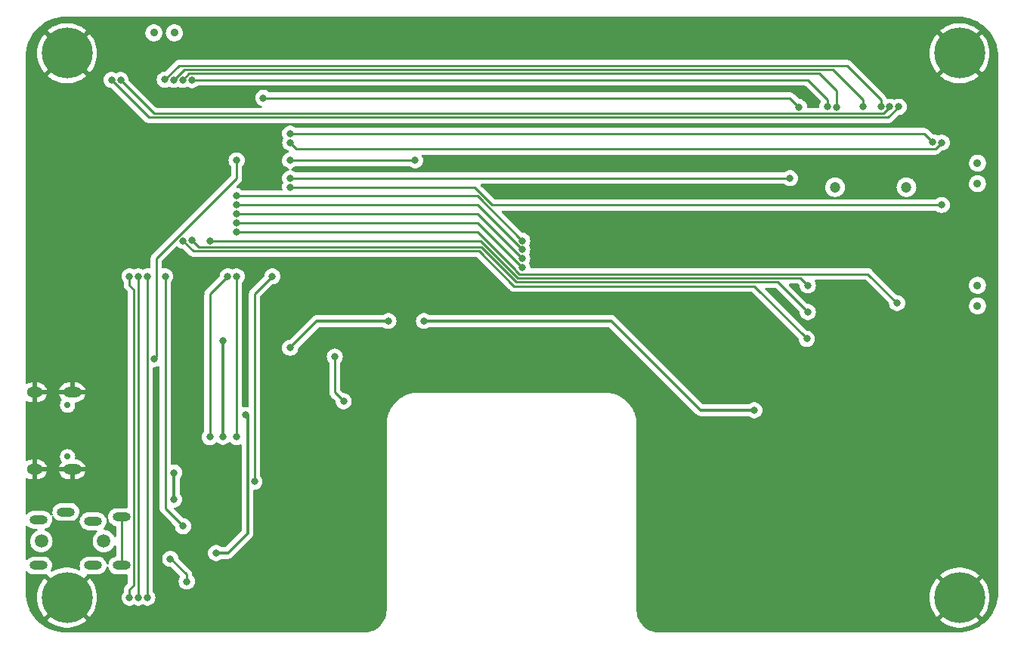
<source format=gbr>
%TF.GenerationSoftware,KiCad,Pcbnew,7.0.7*%
%TF.CreationDate,2023-12-09T23:21:29+01:00*%
%TF.ProjectId,Untitled,556e7469-746c-4656-942e-6b696361645f,rev?*%
%TF.SameCoordinates,Original*%
%TF.FileFunction,Copper,L2,Bot*%
%TF.FilePolarity,Positive*%
%FSLAX46Y46*%
G04 Gerber Fmt 4.6, Leading zero omitted, Abs format (unit mm)*
G04 Created by KiCad (PCBNEW 7.0.7) date 2023-12-09 23:21:29*
%MOMM*%
%LPD*%
G01*
G04 APERTURE LIST*
%TA.AperFunction,ComponentPad*%
%ADD10C,0.900000*%
%TD*%
%TA.AperFunction,ComponentPad*%
%ADD11C,5.700000*%
%TD*%
%TA.AperFunction,ComponentPad*%
%ADD12O,1.800000X1.200000*%
%TD*%
%TA.AperFunction,ComponentPad*%
%ADD13O,2.000000X1.200000*%
%TD*%
%TA.AperFunction,ComponentPad*%
%ADD14C,0.700000*%
%TD*%
%TA.AperFunction,ComponentPad*%
%ADD15O,2.000000X1.000000*%
%TD*%
%TA.AperFunction,ComponentPad*%
%ADD16C,1.500000*%
%TD*%
%TA.AperFunction,ComponentPad*%
%ADD17C,1.200000*%
%TD*%
%TA.AperFunction,ViaPad*%
%ADD18C,0.800000*%
%TD*%
%TA.AperFunction,Conductor*%
%ADD19C,0.300000*%
%TD*%
%TA.AperFunction,Conductor*%
%ADD20C,0.250000*%
%TD*%
G04 APERTURE END LIST*
D10*
%TO.P,SW6,*%
%TO.N,*%
X200000000Y-78600000D03*
X200000000Y-76300000D03*
%TD*%
D11*
%TO.P,H5,1,1*%
%TO.N,GND*%
X198000000Y-125000000D03*
%TD*%
%TO.P,H6,1,1*%
%TO.N,GND*%
X98000000Y-125000000D03*
%TD*%
D10*
%TO.P,SW7,*%
%TO.N,*%
X200000000Y-92300000D03*
X200000000Y-90000000D03*
%TD*%
D11*
%TO.P,H3,1,1*%
%TO.N,GND*%
X98000000Y-64000000D03*
%TD*%
D12*
%TO.P,USB1,14,SHELL*%
%TO.N,GND*%
X94384549Y-110640000D03*
D13*
X98594549Y-110640000D03*
D12*
%TO.P,USB1,13,SHELL*%
X94384549Y-102000000D03*
D13*
X98594549Y-102000000D03*
D14*
%TO.P,USB1,*%
%TO.N,*%
X98064549Y-109210000D03*
X98064549Y-103430000D03*
%TD*%
D11*
%TO.P,H4,1,1*%
%TO.N,GND*%
X198000000Y-64000000D03*
%TD*%
D10*
%TO.P,SW5,*%
%TO.N,*%
X110032277Y-61709046D03*
X107732277Y-61709046D03*
%TD*%
D15*
%TO.P,CN2,7,7*%
%TO.N,unconnected-(CN2-Pad7)*%
X97874544Y-115404078D03*
%TO.P,CN2,6,6*%
%TO.N,unconnected-(CN2-Pad6)*%
X100924544Y-121404078D03*
%TO.P,CN2,5,5*%
%TO.N,Net-(CN2-Pad5)*%
X100924544Y-116454078D03*
%TO.P,CN2,4,4*%
%TO.N,Net-(U6-OUTP)*%
X104124544Y-115974078D03*
%TO.P,CN2,3,3*%
X104124544Y-121404078D03*
%TO.P,CN2,2,2*%
%TO.N,unconnected-(CN2-Pad2)*%
X94824544Y-116274078D03*
%TO.P,CN2,1,1*%
%TO.N,Net-(CN2-Pad1)*%
X94824544Y-121404078D03*
D16*
%TO.P,CN2,*%
%TO.N,*%
X102124544Y-118664078D03*
X95124544Y-118664078D03*
%TD*%
D17*
%TO.P,Card1,*%
%TO.N,*%
X192050000Y-79000000D03*
X184050000Y-79000000D03*
%TD*%
D18*
%TO.N,GND*%
X111000000Y-73000000D03*
X111000000Y-75000000D03*
X109000000Y-73000000D03*
X109000000Y-75000000D03*
X107000000Y-73000000D03*
X107000000Y-75000000D03*
X105000000Y-77000000D03*
X105000000Y-75000000D03*
X105000000Y-83000000D03*
X105000000Y-79000000D03*
X105000000Y-81000000D03*
X105000000Y-73000000D03*
X103000000Y-77000000D03*
X103000000Y-75000000D03*
X103000000Y-83000000D03*
X103000000Y-79000000D03*
X103000000Y-81000000D03*
X103000000Y-73000000D03*
%TO.N,+5V*%
X110000000Y-111000000D03*
X115461122Y-96230741D03*
X115475503Y-106981926D03*
X110000000Y-114000000D03*
%TO.N,+BATT*%
X123000000Y-97000000D03*
X134000000Y-94000000D03*
X175000000Y-104000000D03*
X138000000Y-94000000D03*
%TO.N,GND*%
X101000000Y-73000000D03*
X101000000Y-81000000D03*
X109417545Y-78728755D03*
X113000000Y-91000000D03*
X116987701Y-122987701D03*
X109417545Y-80134022D03*
X101000000Y-79000000D03*
X113527025Y-124459190D03*
X111000000Y-125000000D03*
X99000000Y-88000000D03*
X122000000Y-93000000D03*
X141000000Y-76000000D03*
X189000000Y-77000000D03*
X104000000Y-104000000D03*
X101000000Y-83000000D03*
X111625201Y-126449500D03*
X155000000Y-87000000D03*
X104000000Y-109000000D03*
X101000000Y-75000000D03*
X101000000Y-77000000D03*
X108064326Y-78694057D03*
X110000000Y-118000000D03*
X113547223Y-123590646D03*
X108064326Y-80116673D03*
X114425867Y-123590646D03*
X114456165Y-124479389D03*
%TO.N,+3.3V*%
X114700500Y-120000000D03*
X118026000Y-104525000D03*
%TO.N,LCD_BL*%
X137000000Y-76000000D03*
X123000000Y-76000000D03*
%TO.N,EN*%
X117000000Y-84000000D03*
X191000000Y-92000000D03*
%TO.N,BOOT*%
X180000000Y-70013270D03*
X120000000Y-69000000D03*
%TO.N,GPIO_20*%
X117000000Y-107000000D03*
X117000000Y-89000000D03*
%TO.N,GPIO_19*%
X114000000Y-107000000D03*
X116000000Y-89000000D03*
%TO.N,SD_DAT_2*%
X191183008Y-70000000D03*
X102988479Y-66990185D03*
%TO.N,SD_DAT_3*%
X190183008Y-70000000D03*
X104000000Y-67000000D03*
%TO.N,SD_CMD*%
X189183008Y-70000000D03*
X108963102Y-66963102D03*
%TO.N,SD_CLK*%
X187183008Y-70000000D03*
X109975402Y-66975402D03*
%TO.N,SD_DAT_0*%
X184194837Y-70012770D03*
X110987701Y-66987701D03*
%TO.N,SD_DAT_1*%
X112000000Y-67000000D03*
X183183008Y-70000000D03*
%TO.N,I2S_DOUT*%
X107000000Y-89000000D03*
X107000000Y-125000000D03*
%TO.N,I2S_LRCLK*%
X105000000Y-125000000D03*
X105000000Y-89000000D03*
%TO.N,I2S_BCLK*%
X106000000Y-125000000D03*
X106000000Y-89000000D03*
%TO.N,Net-(CHARGE_LED1-K)*%
X129000000Y-103000000D03*
X128000000Y-98000000D03*
%TO.N,LCD_CS*%
X117000000Y-83000000D03*
X149000000Y-88003977D03*
%TO.N,LCD_SCK*%
X117000000Y-82000000D03*
X149000000Y-87004474D03*
%TO.N,LCD_DC*%
X117000000Y-81000000D03*
X149000000Y-86004971D03*
%TO.N,LCD_MOSI*%
X149000000Y-85005468D03*
X117000000Y-80000000D03*
%TO.N,BTN_1*%
X107728122Y-98271878D03*
X117000000Y-76000000D03*
%TO.N,BTN_2*%
X121000000Y-89000000D03*
X119000000Y-112000000D03*
%TO.N,BTN_3*%
X196000000Y-81000000D03*
X123000000Y-79000000D03*
%TO.N,BTN_4*%
X179000000Y-78000000D03*
X123000000Y-78000000D03*
%TO.N,BTN_6*%
X196000000Y-74012299D03*
X123008781Y-74010732D03*
%TO.N,BTN_7*%
X123000000Y-73000000D03*
X194997105Y-73990595D03*
%TO.N,AMP_EN*%
X109000000Y-89000000D03*
X111000000Y-117000000D03*
%TO.N,Net-(U6-OUTN)*%
X109565840Y-120660257D03*
X111412549Y-123187148D03*
%TO.N,LED_RGB_BLUE*%
X181000000Y-93000000D03*
X112018088Y-84993490D03*
%TO.N,LED_RGB_GREEN*%
X181000000Y-90000000D03*
X114000000Y-85000000D03*
%TO.N,LED_RGB_RED*%
X180888000Y-96000000D03*
X111012299Y-85012299D03*
%TD*%
D19*
%TO.N,+3.3V*%
X116025000Y-120000000D02*
X114700500Y-120000000D01*
X118225000Y-117800000D02*
X116025000Y-120000000D01*
X118225000Y-104724000D02*
X118225000Y-117800000D01*
X118026000Y-104525000D02*
X118225000Y-104724000D01*
%TO.N,+5V*%
X115461122Y-96230741D02*
X115461122Y-106967545D01*
X115461122Y-106967545D02*
X115475503Y-106981926D01*
X110000000Y-114000000D02*
X110000000Y-111000000D01*
%TO.N,+BATT*%
X126000000Y-94000000D02*
X123000000Y-97000000D01*
X175000000Y-104000000D02*
X169000000Y-104000000D01*
X169000000Y-104000000D02*
X159000000Y-94000000D01*
X159000000Y-94000000D02*
X138000000Y-94000000D01*
X134000000Y-94000000D02*
X126000000Y-94000000D01*
D20*
%TO.N,LCD_BL*%
X137000000Y-76000000D02*
X123000000Y-76000000D01*
%TO.N,EN*%
X148275000Y-88275000D02*
X144000000Y-84000000D01*
X187728977Y-88728977D02*
X148699695Y-88728977D01*
X148275000Y-88304282D02*
X148275000Y-88275000D01*
X144000000Y-84000000D02*
X117000000Y-84000000D01*
X148699695Y-88728977D02*
X148275000Y-88304282D01*
X191000000Y-92000000D02*
X187728977Y-88728977D01*
%TO.N,BOOT*%
X178986730Y-69000000D02*
X120000000Y-69000000D01*
X180000000Y-70013270D02*
X178986730Y-69000000D01*
%TO.N,GPIO_20*%
X117000000Y-89000000D02*
X117000000Y-107000000D01*
%TO.N,GPIO_19*%
X114000000Y-91000000D02*
X116000000Y-89000000D01*
X114000000Y-107000000D02*
X114000000Y-91000000D01*
%TO.N,SD_DAT_2*%
X191183008Y-70025305D02*
X191183008Y-70000000D01*
X102988479Y-66990185D02*
X102988479Y-67013784D01*
X190020543Y-71187770D02*
X191183008Y-70025305D01*
X191000000Y-70025305D02*
X191000000Y-70000000D01*
X102988479Y-67013784D02*
X107162465Y-71187770D01*
X107162465Y-71187770D02*
X190020543Y-71187770D01*
%TO.N,SD_DAT_3*%
X107737770Y-70737770D02*
X189470543Y-70737770D01*
X104000000Y-67000000D02*
X107737770Y-70737770D01*
X190183008Y-70025305D02*
X190183008Y-70000000D01*
X189470543Y-70737770D02*
X190183008Y-70025305D01*
%TO.N,SD_CMD*%
X110550499Y-65375000D02*
X185375000Y-65375000D01*
X189183008Y-69183008D02*
X189183008Y-70000000D01*
X108963102Y-66962397D02*
X110550499Y-65375000D01*
X108963102Y-66963102D02*
X108963102Y-66962397D01*
X185375000Y-65375000D02*
X189183008Y-69183008D01*
%TO.N,SD_CLK*%
X187183008Y-69183008D02*
X187183008Y-70000000D01*
X111125804Y-65825000D02*
X183825000Y-65825000D01*
X183825000Y-65825000D02*
X187183008Y-69183008D01*
X109975402Y-66975402D02*
X111125804Y-65825000D01*
%TO.N,SD_DAT_0*%
X110987701Y-66987701D02*
X111700402Y-66275000D01*
X111700402Y-66275000D02*
X182275000Y-66275000D01*
X182275000Y-66275000D02*
X184194837Y-68194837D01*
X184194837Y-68194837D02*
X184194837Y-70012770D01*
%TO.N,SD_DAT_1*%
X181000000Y-67000000D02*
X183183008Y-69183008D01*
X112000000Y-67000000D02*
X181000000Y-67000000D01*
X183183008Y-69183008D02*
X183183008Y-70000000D01*
%TO.N,I2S_DOUT*%
X107000000Y-125000000D02*
X107000000Y-89000000D01*
%TO.N,I2S_LRCLK*%
X105000000Y-90000000D02*
X105000000Y-89000000D01*
X105449544Y-90449544D02*
X105000000Y-90000000D01*
X105000000Y-124097674D02*
X105449544Y-123648130D01*
X105449544Y-123648130D02*
X105449544Y-90449544D01*
X105000000Y-125000000D02*
X105000000Y-124097674D01*
%TO.N,I2S_BCLK*%
X106000000Y-125000000D02*
X106000000Y-89000000D01*
%TO.N,Net-(U6-OUTP)*%
X104124544Y-121404078D02*
X104124544Y-115974078D01*
%TO.N,Net-(CHARGE_LED1-K)*%
X129000000Y-103000000D02*
X128000000Y-102000000D01*
X128000000Y-102000000D02*
X128000000Y-98000000D01*
%TO.N,LCD_CS*%
X148974198Y-88003977D02*
X149000000Y-88003977D01*
X117000000Y-83000000D02*
X143970221Y-83000000D01*
X143970221Y-83000000D02*
X148974198Y-88003977D01*
%TO.N,LCD_SCK*%
X117000000Y-82000000D02*
X143969724Y-82000000D01*
X148974198Y-87004474D02*
X149000000Y-87004474D01*
X143969724Y-82000000D02*
X148974198Y-87004474D01*
%TO.N,LCD_DC*%
X117000000Y-81000000D02*
X143969227Y-81000000D01*
X148974198Y-86004971D02*
X149000000Y-86004971D01*
X143969227Y-81000000D02*
X148974198Y-86004971D01*
%TO.N,LCD_MOSI*%
X149000000Y-85000000D02*
X144000000Y-80000000D01*
X144000000Y-80000000D02*
X117000000Y-80000000D01*
X149000000Y-85005468D02*
X149000000Y-85000000D01*
%TO.N,BTN_1*%
X117000000Y-76000000D02*
X117000000Y-78000000D01*
X108000000Y-98000000D02*
X107728122Y-98271878D01*
X108000000Y-87000000D02*
X108000000Y-98000000D01*
X117000000Y-78000000D02*
X108000000Y-87000000D01*
%TO.N,BTN_2*%
X119000000Y-91000000D02*
X119000000Y-112000000D01*
X121000000Y-89000000D02*
X119000000Y-91000000D01*
%TO.N,BTN_3*%
X143636396Y-79000000D02*
X123000000Y-79000000D01*
X145636396Y-81000000D02*
X143636396Y-79000000D01*
X196000000Y-81000000D02*
X145636396Y-81000000D01*
%TO.N,BTN_4*%
X123000000Y-78000000D02*
X179000000Y-78000000D01*
%TO.N,BTN_6*%
X123723049Y-74725000D02*
X123008781Y-74010732D01*
X196000000Y-74012299D02*
X195287299Y-74725000D01*
X195287299Y-74725000D02*
X123723049Y-74725000D01*
%TO.N,BTN_7*%
X194997105Y-73990595D02*
X194006510Y-73000000D01*
X194006510Y-73000000D02*
X123000000Y-73000000D01*
%TO.N,AMP_EN*%
X111000000Y-117000000D02*
X109000000Y-115000000D01*
X109000000Y-115000000D02*
X109000000Y-89000000D01*
%TO.N,Net-(U6-OUTN)*%
X109660257Y-120660257D02*
X111412549Y-122412549D01*
X111412549Y-122412549D02*
X111412549Y-123187148D01*
X109565840Y-120660257D02*
X109660257Y-120660257D01*
%TO.N,LED_RGB_BLUE*%
X112749598Y-85725000D02*
X144422926Y-85725000D01*
X144422926Y-85725000D02*
X148326903Y-89628977D01*
X177628977Y-89628977D02*
X181000000Y-93000000D01*
X112018088Y-84993490D02*
X112749598Y-85725000D01*
X148326903Y-89628977D02*
X177628977Y-89628977D01*
%TO.N,LED_RGB_GREEN*%
X114000000Y-85000000D02*
X144334322Y-85000000D01*
X180178977Y-89178977D02*
X181000000Y-90000000D01*
X144334322Y-85000000D02*
X148513299Y-89178977D01*
X148513299Y-89178977D02*
X180178977Y-89178977D01*
%TO.N,LED_RGB_RED*%
X112175000Y-86175000D02*
X144175000Y-86175000D01*
X111012299Y-85012299D02*
X112175000Y-86175000D01*
X144175000Y-86175000D02*
X148078977Y-90078977D01*
X148078977Y-90078977D02*
X174966977Y-90078977D01*
X174966977Y-90078977D02*
X180888000Y-96000000D01*
%TD*%
%TA.AperFunction,Conductor*%
%TO.N,GND*%
G36*
X198240771Y-59920933D02*
G01*
X198246124Y-59921402D01*
X198629958Y-59971934D01*
X198635258Y-59972869D01*
X199013213Y-60056660D01*
X199018432Y-60058059D01*
X199387631Y-60174468D01*
X199392716Y-60176319D01*
X199455916Y-60202497D01*
X199750380Y-60324468D01*
X199755250Y-60326739D01*
X200098662Y-60505508D01*
X200103311Y-60508193D01*
X200429817Y-60716201D01*
X200434236Y-60719295D01*
X200598619Y-60845431D01*
X200737264Y-60951818D01*
X200741371Y-60954969D01*
X200745500Y-60958434D01*
X201030918Y-61219972D01*
X201034732Y-61223785D01*
X201121199Y-61318148D01*
X201296276Y-61509213D01*
X201299754Y-61513358D01*
X201474355Y-61740904D01*
X201530844Y-61814523D01*
X201535407Y-61820469D01*
X201538511Y-61824902D01*
X201746508Y-62151395D01*
X201749214Y-62156081D01*
X201808702Y-62270357D01*
X201926195Y-62496061D01*
X201927965Y-62499460D01*
X201930246Y-62504353D01*
X202078392Y-62862012D01*
X202080239Y-62867088D01*
X202140002Y-63056635D01*
X202196646Y-63236286D01*
X202198046Y-63241514D01*
X202281832Y-63619459D01*
X202282772Y-63624788D01*
X202333296Y-64008581D01*
X202333768Y-64013972D01*
X202350796Y-64404028D01*
X202350796Y-64479305D01*
X202350797Y-64479318D01*
X202350797Y-124403426D01*
X202333791Y-124792877D01*
X202333319Y-124798268D01*
X202282789Y-125182063D01*
X202281849Y-125187392D01*
X202198060Y-125565334D01*
X202196659Y-125570561D01*
X202080250Y-125939757D01*
X202078399Y-125944842D01*
X201930255Y-126302487D01*
X201927969Y-126307391D01*
X201749222Y-126650759D01*
X201746516Y-126655446D01*
X201538519Y-126981930D01*
X201535416Y-126986362D01*
X201299752Y-127293486D01*
X201296273Y-127297632D01*
X201034744Y-127583037D01*
X201030918Y-127586864D01*
X200745503Y-127848396D01*
X200741358Y-127851874D01*
X200434248Y-128087527D01*
X200429815Y-128090631D01*
X200103317Y-128298632D01*
X200098631Y-128301337D01*
X199755266Y-128480081D01*
X199750361Y-128482368D01*
X199392712Y-128630511D01*
X199387627Y-128632361D01*
X199018434Y-128748767D01*
X199013207Y-128750167D01*
X198635264Y-128833954D01*
X198629935Y-128834894D01*
X198246140Y-128885421D01*
X198240749Y-128885893D01*
X198183138Y-128888408D01*
X197851297Y-128902897D01*
X197850572Y-128902929D01*
X164319940Y-128902929D01*
X164316195Y-128902816D01*
X164020526Y-128884925D01*
X164013087Y-128884022D01*
X163723583Y-128830965D01*
X163716307Y-128829172D01*
X163435312Y-128741606D01*
X163428306Y-128738949D01*
X163159915Y-128618154D01*
X163153284Y-128614674D01*
X163027342Y-128538538D01*
X162901406Y-128462405D01*
X162895239Y-128458148D01*
X162663551Y-128276630D01*
X162657942Y-128271661D01*
X162591486Y-128205205D01*
X162449820Y-128063538D01*
X162444859Y-128057938D01*
X162263333Y-127826237D01*
X162259086Y-127820082D01*
X162232947Y-127776843D01*
X162106815Y-127568196D01*
X162103338Y-127561570D01*
X161982539Y-127293168D01*
X161979891Y-127286187D01*
X161892320Y-127005165D01*
X161890530Y-126997901D01*
X161837475Y-126708396D01*
X161836572Y-126700957D01*
X161818665Y-126404975D01*
X161818552Y-126401230D01*
X161818552Y-125000002D01*
X194645080Y-125000002D01*
X194664746Y-125362728D01*
X194723517Y-125721214D01*
X194723519Y-125721222D01*
X194820695Y-126071220D01*
X194820697Y-126071227D01*
X194955152Y-126408684D01*
X194955161Y-126408702D01*
X195125316Y-126729647D01*
X195125318Y-126729651D01*
X195329170Y-127030309D01*
X195329177Y-127030319D01*
X195460968Y-127185475D01*
X195460969Y-127185476D01*
X196607413Y-126039032D01*
X196668736Y-126005547D01*
X196738428Y-126010531D01*
X196789381Y-126046179D01*
X196865130Y-126134870D01*
X196928855Y-126189296D01*
X196953816Y-126210615D01*
X196992009Y-126269122D01*
X196992507Y-126338990D01*
X196960965Y-126392586D01*
X195811889Y-127541663D01*
X195811889Y-127541664D01*
X195828070Y-127556992D01*
X196117266Y-127776832D01*
X196117282Y-127776843D01*
X196428522Y-127964109D01*
X196428535Y-127964116D01*
X196758205Y-128116639D01*
X196758210Y-128116640D01*
X197102461Y-128232632D01*
X197457235Y-128310724D01*
X197818366Y-128349999D01*
X197818374Y-128350000D01*
X198181626Y-128350000D01*
X198181633Y-128349999D01*
X198542764Y-128310724D01*
X198897538Y-128232632D01*
X199241789Y-128116640D01*
X199241794Y-128116639D01*
X199571464Y-127964116D01*
X199571477Y-127964109D01*
X199882717Y-127776843D01*
X199882733Y-127776832D01*
X200171924Y-127556996D01*
X200188109Y-127541663D01*
X199039033Y-126392586D01*
X199005548Y-126331263D01*
X199010532Y-126261571D01*
X199046180Y-126210617D01*
X199134870Y-126134870D01*
X199210617Y-126046180D01*
X199269121Y-126007990D01*
X199338989Y-126007490D01*
X199392586Y-126039033D01*
X200539029Y-127185475D01*
X200539030Y-127185475D01*
X200670822Y-127030319D01*
X200670829Y-127030309D01*
X200874681Y-126729651D01*
X200874683Y-126729647D01*
X201044838Y-126408702D01*
X201044847Y-126408684D01*
X201179302Y-126071227D01*
X201179304Y-126071220D01*
X201276480Y-125721222D01*
X201276482Y-125721214D01*
X201335253Y-125362728D01*
X201354920Y-125000002D01*
X201354920Y-124999997D01*
X201335253Y-124637271D01*
X201276482Y-124278785D01*
X201276480Y-124278777D01*
X201179304Y-123928779D01*
X201179302Y-123928772D01*
X201044847Y-123591315D01*
X201044838Y-123591297D01*
X200874683Y-123270352D01*
X200874681Y-123270348D01*
X200670829Y-122969690D01*
X200670822Y-122969680D01*
X200539030Y-122814523D01*
X200539029Y-122814522D01*
X199392586Y-123960965D01*
X199331263Y-123994450D01*
X199261571Y-123989466D01*
X199210615Y-123953816D01*
X199151824Y-123884981D01*
X199134870Y-123865130D01*
X199046179Y-123789381D01*
X199007989Y-123730878D01*
X199007489Y-123661010D01*
X199039032Y-123607413D01*
X200188109Y-122458335D01*
X200188109Y-122458334D01*
X200171929Y-122443007D01*
X199882733Y-122223167D01*
X199882717Y-122223156D01*
X199571477Y-122035890D01*
X199571464Y-122035883D01*
X199241794Y-121883360D01*
X199241789Y-121883359D01*
X198897538Y-121767367D01*
X198542764Y-121689275D01*
X198181633Y-121650000D01*
X197818366Y-121650000D01*
X197457235Y-121689275D01*
X197102461Y-121767367D01*
X196758210Y-121883359D01*
X196758205Y-121883360D01*
X196428535Y-122035883D01*
X196428522Y-122035890D01*
X196117282Y-122223156D01*
X196117266Y-122223167D01*
X195828071Y-122443006D01*
X195828070Y-122443007D01*
X195811889Y-122458334D01*
X195811889Y-122458336D01*
X196960966Y-123607413D01*
X196994451Y-123668736D01*
X196989467Y-123738428D01*
X196953817Y-123789384D01*
X196865130Y-123865130D01*
X196789384Y-123953817D01*
X196730877Y-123992010D01*
X196661009Y-123992508D01*
X196607413Y-123960966D01*
X195460969Y-122814522D01*
X195329170Y-122969690D01*
X195329169Y-122969691D01*
X195125313Y-123270357D01*
X194955161Y-123591297D01*
X194955152Y-123591315D01*
X194820697Y-123928772D01*
X194820695Y-123928779D01*
X194723519Y-124278777D01*
X194723517Y-124278785D01*
X194664746Y-124637271D01*
X194645080Y-124999997D01*
X194645080Y-125000002D01*
X161818552Y-125000002D01*
X161818552Y-105621760D01*
X161818553Y-105621757D01*
X161818552Y-105607306D01*
X161818629Y-105607043D01*
X161818629Y-105555865D01*
X161818630Y-105555865D01*
X161818629Y-105383894D01*
X161784913Y-105041609D01*
X161717810Y-104704278D01*
X161707275Y-104669551D01*
X161645887Y-104467190D01*
X161617965Y-104375147D01*
X161486341Y-104057388D01*
X161324204Y-103754061D01*
X161324200Y-103754056D01*
X161324192Y-103754042D01*
X161133115Y-103468084D01*
X161133112Y-103468080D01*
X160914916Y-103202214D01*
X160671714Y-102959019D01*
X160405852Y-102740837D01*
X160405844Y-102740831D01*
X160405840Y-102740828D01*
X160340164Y-102696946D01*
X160119871Y-102549755D01*
X160119864Y-102549751D01*
X160119861Y-102549749D01*
X159966512Y-102467785D01*
X159816530Y-102387620D01*
X159498761Y-102256001D01*
X159169638Y-102156169D01*
X159169635Y-102156168D01*
X159169634Y-102156168D01*
X159068425Y-102136038D01*
X158832303Y-102089074D01*
X158832294Y-102089073D01*
X158633532Y-102069500D01*
X158490015Y-102055367D01*
X158490012Y-102055367D01*
X158318044Y-102055370D01*
X137275758Y-102055370D01*
X137274231Y-102055423D01*
X137141065Y-102055423D01*
X137141064Y-102055423D01*
X137141062Y-102055423D01*
X137062288Y-102063181D01*
X136798796Y-102089130D01*
X136798793Y-102089130D01*
X136461455Y-102156227D01*
X136132332Y-102256063D01*
X135814574Y-102387678D01*
X135511257Y-102549802D01*
X135511250Y-102549805D01*
X135225284Y-102740878D01*
X135225277Y-102740884D01*
X134959417Y-102959065D01*
X134959408Y-102959073D01*
X134716216Y-103202260D01*
X134498028Y-103468116D01*
X134306936Y-103754099D01*
X134144808Y-104057414D01*
X134013182Y-104375175D01*
X133913347Y-104704278D01*
X133913343Y-104704295D01*
X133846242Y-105041610D01*
X133846241Y-105041618D01*
X133812525Y-105383901D01*
X133812525Y-105555865D01*
X133812524Y-105631752D01*
X133812524Y-126362193D01*
X133812525Y-126362198D01*
X133812525Y-126401544D01*
X133812412Y-126405290D01*
X133794523Y-126700957D01*
X133793620Y-126708396D01*
X133740564Y-126997904D01*
X133738771Y-127005180D01*
X133651208Y-127286173D01*
X133648551Y-127293180D01*
X133527756Y-127561570D01*
X133524274Y-127568205D01*
X133372005Y-127820087D01*
X133367748Y-127826254D01*
X133186232Y-128057941D01*
X133181263Y-128063550D01*
X132973149Y-128271664D01*
X132967540Y-128276633D01*
X132735850Y-128458151D01*
X132729682Y-128462408D01*
X132477803Y-128614675D01*
X132471167Y-128618158D01*
X132202777Y-128738952D01*
X132195770Y-128741609D01*
X131914777Y-128829172D01*
X131907501Y-128830965D01*
X131617993Y-128884021D01*
X131610554Y-128884924D01*
X131326686Y-128902098D01*
X131314821Y-128902816D01*
X131311079Y-128902929D01*
X97851297Y-128902929D01*
X97461842Y-128885925D01*
X97456451Y-128885453D01*
X97072654Y-128834925D01*
X97067325Y-128833985D01*
X96689382Y-128750198D01*
X96684155Y-128748797D01*
X96314954Y-128632388D01*
X96309869Y-128630537D01*
X95952226Y-128482397D01*
X95947321Y-128480110D01*
X95603944Y-128301360D01*
X95599258Y-128298654D01*
X95272763Y-128090655D01*
X95268330Y-128087551D01*
X94961218Y-127851897D01*
X94957073Y-127848419D01*
X94671657Y-127586885D01*
X94667831Y-127583058D01*
X94406300Y-127297650D01*
X94402821Y-127293504D01*
X94167151Y-126986374D01*
X94164057Y-126981955D01*
X93956046Y-126655446D01*
X93953358Y-126650789D01*
X93827324Y-126408684D01*
X93774601Y-126307404D01*
X93772314Y-126302500D01*
X93624170Y-125944851D01*
X93622319Y-125939767D01*
X93505909Y-125570568D01*
X93504508Y-125565341D01*
X93420909Y-125188259D01*
X93420717Y-125187392D01*
X93419781Y-125182086D01*
X93369247Y-124798257D01*
X93368777Y-124792897D01*
X93351797Y-124404021D01*
X93351797Y-122143350D01*
X93371482Y-122076312D01*
X93424286Y-122030557D01*
X93493444Y-122020613D01*
X93557000Y-122049638D01*
X93565666Y-122057914D01*
X93669485Y-122167131D01*
X93796812Y-122255753D01*
X93836493Y-122283372D01*
X93836494Y-122283372D01*
X93836495Y-122283373D01*
X94023486Y-122363618D01*
X94222803Y-122404578D01*
X95375287Y-122404578D01*
X95451134Y-122396864D01*
X95526982Y-122389152D01*
X95650617Y-122350360D01*
X95720473Y-122349073D01*
X95779937Y-122385758D01*
X95810129Y-122448768D01*
X95810752Y-122457199D01*
X96960966Y-123607413D01*
X96994451Y-123668736D01*
X96989467Y-123738428D01*
X96953817Y-123789384D01*
X96865130Y-123865130D01*
X96789384Y-123953817D01*
X96730877Y-123992010D01*
X96661009Y-123992508D01*
X96607413Y-123960966D01*
X95460969Y-122814522D01*
X95329170Y-122969690D01*
X95329169Y-122969691D01*
X95125313Y-123270357D01*
X94955161Y-123591297D01*
X94955152Y-123591315D01*
X94820697Y-123928772D01*
X94820695Y-123928779D01*
X94723519Y-124278777D01*
X94723517Y-124278785D01*
X94664746Y-124637271D01*
X94645080Y-124999997D01*
X94645080Y-125000002D01*
X94664746Y-125362728D01*
X94723517Y-125721214D01*
X94723519Y-125721222D01*
X94820695Y-126071220D01*
X94820697Y-126071227D01*
X94955152Y-126408684D01*
X94955161Y-126408702D01*
X95125316Y-126729647D01*
X95125318Y-126729651D01*
X95329170Y-127030309D01*
X95329177Y-127030319D01*
X95460968Y-127185475D01*
X95460969Y-127185476D01*
X96607413Y-126039032D01*
X96668736Y-126005547D01*
X96738428Y-126010531D01*
X96789381Y-126046179D01*
X96865130Y-126134870D01*
X96928855Y-126189296D01*
X96953816Y-126210615D01*
X96992009Y-126269122D01*
X96992507Y-126338990D01*
X96960965Y-126392586D01*
X95811889Y-127541663D01*
X95811889Y-127541664D01*
X95828070Y-127556992D01*
X96117266Y-127776832D01*
X96117282Y-127776843D01*
X96428522Y-127964109D01*
X96428535Y-127964116D01*
X96758205Y-128116639D01*
X96758210Y-128116640D01*
X97102461Y-128232632D01*
X97457235Y-128310724D01*
X97818366Y-128349999D01*
X97818374Y-128350000D01*
X98181626Y-128350000D01*
X98181633Y-128349999D01*
X98542764Y-128310724D01*
X98897538Y-128232632D01*
X99241789Y-128116640D01*
X99241794Y-128116639D01*
X99571464Y-127964116D01*
X99571477Y-127964109D01*
X99882717Y-127776843D01*
X99882733Y-127776832D01*
X100171924Y-127556996D01*
X100188109Y-127541663D01*
X99039033Y-126392586D01*
X99005548Y-126331263D01*
X99010532Y-126261571D01*
X99046180Y-126210617D01*
X99134870Y-126134870D01*
X99210617Y-126046180D01*
X99269121Y-126007990D01*
X99338989Y-126007490D01*
X99392586Y-126039033D01*
X100539029Y-127185475D01*
X100539030Y-127185475D01*
X100670822Y-127030319D01*
X100670829Y-127030309D01*
X100874681Y-126729651D01*
X100874683Y-126729647D01*
X101044838Y-126408702D01*
X101044847Y-126408684D01*
X101179302Y-126071227D01*
X101179304Y-126071220D01*
X101276480Y-125721222D01*
X101276482Y-125721214D01*
X101335253Y-125362728D01*
X101354920Y-125000002D01*
X101354920Y-124999997D01*
X101335253Y-124637271D01*
X101276482Y-124278785D01*
X101276480Y-124278777D01*
X101179304Y-123928779D01*
X101179302Y-123928772D01*
X101044847Y-123591315D01*
X101044838Y-123591297D01*
X100874683Y-123270352D01*
X100874681Y-123270348D01*
X100670829Y-122969690D01*
X100670822Y-122969680D01*
X100539030Y-122814523D01*
X100539029Y-122814522D01*
X99392586Y-123960965D01*
X99331263Y-123994450D01*
X99261571Y-123989466D01*
X99210615Y-123953816D01*
X99151824Y-123884981D01*
X99134870Y-123865130D01*
X99046179Y-123789381D01*
X99007989Y-123730878D01*
X99007489Y-123661010D01*
X99039032Y-123607413D01*
X100208439Y-122438005D01*
X100269762Y-122404520D01*
X100316511Y-122404251D01*
X100316543Y-122403942D01*
X100319420Y-122404234D01*
X100321084Y-122404225D01*
X100322801Y-122404578D01*
X100322803Y-122404578D01*
X101475287Y-122404578D01*
X101626983Y-122389152D01*
X101821123Y-122328240D01*
X101821124Y-122328239D01*
X101821132Y-122328237D01*
X101999046Y-122229487D01*
X102153439Y-122096944D01*
X102277992Y-121936036D01*
X102367604Y-121753349D01*
X102403760Y-121613705D01*
X102439618Y-121553743D01*
X102502204Y-121522684D01*
X102571648Y-121530392D01*
X102625900Y-121574421D01*
X102646370Y-121626009D01*
X102650987Y-121656144D01*
X102650989Y-121656153D01*
X102721655Y-121846959D01*
X102721657Y-121846962D01*
X102721658Y-121846965D01*
X102744343Y-121883360D01*
X102829289Y-122019645D01*
X102829291Y-122019647D01*
X102829292Y-122019649D01*
X102969485Y-122167131D01*
X103096812Y-122255753D01*
X103136493Y-122283372D01*
X103136494Y-122283372D01*
X103136495Y-122283373D01*
X103323486Y-122363618D01*
X103522803Y-122404578D01*
X104675286Y-122404578D01*
X104687498Y-122403336D01*
X104756185Y-122416137D01*
X104807048Y-122464040D01*
X104824044Y-122526700D01*
X104824043Y-123337676D01*
X104804358Y-123404716D01*
X104787724Y-123425357D01*
X104616208Y-123596873D01*
X104603951Y-123606694D01*
X104604134Y-123606915D01*
X104598123Y-123611887D01*
X104550772Y-123662310D01*
X104529889Y-123683193D01*
X104529877Y-123683206D01*
X104525621Y-123688691D01*
X104521837Y-123693121D01*
X104489937Y-123727092D01*
X104489936Y-123727094D01*
X104480284Y-123744650D01*
X104469610Y-123760900D01*
X104457329Y-123776735D01*
X104457324Y-123776742D01*
X104438815Y-123819512D01*
X104436245Y-123824758D01*
X104413803Y-123865580D01*
X104408822Y-123884981D01*
X104402521Y-123903384D01*
X104394562Y-123921776D01*
X104394561Y-123921779D01*
X104387271Y-123967801D01*
X104386087Y-123973520D01*
X104374501Y-124018646D01*
X104374500Y-124018656D01*
X104374500Y-124038690D01*
X104372973Y-124058089D01*
X104369840Y-124077868D01*
X104369840Y-124077869D01*
X104374225Y-124124257D01*
X104374500Y-124130095D01*
X104374500Y-124301312D01*
X104354815Y-124368351D01*
X104342650Y-124384284D01*
X104267466Y-124467784D01*
X104172821Y-124631715D01*
X104172818Y-124631722D01*
X104118704Y-124798269D01*
X104114326Y-124811744D01*
X104094540Y-125000000D01*
X104114326Y-125188256D01*
X104114327Y-125188259D01*
X104172818Y-125368277D01*
X104172821Y-125368284D01*
X104267467Y-125532216D01*
X104394129Y-125672888D01*
X104547265Y-125784148D01*
X104547270Y-125784151D01*
X104720192Y-125861142D01*
X104720197Y-125861144D01*
X104905354Y-125900500D01*
X104905355Y-125900500D01*
X105094644Y-125900500D01*
X105094646Y-125900500D01*
X105279803Y-125861144D01*
X105449566Y-125785559D01*
X105518813Y-125776275D01*
X105550430Y-125785557D01*
X105720197Y-125861144D01*
X105905354Y-125900500D01*
X105905355Y-125900500D01*
X106094644Y-125900500D01*
X106094646Y-125900500D01*
X106279803Y-125861144D01*
X106449566Y-125785559D01*
X106518813Y-125776275D01*
X106550430Y-125785557D01*
X106720197Y-125861144D01*
X106905354Y-125900500D01*
X106905355Y-125900500D01*
X107094644Y-125900500D01*
X107094646Y-125900500D01*
X107279803Y-125861144D01*
X107452730Y-125784151D01*
X107605871Y-125672888D01*
X107732533Y-125532216D01*
X107827179Y-125368284D01*
X107885674Y-125188256D01*
X107905460Y-125000000D01*
X107885674Y-124811744D01*
X107827179Y-124631716D01*
X107732533Y-124467784D01*
X107732532Y-124467784D01*
X107657350Y-124384284D01*
X107627120Y-124321292D01*
X107625500Y-124301312D01*
X107625500Y-120660257D01*
X108660380Y-120660257D01*
X108680166Y-120848513D01*
X108680167Y-120848516D01*
X108738658Y-121028534D01*
X108738661Y-121028541D01*
X108833307Y-121192473D01*
X108910102Y-121277762D01*
X108959969Y-121333145D01*
X109113105Y-121444405D01*
X109113110Y-121444408D01*
X109286032Y-121521399D01*
X109286037Y-121521401D01*
X109471194Y-121560757D01*
X109471195Y-121560757D01*
X109624804Y-121560757D01*
X109691843Y-121580442D01*
X109712485Y-121597076D01*
X110645797Y-122530388D01*
X110679282Y-122591711D01*
X110674298Y-122661403D01*
X110665503Y-122680069D01*
X110585370Y-122818863D01*
X110585367Y-122818870D01*
X110536363Y-122969690D01*
X110526875Y-122998892D01*
X110507089Y-123187148D01*
X110526875Y-123375404D01*
X110526876Y-123375407D01*
X110585367Y-123555425D01*
X110585370Y-123555432D01*
X110680016Y-123719364D01*
X110806678Y-123860036D01*
X110959814Y-123971296D01*
X110959819Y-123971299D01*
X111132741Y-124048290D01*
X111132746Y-124048292D01*
X111317903Y-124087648D01*
X111317904Y-124087648D01*
X111507193Y-124087648D01*
X111507195Y-124087648D01*
X111692352Y-124048292D01*
X111865279Y-123971299D01*
X112018420Y-123860036D01*
X112145082Y-123719364D01*
X112239728Y-123555432D01*
X112298223Y-123375404D01*
X112318009Y-123187148D01*
X112298223Y-122998892D01*
X112239728Y-122818864D01*
X112145082Y-122654932D01*
X112070945Y-122572595D01*
X112040716Y-122509605D01*
X112039647Y-122477946D01*
X112040218Y-122471891D01*
X112040221Y-122471882D01*
X112038049Y-122402752D01*
X112038049Y-122373199D01*
X112037178Y-122366308D01*
X112036721Y-122360494D01*
X112035258Y-122313921D01*
X112029671Y-122294693D01*
X112025723Y-122275633D01*
X112023212Y-122255753D01*
X112006061Y-122212436D01*
X112004168Y-122206907D01*
X111991167Y-122162158D01*
X111991165Y-122162155D01*
X111980972Y-122144920D01*
X111972410Y-122127443D01*
X111965036Y-122108819D01*
X111956409Y-122096945D01*
X111937628Y-122071094D01*
X111934437Y-122066235D01*
X111910721Y-122026132D01*
X111910714Y-122026123D01*
X111896555Y-122011964D01*
X111883917Y-121997168D01*
X111872143Y-121980962D01*
X111836237Y-121951258D01*
X111831925Y-121947335D01*
X110493709Y-120609118D01*
X110460226Y-120547798D01*
X110458074Y-120534420D01*
X110451514Y-120472001D01*
X110393019Y-120291973D01*
X110298373Y-120128041D01*
X110171711Y-119987369D01*
X110171710Y-119987368D01*
X110018574Y-119876108D01*
X110018569Y-119876105D01*
X109845647Y-119799114D01*
X109845642Y-119799112D01*
X109699840Y-119768122D01*
X109660486Y-119759757D01*
X109471194Y-119759757D01*
X109438737Y-119766655D01*
X109286037Y-119799112D01*
X109286032Y-119799114D01*
X109113110Y-119876105D01*
X109113105Y-119876108D01*
X108959969Y-119987368D01*
X108833306Y-120128042D01*
X108738661Y-120291972D01*
X108738658Y-120291979D01*
X108689089Y-120444538D01*
X108680166Y-120472001D01*
X108660380Y-120660257D01*
X107625500Y-120660257D01*
X107625500Y-99296378D01*
X107645185Y-99229339D01*
X107697989Y-99183584D01*
X107749500Y-99172378D01*
X107822766Y-99172378D01*
X107822768Y-99172378D01*
X108007925Y-99133022D01*
X108180852Y-99056029D01*
X108180855Y-99056026D01*
X108186485Y-99052777D01*
X108187654Y-99054802D01*
X108243406Y-99034902D01*
X108311461Y-99050719D01*
X108360162Y-99100819D01*
X108374500Y-99158699D01*
X108374500Y-114917255D01*
X108372775Y-114932872D01*
X108373061Y-114932899D01*
X108372326Y-114940665D01*
X108374500Y-115009814D01*
X108374500Y-115039343D01*
X108374501Y-115039360D01*
X108375368Y-115046231D01*
X108375826Y-115052050D01*
X108377290Y-115098624D01*
X108377291Y-115098627D01*
X108382880Y-115117867D01*
X108386824Y-115136911D01*
X108389336Y-115156791D01*
X108406490Y-115200119D01*
X108408382Y-115205647D01*
X108421381Y-115250388D01*
X108431580Y-115267634D01*
X108440136Y-115285100D01*
X108447514Y-115303732D01*
X108474898Y-115341423D01*
X108478106Y-115346307D01*
X108501827Y-115386416D01*
X108501833Y-115386424D01*
X108515990Y-115400580D01*
X108528627Y-115415375D01*
X108540406Y-115431587D01*
X108561052Y-115448667D01*
X108576309Y-115461288D01*
X108580620Y-115465210D01*
X109705054Y-116589645D01*
X110061038Y-116945629D01*
X110094523Y-117006952D01*
X110096678Y-117020348D01*
X110104968Y-117099227D01*
X110114326Y-117188256D01*
X110114327Y-117188259D01*
X110172818Y-117368277D01*
X110172821Y-117368284D01*
X110267467Y-117532216D01*
X110341958Y-117614946D01*
X110394129Y-117672888D01*
X110547265Y-117784148D01*
X110547270Y-117784151D01*
X110720192Y-117861142D01*
X110720197Y-117861144D01*
X110905354Y-117900500D01*
X110905355Y-117900500D01*
X111094644Y-117900500D01*
X111094646Y-117900500D01*
X111279803Y-117861144D01*
X111452730Y-117784151D01*
X111605871Y-117672888D01*
X111732533Y-117532216D01*
X111827179Y-117368284D01*
X111885674Y-117188256D01*
X111905460Y-117000000D01*
X111885674Y-116811744D01*
X111827179Y-116631716D01*
X111732533Y-116467784D01*
X111605871Y-116327112D01*
X111605870Y-116327111D01*
X111452734Y-116215851D01*
X111452729Y-116215848D01*
X111279807Y-116138857D01*
X111279802Y-116138855D01*
X111134001Y-116107865D01*
X111094646Y-116099500D01*
X111094645Y-116099500D01*
X111035453Y-116099500D01*
X110968414Y-116079815D01*
X110947772Y-116063181D01*
X109996772Y-115112181D01*
X109963287Y-115050858D01*
X109968271Y-114981166D01*
X110010143Y-114925233D01*
X110075607Y-114900816D01*
X110084453Y-114900500D01*
X110094644Y-114900500D01*
X110094646Y-114900500D01*
X110279803Y-114861144D01*
X110452730Y-114784151D01*
X110605871Y-114672888D01*
X110732533Y-114532216D01*
X110827179Y-114368284D01*
X110885674Y-114188256D01*
X110905460Y-114000000D01*
X110885674Y-113811744D01*
X110827179Y-113631716D01*
X110732533Y-113467784D01*
X110682350Y-113412050D01*
X110652120Y-113349058D01*
X110650500Y-113329078D01*
X110650500Y-111670921D01*
X110670185Y-111603882D01*
X110682351Y-111587948D01*
X110732533Y-111532216D01*
X110827179Y-111368284D01*
X110885674Y-111188256D01*
X110905460Y-111000000D01*
X110885674Y-110811744D01*
X110827179Y-110631716D01*
X110732533Y-110467784D01*
X110605871Y-110327112D01*
X110596516Y-110320315D01*
X110452734Y-110215851D01*
X110452729Y-110215848D01*
X110279807Y-110138857D01*
X110279802Y-110138855D01*
X110134001Y-110107865D01*
X110094646Y-110099500D01*
X109905354Y-110099500D01*
X109905352Y-110099500D01*
X109775280Y-110127147D01*
X109705613Y-110121831D01*
X109649880Y-110079693D01*
X109625775Y-110014113D01*
X109625500Y-110005857D01*
X109625500Y-107000000D01*
X113094540Y-107000000D01*
X113114326Y-107188256D01*
X113114327Y-107188259D01*
X113172818Y-107368277D01*
X113172821Y-107368284D01*
X113267467Y-107532216D01*
X113346261Y-107619725D01*
X113394129Y-107672888D01*
X113547265Y-107784148D01*
X113547270Y-107784151D01*
X113720192Y-107861142D01*
X113720197Y-107861144D01*
X113905354Y-107900500D01*
X113905355Y-107900500D01*
X114094644Y-107900500D01*
X114094646Y-107900500D01*
X114279803Y-107861144D01*
X114452730Y-107784151D01*
X114605871Y-107672888D01*
X114653740Y-107619724D01*
X114713223Y-107583077D01*
X114783080Y-107584406D01*
X114838038Y-107619725D01*
X114869632Y-107654814D01*
X115022768Y-107766074D01*
X115022773Y-107766077D01*
X115195695Y-107843068D01*
X115195700Y-107843070D01*
X115380857Y-107882426D01*
X115380858Y-107882426D01*
X115570147Y-107882426D01*
X115570149Y-107882426D01*
X115755306Y-107843070D01*
X115928233Y-107766077D01*
X116081374Y-107654814D01*
X116137465Y-107592517D01*
X116196950Y-107555870D01*
X116266807Y-107557200D01*
X116321764Y-107592519D01*
X116394129Y-107672888D01*
X116547265Y-107784148D01*
X116547270Y-107784151D01*
X116720192Y-107861142D01*
X116720197Y-107861144D01*
X116905354Y-107900500D01*
X116905355Y-107900500D01*
X117094644Y-107900500D01*
X117094646Y-107900500D01*
X117279803Y-107861144D01*
X117400066Y-107807598D01*
X117469313Y-107798313D01*
X117532590Y-107827941D01*
X117569804Y-107887076D01*
X117574500Y-107920878D01*
X117574500Y-117479192D01*
X117554815Y-117546231D01*
X117538181Y-117566873D01*
X115791873Y-119313181D01*
X115730550Y-119346666D01*
X115704192Y-119349500D01*
X115377475Y-119349500D01*
X115310436Y-119329815D01*
X115304590Y-119325818D01*
X115153234Y-119215851D01*
X115153229Y-119215848D01*
X114980307Y-119138857D01*
X114980302Y-119138855D01*
X114834501Y-119107865D01*
X114795146Y-119099500D01*
X114605854Y-119099500D01*
X114573397Y-119106398D01*
X114420697Y-119138855D01*
X114420692Y-119138857D01*
X114247770Y-119215848D01*
X114247765Y-119215851D01*
X114094629Y-119327111D01*
X113967966Y-119467785D01*
X113873321Y-119631715D01*
X113873318Y-119631722D01*
X113814827Y-119811740D01*
X113814826Y-119811744D01*
X113805520Y-119900285D01*
X113796368Y-119987369D01*
X113795040Y-120000000D01*
X113814826Y-120188256D01*
X113814827Y-120188259D01*
X113873318Y-120368277D01*
X113873321Y-120368284D01*
X113967967Y-120532216D01*
X114071857Y-120647597D01*
X114094629Y-120672888D01*
X114247765Y-120784148D01*
X114247770Y-120784151D01*
X114420692Y-120861142D01*
X114420697Y-120861144D01*
X114605854Y-120900500D01*
X114605855Y-120900500D01*
X114795144Y-120900500D01*
X114795146Y-120900500D01*
X114980303Y-120861144D01*
X115153230Y-120784151D01*
X115304589Y-120674182D01*
X115370396Y-120650702D01*
X115377475Y-120650500D01*
X115939495Y-120650500D01*
X115955505Y-120652267D01*
X115955528Y-120652026D01*
X115963289Y-120652758D01*
X115963296Y-120652760D01*
X116035203Y-120650500D01*
X116065925Y-120650500D01*
X116073190Y-120649581D01*
X116079016Y-120649122D01*
X116127569Y-120647597D01*
X116147956Y-120641673D01*
X116166996Y-120637731D01*
X116188058Y-120635071D01*
X116233235Y-120617183D01*
X116238735Y-120615300D01*
X116285398Y-120601744D01*
X116303665Y-120590939D01*
X116321136Y-120582380D01*
X116340871Y-120574568D01*
X116380177Y-120546010D01*
X116385043Y-120542813D01*
X116426865Y-120518081D01*
X116441870Y-120503075D01*
X116456668Y-120490436D01*
X116473837Y-120477963D01*
X116504809Y-120440522D01*
X116508723Y-120436221D01*
X118624513Y-118320431D01*
X118637079Y-118310365D01*
X118636925Y-118310178D01*
X118642937Y-118305204D01*
X118642937Y-118305203D01*
X118642940Y-118305202D01*
X118692190Y-118252755D01*
X118713911Y-118231035D01*
X118718401Y-118225245D01*
X118722183Y-118220815D01*
X118755448Y-118185393D01*
X118765674Y-118166789D01*
X118776347Y-118150541D01*
X118789363Y-118133763D01*
X118808651Y-118089187D01*
X118811224Y-118083936D01*
X118811561Y-118083321D01*
X118834627Y-118041368D01*
X118839904Y-118020808D01*
X118846206Y-118002403D01*
X118854636Y-117982926D01*
X118862235Y-117934945D01*
X118863417Y-117929234D01*
X118875500Y-117882177D01*
X118875500Y-117860954D01*
X118877027Y-117841555D01*
X118880347Y-117820595D01*
X118875775Y-117772230D01*
X118875500Y-117766392D01*
X118875500Y-113024500D01*
X118895185Y-112957461D01*
X118947989Y-112911706D01*
X118999500Y-112900500D01*
X119094644Y-112900500D01*
X119094646Y-112900500D01*
X119279803Y-112861144D01*
X119452730Y-112784151D01*
X119605871Y-112672888D01*
X119732533Y-112532216D01*
X119827179Y-112368284D01*
X119885674Y-112188256D01*
X119905460Y-112000000D01*
X119885674Y-111811744D01*
X119827179Y-111631716D01*
X119732533Y-111467784D01*
X119707274Y-111439731D01*
X119657350Y-111384284D01*
X119627120Y-111321292D01*
X119625500Y-111301312D01*
X119625500Y-98000000D01*
X127094540Y-98000000D01*
X127114326Y-98188256D01*
X127114327Y-98188259D01*
X127172818Y-98368277D01*
X127172821Y-98368284D01*
X127267467Y-98532216D01*
X127310772Y-98580310D01*
X127342650Y-98615715D01*
X127372880Y-98678706D01*
X127374500Y-98698687D01*
X127374500Y-101917255D01*
X127372775Y-101932872D01*
X127373061Y-101932899D01*
X127372326Y-101940665D01*
X127374500Y-102009814D01*
X127374500Y-102039343D01*
X127374501Y-102039360D01*
X127375368Y-102046231D01*
X127375826Y-102052050D01*
X127377290Y-102098624D01*
X127377291Y-102098627D01*
X127382880Y-102117867D01*
X127386824Y-102136911D01*
X127389336Y-102156792D01*
X127397539Y-102177511D01*
X127406490Y-102200119D01*
X127408382Y-102205647D01*
X127421381Y-102250388D01*
X127431580Y-102267634D01*
X127440138Y-102285103D01*
X127447514Y-102303732D01*
X127474898Y-102341423D01*
X127478106Y-102346307D01*
X127501827Y-102386416D01*
X127501833Y-102386424D01*
X127515990Y-102400580D01*
X127528628Y-102415376D01*
X127540405Y-102431586D01*
X127540406Y-102431587D01*
X127576309Y-102461288D01*
X127580620Y-102465210D01*
X127835663Y-102720253D01*
X128061038Y-102945628D01*
X128094523Y-103006951D01*
X128096678Y-103020347D01*
X128102385Y-103074646D01*
X128114326Y-103188256D01*
X128114327Y-103188259D01*
X128172818Y-103368277D01*
X128172821Y-103368284D01*
X128267467Y-103532216D01*
X128357063Y-103631722D01*
X128394129Y-103672888D01*
X128547265Y-103784148D01*
X128547270Y-103784151D01*
X128720192Y-103861142D01*
X128720197Y-103861144D01*
X128905354Y-103900500D01*
X128905355Y-103900500D01*
X129094644Y-103900500D01*
X129094646Y-103900500D01*
X129279803Y-103861144D01*
X129452730Y-103784151D01*
X129605871Y-103672888D01*
X129732533Y-103532216D01*
X129827179Y-103368284D01*
X129885674Y-103188256D01*
X129905460Y-103000000D01*
X129885674Y-102811744D01*
X129827179Y-102631716D01*
X129732533Y-102467784D01*
X129605871Y-102327112D01*
X129595649Y-102319685D01*
X129452734Y-102215851D01*
X129452729Y-102215848D01*
X129279807Y-102138857D01*
X129279802Y-102138855D01*
X129134000Y-102107865D01*
X129094646Y-102099500D01*
X129094645Y-102099500D01*
X129035452Y-102099500D01*
X128968413Y-102079815D01*
X128947771Y-102063181D01*
X128661819Y-101777228D01*
X128628334Y-101715905D01*
X128625500Y-101689547D01*
X128625500Y-98698687D01*
X128645185Y-98631648D01*
X128657350Y-98615715D01*
X128675891Y-98595122D01*
X128732533Y-98532216D01*
X128827179Y-98368284D01*
X128885674Y-98188256D01*
X128905460Y-98000000D01*
X128885674Y-97811744D01*
X128827179Y-97631716D01*
X128732533Y-97467784D01*
X128605871Y-97327112D01*
X128605870Y-97327111D01*
X128452734Y-97215851D01*
X128452729Y-97215848D01*
X128279807Y-97138857D01*
X128279802Y-97138855D01*
X128134001Y-97107865D01*
X128094646Y-97099500D01*
X127905354Y-97099500D01*
X127872897Y-97106398D01*
X127720197Y-97138855D01*
X127720192Y-97138857D01*
X127547270Y-97215848D01*
X127547265Y-97215851D01*
X127394129Y-97327111D01*
X127267466Y-97467785D01*
X127172821Y-97631715D01*
X127172818Y-97631722D01*
X127114327Y-97811740D01*
X127114326Y-97811744D01*
X127094540Y-98000000D01*
X119625500Y-98000000D01*
X119625500Y-97000000D01*
X122094540Y-97000000D01*
X122114326Y-97188256D01*
X122114327Y-97188259D01*
X122172818Y-97368277D01*
X122172821Y-97368284D01*
X122267467Y-97532216D01*
X122357063Y-97631722D01*
X122394129Y-97672888D01*
X122547265Y-97784148D01*
X122547270Y-97784151D01*
X122720192Y-97861142D01*
X122720197Y-97861144D01*
X122905354Y-97900500D01*
X122905355Y-97900500D01*
X123094644Y-97900500D01*
X123094646Y-97900500D01*
X123279803Y-97861144D01*
X123452730Y-97784151D01*
X123605871Y-97672888D01*
X123732533Y-97532216D01*
X123827179Y-97368284D01*
X123885674Y-97188256D01*
X123899168Y-97059855D01*
X123925752Y-96995242D01*
X123934799Y-96985145D01*
X126233126Y-94686819D01*
X126294450Y-94653334D01*
X126320808Y-94650500D01*
X133323025Y-94650500D01*
X133390064Y-94670185D01*
X133395910Y-94674182D01*
X133547265Y-94784148D01*
X133547270Y-94784151D01*
X133720192Y-94861142D01*
X133720197Y-94861144D01*
X133905354Y-94900500D01*
X133905355Y-94900500D01*
X134094644Y-94900500D01*
X134094646Y-94900500D01*
X134279803Y-94861144D01*
X134452730Y-94784151D01*
X134605871Y-94672888D01*
X134732533Y-94532216D01*
X134827179Y-94368284D01*
X134885674Y-94188256D01*
X134905460Y-94000000D01*
X137094540Y-94000000D01*
X137114326Y-94188256D01*
X137114327Y-94188259D01*
X137172818Y-94368277D01*
X137172821Y-94368284D01*
X137267467Y-94532216D01*
X137391695Y-94670185D01*
X137394129Y-94672888D01*
X137547265Y-94784148D01*
X137547270Y-94784151D01*
X137720192Y-94861142D01*
X137720197Y-94861144D01*
X137905354Y-94900500D01*
X137905355Y-94900500D01*
X138094644Y-94900500D01*
X138094646Y-94900500D01*
X138279803Y-94861144D01*
X138452730Y-94784151D01*
X138604089Y-94674182D01*
X138669896Y-94650702D01*
X138676975Y-94650500D01*
X158679192Y-94650500D01*
X158746231Y-94670185D01*
X158766873Y-94686819D01*
X168479564Y-104399510D01*
X168489635Y-104412080D01*
X168489822Y-104411926D01*
X168494796Y-104417937D01*
X168494798Y-104417940D01*
X168523345Y-104444748D01*
X168547243Y-104467190D01*
X168568966Y-104488912D01*
X168574758Y-104493405D01*
X168579198Y-104497198D01*
X168595260Y-104512280D01*
X168614607Y-104530448D01*
X168633198Y-104540668D01*
X168649463Y-104551352D01*
X168666234Y-104564361D01*
X168666237Y-104564363D01*
X168710827Y-104583658D01*
X168716056Y-104586220D01*
X168758632Y-104609627D01*
X168779193Y-104614905D01*
X168797597Y-104621207D01*
X168817074Y-104629636D01*
X168854927Y-104635630D01*
X168865054Y-104637235D01*
X168870764Y-104638417D01*
X168917823Y-104650500D01*
X168939045Y-104650500D01*
X168958442Y-104652026D01*
X168979405Y-104655347D01*
X169027772Y-104650774D01*
X169033609Y-104650500D01*
X174323025Y-104650500D01*
X174390064Y-104670185D01*
X174395910Y-104674182D01*
X174547265Y-104784148D01*
X174547270Y-104784151D01*
X174720192Y-104861142D01*
X174720197Y-104861144D01*
X174905354Y-104900500D01*
X174905355Y-104900500D01*
X175094644Y-104900500D01*
X175094646Y-104900500D01*
X175279803Y-104861144D01*
X175452730Y-104784151D01*
X175605871Y-104672888D01*
X175732533Y-104532216D01*
X175827179Y-104368284D01*
X175885674Y-104188256D01*
X175905460Y-104000000D01*
X175885674Y-103811744D01*
X175827179Y-103631716D01*
X175732533Y-103467784D01*
X175605871Y-103327112D01*
X175604090Y-103325818D01*
X175452734Y-103215851D01*
X175452729Y-103215848D01*
X175279807Y-103138857D01*
X175279802Y-103138855D01*
X175134000Y-103107865D01*
X175094646Y-103099500D01*
X174905354Y-103099500D01*
X174872897Y-103106398D01*
X174720197Y-103138855D01*
X174720192Y-103138857D01*
X174547270Y-103215848D01*
X174547265Y-103215851D01*
X174395910Y-103325818D01*
X174330104Y-103349298D01*
X174323025Y-103349500D01*
X169320808Y-103349500D01*
X169253769Y-103329815D01*
X169233127Y-103313181D01*
X159520434Y-93600488D01*
X159510361Y-93587914D01*
X159510174Y-93588070D01*
X159505201Y-93582059D01*
X159452756Y-93532810D01*
X159431035Y-93511089D01*
X159425240Y-93506594D01*
X159420798Y-93502799D01*
X159385396Y-93469554D01*
X159385388Y-93469548D01*
X159366792Y-93459325D01*
X159350531Y-93448644D01*
X159333763Y-93435637D01*
X159310180Y-93425432D01*
X159289178Y-93416343D01*
X159283956Y-93413786D01*
X159241368Y-93390373D01*
X159241365Y-93390372D01*
X159220801Y-93385092D01*
X159202396Y-93378790D01*
X159182927Y-93370365D01*
X159182921Y-93370363D01*
X159134951Y-93362766D01*
X159129236Y-93361582D01*
X159112772Y-93357355D01*
X159082180Y-93349500D01*
X159082177Y-93349500D01*
X159060955Y-93349500D01*
X159041555Y-93347973D01*
X159020596Y-93344653D01*
X159020595Y-93344653D01*
X158996786Y-93346903D01*
X158972230Y-93349225D01*
X158966392Y-93349500D01*
X138676975Y-93349500D01*
X138609936Y-93329815D01*
X138604090Y-93325818D01*
X138452734Y-93215851D01*
X138452729Y-93215848D01*
X138279807Y-93138857D01*
X138279802Y-93138855D01*
X138134001Y-93107865D01*
X138094646Y-93099500D01*
X137905354Y-93099500D01*
X137872897Y-93106398D01*
X137720197Y-93138855D01*
X137720192Y-93138857D01*
X137547270Y-93215848D01*
X137547265Y-93215851D01*
X137394129Y-93327111D01*
X137267466Y-93467785D01*
X137172821Y-93631715D01*
X137172818Y-93631722D01*
X137114327Y-93811740D01*
X137114326Y-93811744D01*
X137094540Y-94000000D01*
X134905460Y-94000000D01*
X134885674Y-93811744D01*
X134827179Y-93631716D01*
X134732533Y-93467784D01*
X134605871Y-93327112D01*
X134604090Y-93325818D01*
X134452734Y-93215851D01*
X134452729Y-93215848D01*
X134279807Y-93138857D01*
X134279802Y-93138855D01*
X134134001Y-93107865D01*
X134094646Y-93099500D01*
X133905354Y-93099500D01*
X133872897Y-93106398D01*
X133720197Y-93138855D01*
X133720192Y-93138857D01*
X133547270Y-93215848D01*
X133547265Y-93215851D01*
X133395910Y-93325818D01*
X133330104Y-93349298D01*
X133323025Y-93349500D01*
X126085506Y-93349500D01*
X126069495Y-93347732D01*
X126069473Y-93347974D01*
X126061706Y-93347239D01*
X125989783Y-93349500D01*
X125959075Y-93349500D01*
X125959071Y-93349500D01*
X125959060Y-93349501D01*
X125951804Y-93350417D01*
X125945986Y-93350875D01*
X125897433Y-93352401D01*
X125882873Y-93356630D01*
X125877040Y-93358325D01*
X125857996Y-93362269D01*
X125836942Y-93364929D01*
X125836940Y-93364929D01*
X125791781Y-93382808D01*
X125786255Y-93384700D01*
X125739601Y-93398254D01*
X125721325Y-93409063D01*
X125703860Y-93417619D01*
X125684124Y-93425433D01*
X125644824Y-93453986D01*
X125639942Y-93457193D01*
X125598136Y-93481917D01*
X125583124Y-93496929D01*
X125568336Y-93509558D01*
X125551167Y-93522032D01*
X125551165Y-93522034D01*
X125520194Y-93559470D01*
X125516262Y-93563791D01*
X123016873Y-96063181D01*
X122955550Y-96096666D01*
X122929192Y-96099500D01*
X122905354Y-96099500D01*
X122872897Y-96106398D01*
X122720197Y-96138855D01*
X122720192Y-96138857D01*
X122547270Y-96215848D01*
X122547265Y-96215851D01*
X122394129Y-96327111D01*
X122267466Y-96467785D01*
X122172821Y-96631715D01*
X122172818Y-96631722D01*
X122114327Y-96811740D01*
X122114326Y-96811744D01*
X122094540Y-97000000D01*
X119625500Y-97000000D01*
X119625500Y-91310452D01*
X119645185Y-91243413D01*
X119661819Y-91222771D01*
X120947772Y-89936819D01*
X121009095Y-89903334D01*
X121035453Y-89900500D01*
X121094644Y-89900500D01*
X121094646Y-89900500D01*
X121279803Y-89861144D01*
X121452730Y-89784151D01*
X121605871Y-89672888D01*
X121732533Y-89532216D01*
X121827179Y-89368284D01*
X121885674Y-89188256D01*
X121905460Y-89000000D01*
X121885674Y-88811744D01*
X121827179Y-88631716D01*
X121732533Y-88467784D01*
X121605871Y-88327112D01*
X121605870Y-88327111D01*
X121452734Y-88215851D01*
X121452729Y-88215848D01*
X121279807Y-88138857D01*
X121279802Y-88138855D01*
X121113356Y-88103477D01*
X121094646Y-88099500D01*
X120905354Y-88099500D01*
X120886644Y-88103477D01*
X120720197Y-88138855D01*
X120720192Y-88138857D01*
X120547270Y-88215848D01*
X120547265Y-88215851D01*
X120394129Y-88327111D01*
X120267466Y-88467785D01*
X120172821Y-88631715D01*
X120172818Y-88631722D01*
X120114327Y-88811740D01*
X120114326Y-88811744D01*
X120096679Y-88979649D01*
X120070094Y-89044263D01*
X120061039Y-89054368D01*
X118616208Y-90499199D01*
X118603951Y-90509020D01*
X118604134Y-90509241D01*
X118598123Y-90514213D01*
X118550772Y-90564636D01*
X118529889Y-90585519D01*
X118529877Y-90585532D01*
X118525621Y-90591017D01*
X118521837Y-90595447D01*
X118489937Y-90629418D01*
X118489936Y-90629420D01*
X118480284Y-90646976D01*
X118469610Y-90663226D01*
X118457329Y-90679061D01*
X118457324Y-90679068D01*
X118438815Y-90721838D01*
X118436245Y-90727084D01*
X118413803Y-90767906D01*
X118408822Y-90787307D01*
X118402521Y-90805710D01*
X118394562Y-90824102D01*
X118394561Y-90824105D01*
X118387271Y-90870127D01*
X118386087Y-90875846D01*
X118374501Y-90920972D01*
X118374500Y-90920982D01*
X118374500Y-90941016D01*
X118372973Y-90960415D01*
X118369840Y-90980194D01*
X118369840Y-90980195D01*
X118374225Y-91026583D01*
X118374500Y-91032421D01*
X118374500Y-103525331D01*
X118354815Y-103592370D01*
X118302011Y-103638125D01*
X118232853Y-103648069D01*
X118224720Y-103646621D01*
X118120646Y-103624500D01*
X117931354Y-103624500D01*
X117931353Y-103624500D01*
X117775279Y-103657674D01*
X117705612Y-103652358D01*
X117649879Y-103610221D01*
X117625774Y-103544641D01*
X117625499Y-103536384D01*
X117625499Y-96762957D01*
X117625499Y-89698683D01*
X117645184Y-89631648D01*
X117657350Y-89615714D01*
X117732533Y-89532216D01*
X117827179Y-89368284D01*
X117885674Y-89188256D01*
X117905460Y-89000000D01*
X117885674Y-88811744D01*
X117827179Y-88631716D01*
X117732533Y-88467784D01*
X117605871Y-88327112D01*
X117605870Y-88327111D01*
X117452734Y-88215851D01*
X117452729Y-88215848D01*
X117279807Y-88138857D01*
X117279802Y-88138855D01*
X117113356Y-88103477D01*
X117094646Y-88099500D01*
X116905354Y-88099500D01*
X116886644Y-88103477D01*
X116720197Y-88138855D01*
X116720192Y-88138857D01*
X116550435Y-88214439D01*
X116481185Y-88223724D01*
X116449563Y-88214439D01*
X116279807Y-88138857D01*
X116279802Y-88138855D01*
X116113356Y-88103477D01*
X116094646Y-88099500D01*
X115905354Y-88099500D01*
X115886644Y-88103477D01*
X115720197Y-88138855D01*
X115720192Y-88138857D01*
X115547270Y-88215848D01*
X115547265Y-88215851D01*
X115394129Y-88327111D01*
X115267466Y-88467785D01*
X115172821Y-88631715D01*
X115172818Y-88631722D01*
X115114327Y-88811740D01*
X115114326Y-88811744D01*
X115096679Y-88979649D01*
X115070094Y-89044263D01*
X115061039Y-89054368D01*
X113616208Y-90499199D01*
X113603951Y-90509020D01*
X113604134Y-90509241D01*
X113598123Y-90514213D01*
X113550772Y-90564636D01*
X113529889Y-90585519D01*
X113529877Y-90585532D01*
X113525621Y-90591017D01*
X113521837Y-90595447D01*
X113489937Y-90629418D01*
X113489936Y-90629420D01*
X113480284Y-90646976D01*
X113469610Y-90663226D01*
X113457329Y-90679061D01*
X113457324Y-90679068D01*
X113438815Y-90721838D01*
X113436245Y-90727084D01*
X113413803Y-90767906D01*
X113408822Y-90787307D01*
X113402521Y-90805710D01*
X113394562Y-90824102D01*
X113394561Y-90824105D01*
X113387271Y-90870127D01*
X113386087Y-90875846D01*
X113374501Y-90920972D01*
X113374500Y-90920982D01*
X113374500Y-90941016D01*
X113372973Y-90960415D01*
X113369840Y-90980194D01*
X113369840Y-90980195D01*
X113374225Y-91026583D01*
X113374500Y-91032421D01*
X113374500Y-106301312D01*
X113354815Y-106368351D01*
X113342650Y-106384284D01*
X113267466Y-106467784D01*
X113172821Y-106631715D01*
X113172818Y-106631722D01*
X113114327Y-106811740D01*
X113114326Y-106811744D01*
X113094540Y-107000000D01*
X109625500Y-107000000D01*
X109625500Y-89698687D01*
X109645185Y-89631648D01*
X109657350Y-89615715D01*
X109690183Y-89579250D01*
X109732533Y-89532216D01*
X109827179Y-89368284D01*
X109885674Y-89188256D01*
X109905460Y-89000000D01*
X109885674Y-88811744D01*
X109827179Y-88631716D01*
X109732533Y-88467784D01*
X109605871Y-88327112D01*
X109605870Y-88327111D01*
X109452734Y-88215851D01*
X109452729Y-88215848D01*
X109279807Y-88138857D01*
X109279802Y-88138855D01*
X109113356Y-88103477D01*
X109094646Y-88099500D01*
X108905354Y-88099500D01*
X108905352Y-88099500D01*
X108775280Y-88127147D01*
X108705613Y-88121831D01*
X108649880Y-88079693D01*
X108625775Y-88014113D01*
X108625500Y-88005857D01*
X108625500Y-87310451D01*
X108645185Y-87243412D01*
X108661814Y-87222775D01*
X110215944Y-85668644D01*
X110277265Y-85635161D01*
X110346957Y-85640145D01*
X110395772Y-85673353D01*
X110406426Y-85685185D01*
X110406429Y-85685188D01*
X110559564Y-85796447D01*
X110559569Y-85796450D01*
X110732491Y-85873441D01*
X110732496Y-85873443D01*
X110917653Y-85912799D01*
X110976847Y-85912799D01*
X111043886Y-85932484D01*
X111064528Y-85949118D01*
X111674194Y-86558784D01*
X111684019Y-86571048D01*
X111684240Y-86570866D01*
X111689210Y-86576873D01*
X111689213Y-86576876D01*
X111689214Y-86576877D01*
X111739651Y-86624241D01*
X111760530Y-86645120D01*
X111766004Y-86649366D01*
X111770442Y-86653156D01*
X111804418Y-86685062D01*
X111804422Y-86685064D01*
X111821973Y-86694713D01*
X111838231Y-86705392D01*
X111854064Y-86717674D01*
X111875810Y-86727084D01*
X111896837Y-86736183D01*
X111902081Y-86738752D01*
X111942908Y-86761197D01*
X111962312Y-86766179D01*
X111980710Y-86772478D01*
X111999105Y-86780438D01*
X112045129Y-86787726D01*
X112050832Y-86788907D01*
X112095981Y-86800500D01*
X112116016Y-86800500D01*
X112135413Y-86802026D01*
X112155196Y-86805160D01*
X112201583Y-86800775D01*
X112207422Y-86800500D01*
X143864548Y-86800500D01*
X143931587Y-86820185D01*
X143952229Y-86836819D01*
X147578174Y-90462765D01*
X147587999Y-90475028D01*
X147588220Y-90474846D01*
X147593191Y-90480855D01*
X147612726Y-90499199D01*
X147643612Y-90528203D01*
X147664506Y-90549097D01*
X147669988Y-90553350D01*
X147674420Y-90557134D01*
X147708395Y-90589039D01*
X147725953Y-90598691D01*
X147742212Y-90609372D01*
X147758041Y-90621650D01*
X147800815Y-90640159D01*
X147806033Y-90642715D01*
X147846885Y-90665174D01*
X147866293Y-90670157D01*
X147884694Y-90676457D01*
X147903081Y-90684414D01*
X147946465Y-90691285D01*
X147949096Y-90691702D01*
X147954816Y-90692886D01*
X147999958Y-90704477D01*
X148019993Y-90704477D01*
X148039391Y-90706003D01*
X148059171Y-90709136D01*
X148059172Y-90709137D01*
X148059172Y-90709136D01*
X148059173Y-90709137D01*
X148105560Y-90704752D01*
X148111399Y-90704477D01*
X174656525Y-90704477D01*
X174723564Y-90724162D01*
X174744206Y-90740796D01*
X179949038Y-95945629D01*
X179982523Y-96006952D01*
X179984678Y-96020348D01*
X179987005Y-96042485D01*
X180002326Y-96188256D01*
X180002327Y-96188259D01*
X180060818Y-96368277D01*
X180060821Y-96368284D01*
X180155467Y-96532216D01*
X180245063Y-96631722D01*
X180282129Y-96672888D01*
X180435265Y-96784148D01*
X180435270Y-96784151D01*
X180608192Y-96861142D01*
X180608197Y-96861144D01*
X180793354Y-96900500D01*
X180793355Y-96900500D01*
X180982644Y-96900500D01*
X180982646Y-96900500D01*
X181167803Y-96861144D01*
X181340730Y-96784151D01*
X181493871Y-96672888D01*
X181620533Y-96532216D01*
X181715179Y-96368284D01*
X181773674Y-96188256D01*
X181793460Y-96000000D01*
X181773674Y-95811744D01*
X181715179Y-95631716D01*
X181620533Y-95467784D01*
X181493871Y-95327112D01*
X181493870Y-95327111D01*
X181340734Y-95215851D01*
X181340729Y-95215848D01*
X181167807Y-95138857D01*
X181167802Y-95138855D01*
X181022000Y-95107865D01*
X180982646Y-95099500D01*
X180982645Y-95099500D01*
X180923452Y-95099500D01*
X180856413Y-95079815D01*
X180835771Y-95063181D01*
X176238749Y-90466158D01*
X176205264Y-90404835D01*
X176210248Y-90335143D01*
X176252120Y-90279210D01*
X176317584Y-90254793D01*
X176326430Y-90254477D01*
X177318525Y-90254477D01*
X177385564Y-90274162D01*
X177406206Y-90290796D01*
X180061038Y-92945629D01*
X180094523Y-93006952D01*
X180096678Y-93020348D01*
X180100702Y-93058630D01*
X180114326Y-93188256D01*
X180114327Y-93188259D01*
X180172818Y-93368277D01*
X180172821Y-93368284D01*
X180267467Y-93532216D01*
X180357063Y-93631722D01*
X180394129Y-93672888D01*
X180547265Y-93784148D01*
X180547270Y-93784151D01*
X180720192Y-93861142D01*
X180720197Y-93861144D01*
X180905354Y-93900500D01*
X180905355Y-93900500D01*
X181094644Y-93900500D01*
X181094646Y-93900500D01*
X181279803Y-93861144D01*
X181452730Y-93784151D01*
X181605871Y-93672888D01*
X181732533Y-93532216D01*
X181827179Y-93368284D01*
X181885674Y-93188256D01*
X181905460Y-93000000D01*
X181885674Y-92811744D01*
X181827213Y-92631820D01*
X181827181Y-92631722D01*
X181827180Y-92631721D01*
X181827179Y-92631716D01*
X181732533Y-92467784D01*
X181605871Y-92327112D01*
X181605870Y-92327111D01*
X181452734Y-92215851D01*
X181452729Y-92215848D01*
X181279807Y-92138857D01*
X181279802Y-92138855D01*
X181134000Y-92107865D01*
X181094646Y-92099500D01*
X181094645Y-92099500D01*
X181035453Y-92099500D01*
X180968414Y-92079815D01*
X180947772Y-92063181D01*
X178900749Y-90016158D01*
X178867264Y-89954835D01*
X178872248Y-89885143D01*
X178914120Y-89829210D01*
X178979584Y-89804793D01*
X178988430Y-89804477D01*
X179868525Y-89804477D01*
X179935564Y-89824162D01*
X179956200Y-89840790D01*
X180061039Y-89945630D01*
X180094523Y-90006952D01*
X180096678Y-90020348D01*
X180101969Y-90070682D01*
X180114326Y-90188256D01*
X180114327Y-90188259D01*
X180172818Y-90368277D01*
X180172821Y-90368284D01*
X180267467Y-90532216D01*
X180366968Y-90642723D01*
X180394129Y-90672888D01*
X180547265Y-90784148D01*
X180547270Y-90784151D01*
X180720192Y-90861142D01*
X180720197Y-90861144D01*
X180905354Y-90900500D01*
X180905355Y-90900500D01*
X181094644Y-90900500D01*
X181094646Y-90900500D01*
X181279803Y-90861144D01*
X181452730Y-90784151D01*
X181605871Y-90672888D01*
X181732533Y-90532216D01*
X181827179Y-90368284D01*
X181885674Y-90188256D01*
X181905460Y-90000000D01*
X181885674Y-89811744D01*
X181827179Y-89631716D01*
X181774501Y-89540476D01*
X181758029Y-89472577D01*
X181780882Y-89406550D01*
X181835803Y-89363359D01*
X181881889Y-89354477D01*
X187418525Y-89354477D01*
X187485564Y-89374162D01*
X187506206Y-89390796D01*
X190061038Y-91945629D01*
X190094523Y-92006952D01*
X190096678Y-92020348D01*
X190100901Y-92060525D01*
X190114326Y-92188256D01*
X190114327Y-92188259D01*
X190172818Y-92368277D01*
X190172821Y-92368284D01*
X190267467Y-92532216D01*
X190357151Y-92631820D01*
X190394129Y-92672888D01*
X190547265Y-92784148D01*
X190547270Y-92784151D01*
X190720192Y-92861142D01*
X190720197Y-92861144D01*
X190905354Y-92900500D01*
X190905355Y-92900500D01*
X191094644Y-92900500D01*
X191094646Y-92900500D01*
X191279803Y-92861144D01*
X191452730Y-92784151D01*
X191605871Y-92672888D01*
X191732533Y-92532216D01*
X191827179Y-92368284D01*
X191849367Y-92299998D01*
X199044901Y-92299998D01*
X199046224Y-92313439D01*
X199046661Y-92331858D01*
X199045824Y-92348382D01*
X199045824Y-92348395D01*
X199056332Y-92416987D01*
X199056748Y-92420297D01*
X199063252Y-92486326D01*
X199063253Y-92486332D01*
X199068164Y-92502522D01*
X199072071Y-92519732D01*
X199075094Y-92539465D01*
X199075095Y-92539468D01*
X199098082Y-92601537D01*
X199099272Y-92605071D01*
X199117604Y-92665501D01*
X199129182Y-92687163D01*
X199132646Y-92694862D01*
X199142235Y-92720752D01*
X199142236Y-92720754D01*
X199175544Y-92774193D01*
X199177607Y-92777761D01*
X199205865Y-92830626D01*
X199223489Y-92852101D01*
X199228183Y-92858644D01*
X199244489Y-92884805D01*
X199244490Y-92884806D01*
X199285667Y-92928124D01*
X199288658Y-92931509D01*
X199324639Y-92975353D01*
X199324641Y-92975354D01*
X199324643Y-92975357D01*
X199344097Y-92991322D01*
X199348608Y-92995025D01*
X199354213Y-93000235D01*
X199377677Y-93024919D01*
X199424104Y-93057233D01*
X199428006Y-93060185D01*
X199469375Y-93094136D01*
X199479411Y-93099500D01*
X199499555Y-93110267D01*
X199505754Y-93114063D01*
X199536334Y-93135348D01*
X199536336Y-93135349D01*
X199536342Y-93135353D01*
X199585373Y-93156393D01*
X199590127Y-93158678D01*
X199634499Y-93182396D01*
X199670323Y-93193263D01*
X199676780Y-93195620D01*
X199687125Y-93200059D01*
X199713988Y-93211587D01*
X199763114Y-93221682D01*
X199768597Y-93223074D01*
X199813669Y-93236747D01*
X199823246Y-93237690D01*
X199854127Y-93240732D01*
X199860536Y-93241703D01*
X199903343Y-93250500D01*
X199903344Y-93250500D01*
X199950257Y-93250500D01*
X199956338Y-93250799D01*
X199968160Y-93251963D01*
X200000000Y-93255099D01*
X200030470Y-93252097D01*
X200043622Y-93250803D01*
X200046564Y-93250583D01*
X200048206Y-93250500D01*
X200094755Y-93245766D01*
X200136009Y-93241703D01*
X200186331Y-93236747D01*
X200186343Y-93236743D01*
X200186426Y-93236727D01*
X200192259Y-93235851D01*
X200192321Y-93235845D01*
X200280262Y-93208252D01*
X200365501Y-93182396D01*
X200365507Y-93182392D01*
X200371779Y-93179795D01*
X200376616Y-93178038D01*
X200376762Y-93177975D01*
X200376768Y-93177974D01*
X200454696Y-93134720D01*
X200530625Y-93094136D01*
X200530635Y-93094127D01*
X200535694Y-93090748D01*
X200535850Y-93090982D01*
X200541686Y-93087015D01*
X200545783Y-93084162D01*
X200545791Y-93084159D01*
X200611128Y-93028068D01*
X200675357Y-92975357D01*
X200675361Y-92975351D01*
X200676539Y-92974174D01*
X200690328Y-92960077D01*
X200690754Y-92959710D01*
X200692468Y-92958240D01*
X200743326Y-92892535D01*
X200794136Y-92830625D01*
X200795657Y-92827777D01*
X200806966Y-92810320D01*
X200810796Y-92805373D01*
X200826090Y-92774193D01*
X200846068Y-92733466D01*
X200878447Y-92672888D01*
X200882396Y-92665501D01*
X200884324Y-92659142D01*
X200891664Y-92640511D01*
X200895930Y-92631816D01*
X200915253Y-92557184D01*
X200936747Y-92486331D01*
X200937734Y-92476300D01*
X200941096Y-92457374D01*
X200944385Y-92444674D01*
X200948063Y-92372138D01*
X200948281Y-92369216D01*
X200948373Y-92368284D01*
X200955099Y-92300000D01*
X200953776Y-92286571D01*
X200953337Y-92268137D01*
X200954176Y-92251610D01*
X200943661Y-92182978D01*
X200943249Y-92179693D01*
X200940849Y-92155322D01*
X200936747Y-92113669D01*
X200931833Y-92097472D01*
X200927926Y-92080263D01*
X200924903Y-92060526D01*
X200901908Y-91998440D01*
X200900726Y-91994926D01*
X200882396Y-91934499D01*
X200882394Y-91934496D01*
X200882394Y-91934494D01*
X200870817Y-91912836D01*
X200867353Y-91905140D01*
X200857764Y-91879247D01*
X200857762Y-91879245D01*
X200857761Y-91879241D01*
X200824453Y-91825804D01*
X200822397Y-91822249D01*
X200804981Y-91789665D01*
X200794137Y-91769376D01*
X200794135Y-91769373D01*
X200776507Y-91747894D01*
X200771816Y-91741356D01*
X200755509Y-91715193D01*
X200714329Y-91671872D01*
X200711348Y-91668497D01*
X200675357Y-91624643D01*
X200651390Y-91604973D01*
X200645781Y-91599759D01*
X200622323Y-91575081D01*
X200617797Y-91571931D01*
X200575904Y-91542772D01*
X200571988Y-91539810D01*
X200536494Y-91510681D01*
X200530625Y-91505864D01*
X200500429Y-91489724D01*
X200494246Y-91485937D01*
X200463658Y-91464647D01*
X200414630Y-91443607D01*
X200409867Y-91441318D01*
X200365501Y-91417604D01*
X200365500Y-91417603D01*
X200365499Y-91417603D01*
X200345887Y-91411654D01*
X200329669Y-91406734D01*
X200323219Y-91404379D01*
X200286009Y-91388411D01*
X200236909Y-91378321D01*
X200231391Y-91376921D01*
X200186336Y-91363254D01*
X200186327Y-91363252D01*
X200145864Y-91359266D01*
X200139458Y-91358295D01*
X200096657Y-91349500D01*
X200096656Y-91349500D01*
X200049743Y-91349500D01*
X200043662Y-91349201D01*
X200000000Y-91344901D01*
X199999999Y-91344901D01*
X199956377Y-91349197D01*
X199953442Y-91349416D01*
X199951795Y-91349499D01*
X199905244Y-91354233D01*
X199813654Y-91363254D01*
X199813523Y-91363281D01*
X199807738Y-91364148D01*
X199807690Y-91364152D01*
X199807669Y-91364157D01*
X199719738Y-91391746D01*
X199634493Y-91417605D01*
X199628195Y-91420213D01*
X199623380Y-91421962D01*
X199623232Y-91422025D01*
X199545303Y-91465279D01*
X199469378Y-91505862D01*
X199464311Y-91509248D01*
X199464156Y-91509016D01*
X199458105Y-91513129D01*
X199454207Y-91515841D01*
X199388871Y-91571931D01*
X199324643Y-91624643D01*
X199324641Y-91624644D01*
X199324635Y-91624650D01*
X199323617Y-91625667D01*
X199309691Y-91639906D01*
X199307536Y-91641755D01*
X199307527Y-91641765D01*
X199256673Y-91707464D01*
X199205869Y-91769368D01*
X199205866Y-91769372D01*
X199205864Y-91769375D01*
X199205861Y-91769379D01*
X199205858Y-91769385D01*
X199204331Y-91772241D01*
X199193044Y-91789665D01*
X199189204Y-91794626D01*
X199189202Y-91794629D01*
X199153932Y-91866533D01*
X199117604Y-91934497D01*
X199115669Y-91940876D01*
X199108344Y-91959468D01*
X199104070Y-91968181D01*
X199084746Y-92042815D01*
X199063252Y-92113668D01*
X199063251Y-92113674D01*
X199062262Y-92123712D01*
X199058905Y-92142614D01*
X199055615Y-92155322D01*
X199051935Y-92227852D01*
X199051716Y-92230786D01*
X199044901Y-92299997D01*
X199044901Y-92299998D01*
X191849367Y-92299998D01*
X191885674Y-92188256D01*
X191905460Y-92000000D01*
X191885674Y-91811744D01*
X191827179Y-91631716D01*
X191732533Y-91467784D01*
X191605871Y-91327112D01*
X191605870Y-91327111D01*
X191452734Y-91215851D01*
X191452729Y-91215848D01*
X191279807Y-91138857D01*
X191279802Y-91138855D01*
X191134000Y-91107865D01*
X191094646Y-91099500D01*
X191094645Y-91099500D01*
X191035452Y-91099500D01*
X190968413Y-91079815D01*
X190947771Y-91063181D01*
X189884588Y-89999998D01*
X199044901Y-89999998D01*
X199046224Y-90013439D01*
X199046661Y-90031858D01*
X199045824Y-90048382D01*
X199045824Y-90048395D01*
X199056332Y-90116987D01*
X199056748Y-90120297D01*
X199063252Y-90186326D01*
X199063253Y-90186332D01*
X199068164Y-90202522D01*
X199072071Y-90219732D01*
X199075094Y-90239465D01*
X199075095Y-90239468D01*
X199075096Y-90239472D01*
X199075097Y-90239474D01*
X199081656Y-90257184D01*
X199098082Y-90301537D01*
X199099272Y-90305071D01*
X199117604Y-90365501D01*
X199129182Y-90387163D01*
X199132646Y-90394862D01*
X199142235Y-90420752D01*
X199142236Y-90420754D01*
X199175544Y-90474193D01*
X199177607Y-90477761D01*
X199205864Y-90530625D01*
X199221024Y-90549097D01*
X199223489Y-90552101D01*
X199228183Y-90558644D01*
X199244489Y-90584805D01*
X199244490Y-90584806D01*
X199285667Y-90628124D01*
X199288658Y-90631509D01*
X199324639Y-90675353D01*
X199324641Y-90675354D01*
X199324643Y-90675357D01*
X199329165Y-90679068D01*
X199348608Y-90695025D01*
X199354213Y-90700235D01*
X199377677Y-90724919D01*
X199424104Y-90757233D01*
X199428006Y-90760185D01*
X199469375Y-90794136D01*
X199491029Y-90805710D01*
X199499555Y-90810267D01*
X199505754Y-90814063D01*
X199536334Y-90835348D01*
X199536336Y-90835349D01*
X199536342Y-90835353D01*
X199585373Y-90856393D01*
X199590127Y-90858678D01*
X199634499Y-90882396D01*
X199670323Y-90893263D01*
X199676780Y-90895620D01*
X199687125Y-90900059D01*
X199713988Y-90911587D01*
X199763114Y-90921682D01*
X199768597Y-90923074D01*
X199813669Y-90936747D01*
X199823246Y-90937690D01*
X199854127Y-90940732D01*
X199860536Y-90941703D01*
X199903343Y-90950500D01*
X199903344Y-90950500D01*
X199950257Y-90950500D01*
X199956338Y-90950799D01*
X199968160Y-90951963D01*
X200000000Y-90955099D01*
X200030470Y-90952097D01*
X200043622Y-90950803D01*
X200046564Y-90950583D01*
X200048206Y-90950500D01*
X200094755Y-90945766D01*
X200136009Y-90941703D01*
X200186331Y-90936747D01*
X200186343Y-90936743D01*
X200186426Y-90936727D01*
X200192259Y-90935851D01*
X200192321Y-90935845D01*
X200280262Y-90908252D01*
X200365501Y-90882396D01*
X200365507Y-90882392D01*
X200371779Y-90879795D01*
X200376616Y-90878038D01*
X200376762Y-90877975D01*
X200376768Y-90877974D01*
X200454696Y-90834720D01*
X200530625Y-90794136D01*
X200530635Y-90794127D01*
X200535694Y-90790748D01*
X200535850Y-90790982D01*
X200541686Y-90787015D01*
X200545783Y-90784162D01*
X200545791Y-90784159D01*
X200611128Y-90728068D01*
X200675357Y-90675357D01*
X200675361Y-90675351D01*
X200676539Y-90674174D01*
X200690328Y-90660077D01*
X200690754Y-90659710D01*
X200692468Y-90658240D01*
X200743326Y-90592535D01*
X200794136Y-90530625D01*
X200795657Y-90527777D01*
X200806966Y-90510320D01*
X200810796Y-90505373D01*
X200825231Y-90475944D01*
X200846068Y-90433466D01*
X200871216Y-90386416D01*
X200882396Y-90365501D01*
X200884324Y-90359142D01*
X200891664Y-90340511D01*
X200895930Y-90331816D01*
X200915253Y-90257184D01*
X200936747Y-90186331D01*
X200937734Y-90176300D01*
X200941096Y-90157374D01*
X200941247Y-90156791D01*
X200944385Y-90144674D01*
X200948063Y-90072138D01*
X200948281Y-90069216D01*
X200949972Y-90052050D01*
X200955099Y-90000000D01*
X200953776Y-89986571D01*
X200953337Y-89968137D01*
X200954176Y-89951610D01*
X200943661Y-89882978D01*
X200943249Y-89879693D01*
X200940849Y-89855322D01*
X200936747Y-89813669D01*
X200931833Y-89797472D01*
X200927926Y-89780263D01*
X200924903Y-89760526D01*
X200901908Y-89698440D01*
X200900726Y-89694926D01*
X200889970Y-89659468D01*
X200882396Y-89634499D01*
X200882394Y-89634496D01*
X200882394Y-89634494D01*
X200870817Y-89612836D01*
X200867353Y-89605140D01*
X200857764Y-89579247D01*
X200857762Y-89579245D01*
X200857761Y-89579241D01*
X200824453Y-89525804D01*
X200822397Y-89522249D01*
X200804981Y-89489665D01*
X200794137Y-89469376D01*
X200794135Y-89469373D01*
X200776507Y-89447894D01*
X200771816Y-89441356D01*
X200755509Y-89415193D01*
X200714329Y-89371872D01*
X200711348Y-89368497D01*
X200675357Y-89324643D01*
X200651390Y-89304973D01*
X200645781Y-89299759D01*
X200622323Y-89275081D01*
X200617797Y-89271931D01*
X200575904Y-89242772D01*
X200571988Y-89239810D01*
X200536494Y-89210681D01*
X200530625Y-89205864D01*
X200500429Y-89189724D01*
X200494246Y-89185937D01*
X200463659Y-89164648D01*
X200463660Y-89164648D01*
X200463658Y-89164647D01*
X200414630Y-89143607D01*
X200409867Y-89141318D01*
X200365501Y-89117604D01*
X200365500Y-89117603D01*
X200365499Y-89117603D01*
X200345887Y-89111654D01*
X200329669Y-89106734D01*
X200323219Y-89104379D01*
X200286009Y-89088411D01*
X200236909Y-89078321D01*
X200231391Y-89076921D01*
X200186336Y-89063254D01*
X200186327Y-89063252D01*
X200145864Y-89059266D01*
X200139458Y-89058295D01*
X200096657Y-89049500D01*
X200096656Y-89049500D01*
X200049743Y-89049500D01*
X200043662Y-89049201D01*
X200000000Y-89044901D01*
X199999999Y-89044901D01*
X199956377Y-89049197D01*
X199953442Y-89049416D01*
X199951795Y-89049499D01*
X199905244Y-89054233D01*
X199813654Y-89063254D01*
X199813523Y-89063281D01*
X199807738Y-89064148D01*
X199807690Y-89064152D01*
X199807669Y-89064157D01*
X199719738Y-89091746D01*
X199634493Y-89117605D01*
X199628195Y-89120213D01*
X199623380Y-89121962D01*
X199623232Y-89122025D01*
X199545303Y-89165279D01*
X199469378Y-89205862D01*
X199464311Y-89209248D01*
X199464156Y-89209016D01*
X199458105Y-89213129D01*
X199454207Y-89215841D01*
X199388871Y-89271931D01*
X199324643Y-89324643D01*
X199324641Y-89324644D01*
X199324635Y-89324650D01*
X199323617Y-89325667D01*
X199309691Y-89339906D01*
X199307536Y-89341755D01*
X199307527Y-89341765D01*
X199256673Y-89407464D01*
X199205869Y-89469368D01*
X199205866Y-89469372D01*
X199205864Y-89469375D01*
X199205861Y-89469379D01*
X199205858Y-89469385D01*
X199204331Y-89472241D01*
X199193044Y-89489665D01*
X199189204Y-89494626D01*
X199189202Y-89494629D01*
X199153932Y-89566533D01*
X199117604Y-89634497D01*
X199115669Y-89640876D01*
X199108344Y-89659468D01*
X199104070Y-89668181D01*
X199084746Y-89742815D01*
X199063252Y-89813668D01*
X199063251Y-89813674D01*
X199062262Y-89823712D01*
X199058905Y-89842614D01*
X199055615Y-89855322D01*
X199051935Y-89927852D01*
X199051716Y-89930786D01*
X199044901Y-89999997D01*
X199044901Y-89999998D01*
X189884588Y-89999998D01*
X188229780Y-88345189D01*
X188219957Y-88332927D01*
X188219736Y-88333111D01*
X188214763Y-88327100D01*
X188214762Y-88327099D01*
X188164341Y-88279750D01*
X188153896Y-88269304D01*
X188143452Y-88258860D01*
X188137963Y-88254602D01*
X188133538Y-88250824D01*
X188099559Y-88218915D01*
X188099557Y-88218913D01*
X188099554Y-88218912D01*
X188082006Y-88209265D01*
X188065740Y-88198581D01*
X188049910Y-88186302D01*
X188007145Y-88167795D01*
X188001899Y-88165225D01*
X187961070Y-88142780D01*
X187961069Y-88142779D01*
X187941670Y-88137799D01*
X187923258Y-88131495D01*
X187904875Y-88123539D01*
X187904869Y-88123537D01*
X187858851Y-88116249D01*
X187853129Y-88115064D01*
X187807998Y-88103477D01*
X187807996Y-88103477D01*
X187787961Y-88103477D01*
X187768563Y-88101950D01*
X187761139Y-88100774D01*
X187748782Y-88098817D01*
X187748781Y-88098817D01*
X187702393Y-88103202D01*
X187696555Y-88103477D01*
X150027568Y-88103477D01*
X149960529Y-88083792D01*
X149914774Y-88030988D01*
X149904247Y-87992439D01*
X149885674Y-87815721D01*
X149827179Y-87635693D01*
X149787070Y-87566222D01*
X149770598Y-87498325D01*
X149787069Y-87442229D01*
X149827179Y-87372758D01*
X149885674Y-87192730D01*
X149905460Y-87004474D01*
X149885674Y-86816218D01*
X149827179Y-86636190D01*
X149787070Y-86566719D01*
X149770598Y-86498822D01*
X149787069Y-86442726D01*
X149827179Y-86373255D01*
X149885674Y-86193227D01*
X149905460Y-86004971D01*
X149885674Y-85816715D01*
X149827179Y-85636687D01*
X149787070Y-85567216D01*
X149770598Y-85499319D01*
X149787069Y-85443223D01*
X149827179Y-85373752D01*
X149885674Y-85193724D01*
X149905460Y-85005468D01*
X149885674Y-84817212D01*
X149827179Y-84637184D01*
X149732533Y-84473252D01*
X149605871Y-84332580D01*
X149598344Y-84327111D01*
X149452734Y-84221319D01*
X149452729Y-84221316D01*
X149279807Y-84144325D01*
X149279802Y-84144323D01*
X149134001Y-84113333D01*
X149094646Y-84104968D01*
X149094645Y-84104968D01*
X149040920Y-84104968D01*
X148973881Y-84085283D01*
X148953239Y-84068649D01*
X146721772Y-81837181D01*
X146688287Y-81775858D01*
X146693271Y-81706166D01*
X146735143Y-81650233D01*
X146800607Y-81625816D01*
X146809453Y-81625500D01*
X195296252Y-81625500D01*
X195363291Y-81645185D01*
X195388400Y-81666526D01*
X195394126Y-81672885D01*
X195394130Y-81672889D01*
X195547265Y-81784148D01*
X195547270Y-81784151D01*
X195720192Y-81861142D01*
X195720197Y-81861144D01*
X195905354Y-81900500D01*
X195905355Y-81900500D01*
X196094644Y-81900500D01*
X196094646Y-81900500D01*
X196279803Y-81861144D01*
X196452730Y-81784151D01*
X196605871Y-81672888D01*
X196732533Y-81532216D01*
X196827179Y-81368284D01*
X196885674Y-81188256D01*
X196905460Y-81000000D01*
X196885674Y-80811744D01*
X196827179Y-80631716D01*
X196732533Y-80467784D01*
X196605871Y-80327112D01*
X196605870Y-80327111D01*
X196452734Y-80215851D01*
X196452729Y-80215848D01*
X196279807Y-80138857D01*
X196279802Y-80138855D01*
X196134000Y-80107865D01*
X196094646Y-80099500D01*
X195905354Y-80099500D01*
X195872897Y-80106398D01*
X195720197Y-80138855D01*
X195720192Y-80138857D01*
X195547270Y-80215848D01*
X195547265Y-80215851D01*
X195394130Y-80327110D01*
X195394126Y-80327114D01*
X195388400Y-80333474D01*
X195328913Y-80370121D01*
X195296252Y-80374500D01*
X145946849Y-80374500D01*
X145879810Y-80354815D01*
X145859168Y-80338181D01*
X144520990Y-79000003D01*
X182944785Y-79000003D01*
X182951789Y-79075596D01*
X182951983Y-79078365D01*
X182955745Y-79157328D01*
X182955746Y-79157330D01*
X182959468Y-79172675D01*
X182962433Y-79190458D01*
X182963603Y-79203083D01*
X182985607Y-79280421D01*
X182996403Y-79324919D01*
X183005295Y-79361573D01*
X183005297Y-79361579D01*
X183010421Y-79372799D01*
X183016891Y-79390369D01*
X183019419Y-79399253D01*
X183056635Y-79473992D01*
X183092605Y-79552756D01*
X183097753Y-79559984D01*
X183107748Y-79576643D01*
X183110327Y-79581821D01*
X183162511Y-79650924D01*
X183214514Y-79723952D01*
X183218443Y-79727698D01*
X183231822Y-79742707D01*
X183233236Y-79744579D01*
X183299522Y-79805006D01*
X183366622Y-79868986D01*
X183366623Y-79868986D01*
X183366623Y-79868987D01*
X183368285Y-79870055D01*
X183379352Y-79878559D01*
X183379380Y-79878523D01*
X183383952Y-79881975D01*
X183383959Y-79881981D01*
X183415258Y-79901360D01*
X183462841Y-79930823D01*
X183503988Y-79957266D01*
X183543428Y-79982613D01*
X183543432Y-79982614D01*
X183548684Y-79985323D01*
X183548647Y-79985394D01*
X183552064Y-79987120D01*
X183552229Y-79986791D01*
X183557358Y-79989345D01*
X183557363Y-79989348D01*
X183646728Y-80023968D01*
X183738543Y-80060725D01*
X183738761Y-80060767D01*
X183743989Y-80062012D01*
X183747537Y-80063021D01*
X183747544Y-80063024D01*
X183844766Y-80081198D01*
X183844767Y-80081198D01*
X183944914Y-80100500D01*
X183944915Y-80100500D01*
X184151976Y-80100500D01*
X184200996Y-80091336D01*
X184206478Y-80090564D01*
X184226226Y-80088677D01*
X184259218Y-80085528D01*
X184303802Y-80072435D01*
X184309837Y-80070989D01*
X184352456Y-80063024D01*
X184402030Y-80043818D01*
X184406896Y-80042164D01*
X184460875Y-80026316D01*
X184499269Y-80006521D01*
X184505248Y-80003832D01*
X184542637Y-79989348D01*
X184590586Y-79959657D01*
X184594791Y-79957276D01*
X184647682Y-79930011D01*
X184679074Y-79905322D01*
X184684722Y-79901371D01*
X184716041Y-79881981D01*
X184760155Y-79841764D01*
X184763553Y-79838886D01*
X184812886Y-79800092D01*
X184836884Y-79772395D01*
X184841955Y-79767193D01*
X184866764Y-79744579D01*
X184904693Y-79694350D01*
X184907296Y-79691136D01*
X184950519Y-79641256D01*
X184967210Y-79612344D01*
X184971424Y-79605984D01*
X184989673Y-79581821D01*
X185019185Y-79522550D01*
X185020949Y-79519265D01*
X185055604Y-79459244D01*
X185065456Y-79430775D01*
X185068543Y-79423425D01*
X185080582Y-79399250D01*
X185099577Y-79332485D01*
X185100618Y-79329183D01*
X185101335Y-79327112D01*
X185124344Y-79260633D01*
X185128165Y-79234048D01*
X185129901Y-79225911D01*
X185136397Y-79203083D01*
X185143103Y-79130692D01*
X185143467Y-79127619D01*
X185154254Y-79052602D01*
X185153132Y-79029056D01*
X185153326Y-79020377D01*
X185155215Y-79000003D01*
X190944785Y-79000003D01*
X190951789Y-79075596D01*
X190951983Y-79078365D01*
X190955745Y-79157328D01*
X190955746Y-79157330D01*
X190959468Y-79172675D01*
X190962433Y-79190458D01*
X190963603Y-79203083D01*
X190985607Y-79280421D01*
X190996403Y-79324919D01*
X191005295Y-79361573D01*
X191005297Y-79361579D01*
X191010421Y-79372799D01*
X191016891Y-79390369D01*
X191019419Y-79399253D01*
X191056635Y-79473992D01*
X191092605Y-79552756D01*
X191097753Y-79559984D01*
X191107748Y-79576643D01*
X191110327Y-79581821D01*
X191162511Y-79650924D01*
X191214514Y-79723952D01*
X191218443Y-79727698D01*
X191231822Y-79742707D01*
X191233236Y-79744579D01*
X191299522Y-79805006D01*
X191366622Y-79868986D01*
X191366623Y-79868986D01*
X191366623Y-79868987D01*
X191368285Y-79870055D01*
X191379352Y-79878559D01*
X191379380Y-79878523D01*
X191383952Y-79881975D01*
X191383959Y-79881981D01*
X191415258Y-79901360D01*
X191462841Y-79930823D01*
X191503988Y-79957266D01*
X191543428Y-79982613D01*
X191543432Y-79982614D01*
X191548684Y-79985323D01*
X191548647Y-79985394D01*
X191552064Y-79987120D01*
X191552229Y-79986791D01*
X191557358Y-79989345D01*
X191557363Y-79989348D01*
X191646728Y-80023968D01*
X191738543Y-80060725D01*
X191738761Y-80060767D01*
X191743989Y-80062012D01*
X191747537Y-80063021D01*
X191747544Y-80063024D01*
X191844766Y-80081198D01*
X191844767Y-80081198D01*
X191944914Y-80100500D01*
X191944915Y-80100500D01*
X192151976Y-80100500D01*
X192200996Y-80091336D01*
X192206478Y-80090564D01*
X192226226Y-80088677D01*
X192259218Y-80085528D01*
X192303802Y-80072435D01*
X192309837Y-80070989D01*
X192352456Y-80063024D01*
X192402030Y-80043818D01*
X192406896Y-80042164D01*
X192460875Y-80026316D01*
X192499269Y-80006521D01*
X192505248Y-80003832D01*
X192542637Y-79989348D01*
X192590586Y-79959657D01*
X192594791Y-79957276D01*
X192647682Y-79930011D01*
X192679074Y-79905322D01*
X192684722Y-79901371D01*
X192716041Y-79881981D01*
X192760155Y-79841764D01*
X192763553Y-79838886D01*
X192812886Y-79800092D01*
X192836884Y-79772395D01*
X192841955Y-79767193D01*
X192866764Y-79744579D01*
X192904693Y-79694350D01*
X192907296Y-79691136D01*
X192950519Y-79641256D01*
X192967210Y-79612344D01*
X192971424Y-79605984D01*
X192989673Y-79581821D01*
X193019185Y-79522550D01*
X193020949Y-79519265D01*
X193055604Y-79459244D01*
X193065456Y-79430775D01*
X193068543Y-79423425D01*
X193080582Y-79399250D01*
X193099577Y-79332485D01*
X193100618Y-79329183D01*
X193101335Y-79327112D01*
X193124344Y-79260633D01*
X193128165Y-79234048D01*
X193129901Y-79225911D01*
X193136397Y-79203083D01*
X193143103Y-79130692D01*
X193143467Y-79127619D01*
X193154254Y-79052602D01*
X193153132Y-79029056D01*
X193153326Y-79020377D01*
X193155215Y-79000000D01*
X193148208Y-78924400D01*
X193148014Y-78921628D01*
X193144254Y-78842669D01*
X193140534Y-78827338D01*
X193137565Y-78809531D01*
X193136916Y-78802522D01*
X193136397Y-78796917D01*
X193114392Y-78719578D01*
X193094704Y-78638424D01*
X193089579Y-78627202D01*
X193083107Y-78609627D01*
X193080582Y-78600750D01*
X193080208Y-78599998D01*
X199044901Y-78599998D01*
X199046224Y-78613439D01*
X199046661Y-78631858D01*
X199045824Y-78648382D01*
X199045824Y-78648395D01*
X199056332Y-78716987D01*
X199056748Y-78720297D01*
X199063252Y-78786326D01*
X199063253Y-78786332D01*
X199068164Y-78802522D01*
X199072071Y-78819732D01*
X199075094Y-78839465D01*
X199075095Y-78839468D01*
X199098082Y-78901537D01*
X199099272Y-78905071D01*
X199117604Y-78965501D01*
X199129182Y-78987163D01*
X199132646Y-78994862D01*
X199142235Y-79020752D01*
X199142236Y-79020754D01*
X199175544Y-79074193D01*
X199177607Y-79077761D01*
X199204257Y-79127619D01*
X199205865Y-79130626D01*
X199223489Y-79152101D01*
X199228183Y-79158644D01*
X199244489Y-79184805D01*
X199244490Y-79184806D01*
X199285667Y-79228124D01*
X199288656Y-79231507D01*
X199292902Y-79236681D01*
X199324639Y-79275353D01*
X199324641Y-79275354D01*
X199324643Y-79275357D01*
X199344097Y-79291322D01*
X199348608Y-79295025D01*
X199354213Y-79300235D01*
X199377677Y-79324919D01*
X199424104Y-79357233D01*
X199428006Y-79360185D01*
X199469375Y-79394136D01*
X199499555Y-79410267D01*
X199505754Y-79414063D01*
X199536334Y-79435348D01*
X199536336Y-79435349D01*
X199536342Y-79435353D01*
X199585373Y-79456393D01*
X199590127Y-79458678D01*
X199634499Y-79482396D01*
X199670323Y-79493263D01*
X199676780Y-79495620D01*
X199687125Y-79500059D01*
X199713988Y-79511587D01*
X199763114Y-79521682D01*
X199768597Y-79523074D01*
X199813669Y-79536747D01*
X199823246Y-79537690D01*
X199854127Y-79540732D01*
X199860536Y-79541703D01*
X199903343Y-79550500D01*
X199903344Y-79550500D01*
X199950257Y-79550500D01*
X199956338Y-79550799D01*
X199968160Y-79551963D01*
X200000000Y-79555099D01*
X200030470Y-79552097D01*
X200043622Y-79550803D01*
X200046564Y-79550583D01*
X200048206Y-79550500D01*
X200094755Y-79545766D01*
X200136009Y-79541703D01*
X200186331Y-79536747D01*
X200186343Y-79536743D01*
X200186426Y-79536727D01*
X200192259Y-79535851D01*
X200192321Y-79535845D01*
X200280262Y-79508252D01*
X200365501Y-79482396D01*
X200365507Y-79482392D01*
X200371779Y-79479795D01*
X200376616Y-79478038D01*
X200376762Y-79477975D01*
X200376768Y-79477974D01*
X200454696Y-79434720D01*
X200530625Y-79394136D01*
X200530635Y-79394127D01*
X200535694Y-79390748D01*
X200535850Y-79390982D01*
X200541686Y-79387015D01*
X200545783Y-79384162D01*
X200545791Y-79384159D01*
X200611128Y-79328068D01*
X200675357Y-79275357D01*
X200675361Y-79275351D01*
X200676539Y-79274174D01*
X200690328Y-79260077D01*
X200690754Y-79259710D01*
X200692468Y-79258240D01*
X200743326Y-79192535D01*
X200794136Y-79130625D01*
X200795657Y-79127777D01*
X200806966Y-79110320D01*
X200810796Y-79105373D01*
X200836684Y-79052596D01*
X200846068Y-79033466D01*
X200870817Y-78987163D01*
X200882396Y-78965501D01*
X200884324Y-78959142D01*
X200891664Y-78940511D01*
X200895930Y-78931816D01*
X200915253Y-78857184D01*
X200936747Y-78786331D01*
X200937734Y-78776300D01*
X200941096Y-78757374D01*
X200944385Y-78744674D01*
X200948063Y-78672138D01*
X200948281Y-78669216D01*
X200955099Y-78600000D01*
X200953776Y-78586571D01*
X200953337Y-78568137D01*
X200954176Y-78551610D01*
X200943661Y-78482978D01*
X200943249Y-78479693D01*
X200940054Y-78447246D01*
X200936747Y-78413669D01*
X200931833Y-78397472D01*
X200927926Y-78380263D01*
X200924903Y-78360526D01*
X200901908Y-78298440D01*
X200900726Y-78294926D01*
X200882396Y-78234499D01*
X200882394Y-78234496D01*
X200882394Y-78234494D01*
X200870817Y-78212836D01*
X200867353Y-78205140D01*
X200857764Y-78179247D01*
X200857762Y-78179245D01*
X200857761Y-78179241D01*
X200829949Y-78134621D01*
X200824451Y-78125800D01*
X200822397Y-78122249D01*
X200804981Y-78089665D01*
X200794137Y-78069376D01*
X200794135Y-78069373D01*
X200776507Y-78047894D01*
X200771816Y-78041356D01*
X200755509Y-78015193D01*
X200714329Y-77971872D01*
X200711348Y-77968497D01*
X200675357Y-77924643D01*
X200651390Y-77904973D01*
X200645781Y-77899759D01*
X200645535Y-77899500D01*
X200622323Y-77875081D01*
X200617797Y-77871931D01*
X200575904Y-77842772D01*
X200571988Y-77839810D01*
X200536494Y-77810681D01*
X200530625Y-77805864D01*
X200500429Y-77789724D01*
X200494246Y-77785937D01*
X200463659Y-77764648D01*
X200463660Y-77764648D01*
X200463658Y-77764647D01*
X200414630Y-77743607D01*
X200409867Y-77741318D01*
X200365501Y-77717604D01*
X200365500Y-77717603D01*
X200365499Y-77717603D01*
X200345887Y-77711654D01*
X200329669Y-77706734D01*
X200323219Y-77704379D01*
X200286009Y-77688411D01*
X200236909Y-77678321D01*
X200231391Y-77676921D01*
X200186336Y-77663254D01*
X200186327Y-77663252D01*
X200145864Y-77659266D01*
X200139458Y-77658295D01*
X200096657Y-77649500D01*
X200096656Y-77649500D01*
X200049743Y-77649500D01*
X200043662Y-77649201D01*
X200000000Y-77644901D01*
X199999999Y-77644901D01*
X199956377Y-77649197D01*
X199953442Y-77649416D01*
X199951795Y-77649499D01*
X199905244Y-77654233D01*
X199813654Y-77663254D01*
X199813523Y-77663281D01*
X199807738Y-77664148D01*
X199807690Y-77664152D01*
X199807669Y-77664157D01*
X199719738Y-77691746D01*
X199634493Y-77717605D01*
X199628195Y-77720213D01*
X199623380Y-77721962D01*
X199623232Y-77722025D01*
X199545303Y-77765279D01*
X199469378Y-77805862D01*
X199464311Y-77809248D01*
X199464156Y-77809016D01*
X199458105Y-77813129D01*
X199454207Y-77815841D01*
X199388871Y-77871931D01*
X199324643Y-77924643D01*
X199324641Y-77924644D01*
X199324635Y-77924650D01*
X199323617Y-77925667D01*
X199309691Y-77939906D01*
X199307536Y-77941755D01*
X199307527Y-77941765D01*
X199256673Y-78007464D01*
X199205869Y-78069368D01*
X199205866Y-78069372D01*
X199205864Y-78069375D01*
X199205861Y-78069379D01*
X199205858Y-78069385D01*
X199204331Y-78072241D01*
X199193044Y-78089665D01*
X199189204Y-78094626D01*
X199189202Y-78094629D01*
X199153932Y-78166533D01*
X199117604Y-78234497D01*
X199115669Y-78240876D01*
X199108344Y-78259468D01*
X199104070Y-78268181D01*
X199084746Y-78342815D01*
X199063252Y-78413668D01*
X199063251Y-78413674D01*
X199062262Y-78423712D01*
X199058905Y-78442614D01*
X199055615Y-78455322D01*
X199051935Y-78527852D01*
X199051716Y-78530786D01*
X199044901Y-78599997D01*
X199044901Y-78599998D01*
X193080208Y-78599998D01*
X193043364Y-78526007D01*
X193007396Y-78447247D01*
X193002243Y-78440011D01*
X192992249Y-78423353D01*
X192989673Y-78418179D01*
X192989669Y-78418173D01*
X192937488Y-78349075D01*
X192885488Y-78276050D01*
X192885486Y-78276048D01*
X192881550Y-78272295D01*
X192868175Y-78257289D01*
X192866763Y-78255420D01*
X192866762Y-78255418D01*
X192800478Y-78194993D01*
X192733387Y-78131022D01*
X192733382Y-78131017D01*
X192733378Y-78131014D01*
X192731708Y-78129940D01*
X192720647Y-78121441D01*
X192720621Y-78121477D01*
X192716048Y-78118024D01*
X192716042Y-78118020D01*
X192716041Y-78118019D01*
X192637158Y-78069177D01*
X192556572Y-78017387D01*
X192556569Y-78017386D01*
X192556568Y-78017385D01*
X192551321Y-78014680D01*
X192551356Y-78014610D01*
X192547920Y-78012874D01*
X192547758Y-78013202D01*
X192542641Y-78010653D01*
X192453271Y-77976031D01*
X192361455Y-77939274D01*
X192361236Y-77939232D01*
X192356019Y-77937989D01*
X192352455Y-77936975D01*
X192255232Y-77918801D01*
X192155086Y-77899500D01*
X192155085Y-77899500D01*
X192151976Y-77899500D01*
X191948024Y-77899500D01*
X191948018Y-77899500D01*
X191899004Y-77908662D01*
X191893506Y-77909436D01*
X191840785Y-77914471D01*
X191796226Y-77927554D01*
X191790151Y-77929010D01*
X191753499Y-77935862D01*
X191747544Y-77936976D01*
X191747542Y-77936976D01*
X191747535Y-77936978D01*
X191705906Y-77953105D01*
X191698004Y-77956167D01*
X191693080Y-77957840D01*
X191639135Y-77973680D01*
X191639116Y-77973687D01*
X191600750Y-77993466D01*
X191594736Y-77996172D01*
X191557361Y-78010652D01*
X191509427Y-78040332D01*
X191505198Y-78042726D01*
X191452321Y-78069986D01*
X191420945Y-78094659D01*
X191415257Y-78098639D01*
X191383959Y-78118018D01*
X191383956Y-78118020D01*
X191339869Y-78158211D01*
X191336426Y-78161127D01*
X191287116Y-78199904D01*
X191287115Y-78199906D01*
X191263120Y-78227597D01*
X191258031Y-78232816D01*
X191233239Y-78255417D01*
X191195322Y-78305625D01*
X191192702Y-78308863D01*
X191149482Y-78358741D01*
X191132792Y-78387647D01*
X191128575Y-78394013D01*
X191110326Y-78418180D01*
X191080837Y-78477399D01*
X191079032Y-78480762D01*
X191044397Y-78540752D01*
X191044394Y-78540758D01*
X191034548Y-78569208D01*
X191031457Y-78576569D01*
X191019416Y-78600753D01*
X191019416Y-78600754D01*
X191000422Y-78667509D01*
X190999379Y-78670817D01*
X190975656Y-78739365D01*
X190975655Y-78739369D01*
X190971834Y-78765939D01*
X190970097Y-78774088D01*
X190963603Y-78796915D01*
X190963603Y-78796917D01*
X190956897Y-78869281D01*
X190956530Y-78872383D01*
X190945746Y-78947396D01*
X190945745Y-78947402D01*
X190946866Y-78970950D01*
X190946672Y-78979624D01*
X190944785Y-79000002D01*
X190944785Y-79000003D01*
X185155215Y-79000003D01*
X185155215Y-79000000D01*
X185148208Y-78924400D01*
X185148014Y-78921628D01*
X185144254Y-78842669D01*
X185140534Y-78827338D01*
X185137565Y-78809531D01*
X185136916Y-78802522D01*
X185136397Y-78796917D01*
X185114392Y-78719578D01*
X185094704Y-78638424D01*
X185089579Y-78627202D01*
X185083107Y-78609627D01*
X185080582Y-78600750D01*
X185043364Y-78526007D01*
X185007396Y-78447247D01*
X185002243Y-78440011D01*
X184992249Y-78423353D01*
X184989673Y-78418179D01*
X184989669Y-78418173D01*
X184937488Y-78349075D01*
X184885488Y-78276050D01*
X184885486Y-78276048D01*
X184881550Y-78272295D01*
X184868175Y-78257289D01*
X184866763Y-78255420D01*
X184866762Y-78255418D01*
X184800478Y-78194993D01*
X184733387Y-78131022D01*
X184733382Y-78131017D01*
X184733378Y-78131014D01*
X184731708Y-78129940D01*
X184720647Y-78121441D01*
X184720621Y-78121477D01*
X184716048Y-78118024D01*
X184716042Y-78118020D01*
X184716041Y-78118019D01*
X184637158Y-78069177D01*
X184556572Y-78017387D01*
X184556569Y-78017386D01*
X184556568Y-78017385D01*
X184551321Y-78014680D01*
X184551356Y-78014610D01*
X184547920Y-78012874D01*
X184547758Y-78013202D01*
X184542641Y-78010653D01*
X184453271Y-77976031D01*
X184361455Y-77939274D01*
X184361236Y-77939232D01*
X184356019Y-77937989D01*
X184352455Y-77936975D01*
X184255232Y-77918801D01*
X184155086Y-77899500D01*
X184155085Y-77899500D01*
X184151976Y-77899500D01*
X183948024Y-77899500D01*
X183948018Y-77899500D01*
X183899004Y-77908662D01*
X183893506Y-77909436D01*
X183840785Y-77914471D01*
X183796226Y-77927554D01*
X183790151Y-77929010D01*
X183753499Y-77935862D01*
X183747544Y-77936976D01*
X183747542Y-77936976D01*
X183747535Y-77936978D01*
X183705906Y-77953105D01*
X183698004Y-77956167D01*
X183693080Y-77957840D01*
X183639135Y-77973680D01*
X183639116Y-77973687D01*
X183600750Y-77993466D01*
X183594736Y-77996172D01*
X183557361Y-78010652D01*
X183509427Y-78040332D01*
X183505198Y-78042726D01*
X183452321Y-78069986D01*
X183420945Y-78094659D01*
X183415257Y-78098639D01*
X183383959Y-78118018D01*
X183383956Y-78118020D01*
X183339869Y-78158211D01*
X183336426Y-78161127D01*
X183287116Y-78199904D01*
X183287115Y-78199906D01*
X183263120Y-78227597D01*
X183258031Y-78232816D01*
X183233239Y-78255417D01*
X183195322Y-78305625D01*
X183192702Y-78308863D01*
X183149482Y-78358741D01*
X183132792Y-78387647D01*
X183128575Y-78394013D01*
X183110326Y-78418180D01*
X183080837Y-78477399D01*
X183079032Y-78480762D01*
X183044397Y-78540752D01*
X183044394Y-78540758D01*
X183034548Y-78569208D01*
X183031457Y-78576569D01*
X183019416Y-78600753D01*
X183019416Y-78600754D01*
X183000422Y-78667509D01*
X182999379Y-78670817D01*
X182975656Y-78739365D01*
X182975655Y-78739369D01*
X182971834Y-78765939D01*
X182970097Y-78774088D01*
X182963603Y-78796915D01*
X182963603Y-78796917D01*
X182956897Y-78869281D01*
X182956530Y-78872383D01*
X182945746Y-78947396D01*
X182945745Y-78947402D01*
X182946866Y-78970950D01*
X182946672Y-78979624D01*
X182944785Y-79000002D01*
X182944785Y-79000003D01*
X144520990Y-79000003D01*
X144358168Y-78837181D01*
X144324683Y-78775858D01*
X144329667Y-78706166D01*
X144371539Y-78650233D01*
X144437003Y-78625816D01*
X144445849Y-78625500D01*
X178296252Y-78625500D01*
X178363291Y-78645185D01*
X178388400Y-78666526D01*
X178394126Y-78672885D01*
X178394130Y-78672889D01*
X178547265Y-78784148D01*
X178547270Y-78784151D01*
X178720192Y-78861142D01*
X178720197Y-78861144D01*
X178905354Y-78900500D01*
X178905355Y-78900500D01*
X179094644Y-78900500D01*
X179094646Y-78900500D01*
X179279803Y-78861144D01*
X179452730Y-78784151D01*
X179605871Y-78672888D01*
X179732533Y-78532216D01*
X179827179Y-78368284D01*
X179885674Y-78188256D01*
X179905460Y-78000000D01*
X179885674Y-77811744D01*
X179827179Y-77631716D01*
X179732533Y-77467784D01*
X179605871Y-77327112D01*
X179605870Y-77327111D01*
X179452734Y-77215851D01*
X179452729Y-77215848D01*
X179279807Y-77138857D01*
X179279802Y-77138855D01*
X179134000Y-77107865D01*
X179094646Y-77099500D01*
X178905354Y-77099500D01*
X178872897Y-77106398D01*
X178720197Y-77138855D01*
X178720192Y-77138857D01*
X178547270Y-77215848D01*
X178547265Y-77215851D01*
X178394130Y-77327110D01*
X178394126Y-77327114D01*
X178388400Y-77333474D01*
X178328913Y-77370121D01*
X178296252Y-77374500D01*
X123703748Y-77374500D01*
X123636709Y-77354815D01*
X123611600Y-77333474D01*
X123605873Y-77327114D01*
X123605869Y-77327110D01*
X123452734Y-77215851D01*
X123452729Y-77215848D01*
X123279807Y-77138857D01*
X123279800Y-77138855D01*
X123197161Y-77121290D01*
X123135679Y-77088098D01*
X123101902Y-77026935D01*
X123106554Y-76957221D01*
X123148158Y-76901088D01*
X123197161Y-76878710D01*
X123203201Y-76877426D01*
X123279803Y-76861144D01*
X123452730Y-76784151D01*
X123605871Y-76672888D01*
X123608788Y-76669647D01*
X123611600Y-76666526D01*
X123671087Y-76629879D01*
X123703748Y-76625500D01*
X136296252Y-76625500D01*
X136363291Y-76645185D01*
X136388400Y-76666526D01*
X136394126Y-76672885D01*
X136394130Y-76672889D01*
X136547265Y-76784148D01*
X136547270Y-76784151D01*
X136720192Y-76861142D01*
X136720197Y-76861144D01*
X136905354Y-76900500D01*
X136905355Y-76900500D01*
X137094644Y-76900500D01*
X137094646Y-76900500D01*
X137279803Y-76861144D01*
X137452730Y-76784151D01*
X137605871Y-76672888D01*
X137732533Y-76532216D01*
X137827179Y-76368284D01*
X137849367Y-76299998D01*
X199044901Y-76299998D01*
X199046224Y-76313439D01*
X199046661Y-76331858D01*
X199045824Y-76348382D01*
X199045824Y-76348395D01*
X199056332Y-76416987D01*
X199056748Y-76420297D01*
X199063252Y-76486326D01*
X199063253Y-76486332D01*
X199068164Y-76502522D01*
X199072071Y-76519732D01*
X199075094Y-76539465D01*
X199075095Y-76539468D01*
X199098082Y-76601537D01*
X199099272Y-76605071D01*
X199117604Y-76665501D01*
X199129182Y-76687163D01*
X199132646Y-76694862D01*
X199142235Y-76720752D01*
X199142236Y-76720754D01*
X199175544Y-76774193D01*
X199177607Y-76777761D01*
X199205865Y-76830626D01*
X199223489Y-76852101D01*
X199228183Y-76858644D01*
X199244489Y-76884805D01*
X199244490Y-76884806D01*
X199285667Y-76928124D01*
X199288658Y-76931509D01*
X199324639Y-76975353D01*
X199324641Y-76975354D01*
X199324643Y-76975357D01*
X199344097Y-76991322D01*
X199348608Y-76995025D01*
X199354213Y-77000235D01*
X199377677Y-77024919D01*
X199424104Y-77057233D01*
X199428006Y-77060185D01*
X199469375Y-77094136D01*
X199479411Y-77099500D01*
X199499555Y-77110267D01*
X199505754Y-77114063D01*
X199536334Y-77135348D01*
X199536336Y-77135349D01*
X199536342Y-77135353D01*
X199585373Y-77156393D01*
X199590127Y-77158678D01*
X199634499Y-77182396D01*
X199670323Y-77193263D01*
X199676780Y-77195620D01*
X199687125Y-77200059D01*
X199713988Y-77211587D01*
X199763114Y-77221682D01*
X199768597Y-77223074D01*
X199813669Y-77236747D01*
X199823246Y-77237690D01*
X199854127Y-77240732D01*
X199860536Y-77241703D01*
X199903343Y-77250500D01*
X199903344Y-77250500D01*
X199950257Y-77250500D01*
X199956338Y-77250799D01*
X199968160Y-77251963D01*
X200000000Y-77255099D01*
X200030470Y-77252097D01*
X200043622Y-77250803D01*
X200046564Y-77250583D01*
X200048206Y-77250500D01*
X200094755Y-77245766D01*
X200136009Y-77241703D01*
X200186331Y-77236747D01*
X200186343Y-77236743D01*
X200186426Y-77236727D01*
X200192259Y-77235851D01*
X200192321Y-77235845D01*
X200280262Y-77208252D01*
X200365501Y-77182396D01*
X200365507Y-77182392D01*
X200371779Y-77179795D01*
X200376616Y-77178038D01*
X200376762Y-77177975D01*
X200376768Y-77177974D01*
X200454696Y-77134720D01*
X200530625Y-77094136D01*
X200530635Y-77094127D01*
X200535694Y-77090748D01*
X200535850Y-77090982D01*
X200541686Y-77087015D01*
X200545783Y-77084162D01*
X200545791Y-77084159D01*
X200611128Y-77028068D01*
X200675357Y-76975357D01*
X200675361Y-76975351D01*
X200676539Y-76974174D01*
X200690328Y-76960077D01*
X200690754Y-76959710D01*
X200692468Y-76958240D01*
X200743326Y-76892535D01*
X200794136Y-76830625D01*
X200795657Y-76827777D01*
X200806966Y-76810320D01*
X200810796Y-76805373D01*
X200826090Y-76774193D01*
X200846068Y-76733466D01*
X200870817Y-76687163D01*
X200882396Y-76665501D01*
X200884324Y-76659142D01*
X200891664Y-76640511D01*
X200895930Y-76631816D01*
X200915253Y-76557184D01*
X200936747Y-76486331D01*
X200937734Y-76476300D01*
X200941096Y-76457374D01*
X200944385Y-76444674D01*
X200948063Y-76372138D01*
X200948281Y-76369216D01*
X200948373Y-76368284D01*
X200955099Y-76300000D01*
X200953776Y-76286571D01*
X200953337Y-76268137D01*
X200954176Y-76251610D01*
X200943661Y-76182978D01*
X200943249Y-76179693D01*
X200940849Y-76155322D01*
X200936747Y-76113669D01*
X200931833Y-76097472D01*
X200927926Y-76080263D01*
X200924903Y-76060526D01*
X200901908Y-75998440D01*
X200900726Y-75994926D01*
X200882394Y-75934494D01*
X200870817Y-75912836D01*
X200867353Y-75905140D01*
X200857764Y-75879247D01*
X200857762Y-75879245D01*
X200857761Y-75879241D01*
X200824453Y-75825804D01*
X200822397Y-75822249D01*
X200804981Y-75789665D01*
X200794137Y-75769376D01*
X200794135Y-75769373D01*
X200776507Y-75747894D01*
X200771816Y-75741356D01*
X200755509Y-75715193D01*
X200714329Y-75671872D01*
X200711348Y-75668497D01*
X200675357Y-75624643D01*
X200651390Y-75604973D01*
X200645781Y-75599759D01*
X200622323Y-75575081D01*
X200617797Y-75571931D01*
X200575904Y-75542772D01*
X200571988Y-75539810D01*
X200536494Y-75510681D01*
X200530625Y-75505864D01*
X200500429Y-75489724D01*
X200494246Y-75485937D01*
X200469337Y-75468600D01*
X200463658Y-75464647D01*
X200414630Y-75443607D01*
X200409867Y-75441318D01*
X200365501Y-75417604D01*
X200365500Y-75417603D01*
X200365499Y-75417603D01*
X200345887Y-75411654D01*
X200329669Y-75406734D01*
X200323219Y-75404379D01*
X200286009Y-75388411D01*
X200236909Y-75378321D01*
X200231391Y-75376921D01*
X200186336Y-75363254D01*
X200186327Y-75363252D01*
X200145864Y-75359266D01*
X200139458Y-75358295D01*
X200096657Y-75349500D01*
X200096656Y-75349500D01*
X200049743Y-75349500D01*
X200043662Y-75349201D01*
X200000000Y-75344901D01*
X199999999Y-75344901D01*
X199956377Y-75349197D01*
X199953442Y-75349416D01*
X199951795Y-75349499D01*
X199905244Y-75354233D01*
X199813654Y-75363254D01*
X199813523Y-75363281D01*
X199807738Y-75364148D01*
X199807690Y-75364152D01*
X199807669Y-75364157D01*
X199719738Y-75391746D01*
X199634493Y-75417605D01*
X199628195Y-75420213D01*
X199623380Y-75421962D01*
X199623232Y-75422025D01*
X199545303Y-75465279D01*
X199469378Y-75505862D01*
X199464311Y-75509248D01*
X199464156Y-75509016D01*
X199458105Y-75513129D01*
X199454207Y-75515841D01*
X199388871Y-75571931D01*
X199324643Y-75624643D01*
X199324641Y-75624644D01*
X199324635Y-75624650D01*
X199323617Y-75625667D01*
X199309691Y-75639906D01*
X199307536Y-75641755D01*
X199307527Y-75641765D01*
X199256673Y-75707464D01*
X199205869Y-75769368D01*
X199205866Y-75769372D01*
X199205864Y-75769375D01*
X199205861Y-75769379D01*
X199205858Y-75769385D01*
X199204331Y-75772241D01*
X199193044Y-75789665D01*
X199189204Y-75794626D01*
X199189202Y-75794629D01*
X199153932Y-75866533D01*
X199117604Y-75934497D01*
X199115669Y-75940876D01*
X199108344Y-75959468D01*
X199104070Y-75968181D01*
X199084746Y-76042815D01*
X199063252Y-76113668D01*
X199063251Y-76113674D01*
X199062262Y-76123712D01*
X199058905Y-76142614D01*
X199055615Y-76155322D01*
X199051935Y-76227852D01*
X199051716Y-76230786D01*
X199044901Y-76299997D01*
X199044901Y-76299998D01*
X137849367Y-76299998D01*
X137885674Y-76188256D01*
X137905460Y-76000000D01*
X137885674Y-75811744D01*
X137827179Y-75631716D01*
X137772205Y-75536499D01*
X137755733Y-75468600D01*
X137778586Y-75402573D01*
X137833507Y-75359382D01*
X137879593Y-75350500D01*
X195204556Y-75350500D01*
X195220176Y-75352224D01*
X195220203Y-75351939D01*
X195227959Y-75352671D01*
X195227966Y-75352673D01*
X195297113Y-75350500D01*
X195326649Y-75350500D01*
X195333527Y-75349630D01*
X195339340Y-75349172D01*
X195385926Y-75347709D01*
X195405168Y-75342117D01*
X195424211Y-75338174D01*
X195444091Y-75335664D01*
X195487421Y-75318507D01*
X195492945Y-75316617D01*
X195496695Y-75315527D01*
X195537689Y-75303618D01*
X195554928Y-75293422D01*
X195572402Y-75284862D01*
X195591026Y-75277488D01*
X195591026Y-75277487D01*
X195591031Y-75277486D01*
X195628748Y-75250082D01*
X195633604Y-75246892D01*
X195673719Y-75223170D01*
X195687888Y-75208999D01*
X195702678Y-75196368D01*
X195718886Y-75184594D01*
X195748598Y-75148676D01*
X195752511Y-75144376D01*
X195947772Y-74949115D01*
X196009095Y-74915633D01*
X196035452Y-74912799D01*
X196094644Y-74912799D01*
X196094646Y-74912799D01*
X196279803Y-74873443D01*
X196452730Y-74796450D01*
X196605871Y-74685187D01*
X196732533Y-74544515D01*
X196827179Y-74380583D01*
X196885674Y-74200555D01*
X196905460Y-74012299D01*
X196885674Y-73824043D01*
X196827179Y-73644015D01*
X196732533Y-73480083D01*
X196605871Y-73339411D01*
X196605870Y-73339410D01*
X196452734Y-73228150D01*
X196452729Y-73228147D01*
X196279807Y-73151156D01*
X196279802Y-73151154D01*
X196134001Y-73120164D01*
X196094646Y-73111799D01*
X195905354Y-73111799D01*
X195855375Y-73122422D01*
X195720199Y-73151154D01*
X195570781Y-73217680D01*
X195501531Y-73226964D01*
X195456253Y-73208335D01*
X195455468Y-73209696D01*
X195449834Y-73206443D01*
X195276912Y-73129452D01*
X195276907Y-73129450D01*
X195131106Y-73098460D01*
X195091751Y-73090095D01*
X195091750Y-73090095D01*
X195032557Y-73090095D01*
X194965518Y-73070410D01*
X194944876Y-73053776D01*
X194507313Y-72616212D01*
X194497490Y-72603950D01*
X194497269Y-72604134D01*
X194492296Y-72598123D01*
X194441874Y-72550773D01*
X194431428Y-72540328D01*
X194420985Y-72529883D01*
X194415496Y-72525625D01*
X194411071Y-72521847D01*
X194377092Y-72489938D01*
X194377090Y-72489936D01*
X194377087Y-72489935D01*
X194359539Y-72480288D01*
X194343273Y-72469604D01*
X194327443Y-72457325D01*
X194284678Y-72438818D01*
X194279432Y-72436248D01*
X194238603Y-72413803D01*
X194238602Y-72413802D01*
X194219203Y-72408822D01*
X194200791Y-72402518D01*
X194182408Y-72394562D01*
X194182402Y-72394560D01*
X194136384Y-72387272D01*
X194130662Y-72386087D01*
X194085531Y-72374500D01*
X194085529Y-72374500D01*
X194065494Y-72374500D01*
X194046096Y-72372973D01*
X194038672Y-72371797D01*
X194026315Y-72369840D01*
X194026314Y-72369840D01*
X193979926Y-72374225D01*
X193974088Y-72374500D01*
X123703748Y-72374500D01*
X123636709Y-72354815D01*
X123611600Y-72333474D01*
X123605873Y-72327114D01*
X123605869Y-72327110D01*
X123452734Y-72215851D01*
X123452729Y-72215848D01*
X123279807Y-72138857D01*
X123279802Y-72138855D01*
X123134000Y-72107865D01*
X123094646Y-72099500D01*
X122905354Y-72099500D01*
X122872897Y-72106398D01*
X122720197Y-72138855D01*
X122720192Y-72138857D01*
X122547270Y-72215848D01*
X122547265Y-72215851D01*
X122394129Y-72327111D01*
X122267466Y-72467785D01*
X122172821Y-72631715D01*
X122172818Y-72631722D01*
X122114327Y-72811740D01*
X122114326Y-72811744D01*
X122094540Y-73000000D01*
X122114326Y-73188256D01*
X122114327Y-73188259D01*
X122172821Y-73368285D01*
X122220559Y-73450970D01*
X122237032Y-73518870D01*
X122220560Y-73574969D01*
X122181601Y-73642448D01*
X122134368Y-73787818D01*
X122123107Y-73822476D01*
X122103321Y-74010732D01*
X122123107Y-74198988D01*
X122123108Y-74198991D01*
X122181599Y-74379009D01*
X122181602Y-74379016D01*
X122276248Y-74542948D01*
X122402910Y-74683619D01*
X122402910Y-74683620D01*
X122556046Y-74794880D01*
X122556051Y-74794883D01*
X122728973Y-74871874D01*
X122728974Y-74871874D01*
X122728978Y-74871876D01*
X122781985Y-74883143D01*
X122843464Y-74916333D01*
X122877242Y-74977496D01*
X122872590Y-75047210D01*
X122830987Y-75103343D01*
X122781985Y-75125722D01*
X122720196Y-75138856D01*
X122720192Y-75138857D01*
X122547270Y-75215848D01*
X122547265Y-75215851D01*
X122394129Y-75327111D01*
X122267466Y-75467785D01*
X122172821Y-75631715D01*
X122172818Y-75631722D01*
X122119887Y-75794629D01*
X122114326Y-75811744D01*
X122094540Y-76000000D01*
X122114326Y-76188256D01*
X122114327Y-76188259D01*
X122172818Y-76368277D01*
X122172821Y-76368284D01*
X122267467Y-76532216D01*
X122357151Y-76631820D01*
X122394129Y-76672888D01*
X122547265Y-76784148D01*
X122547270Y-76784151D01*
X122720192Y-76861142D01*
X122720197Y-76861144D01*
X122802839Y-76878710D01*
X122864321Y-76911902D01*
X122898097Y-76973065D01*
X122893445Y-77042780D01*
X122851840Y-77098912D01*
X122802839Y-77121290D01*
X122720197Y-77138855D01*
X122720192Y-77138857D01*
X122547270Y-77215848D01*
X122547265Y-77215851D01*
X122394129Y-77327111D01*
X122267466Y-77467785D01*
X122172821Y-77631715D01*
X122172818Y-77631722D01*
X122116236Y-77805865D01*
X122114326Y-77811744D01*
X122094540Y-78000000D01*
X122114326Y-78188256D01*
X122114327Y-78188259D01*
X122172818Y-78368277D01*
X122172821Y-78368284D01*
X122213071Y-78437999D01*
X122229544Y-78505900D01*
X122213071Y-78561999D01*
X122172821Y-78631714D01*
X122117322Y-78802522D01*
X122114326Y-78811744D01*
X122094540Y-79000000D01*
X122114326Y-79188256D01*
X122114327Y-79188259D01*
X122122100Y-79212182D01*
X122124095Y-79282023D01*
X122088015Y-79341856D01*
X122025314Y-79372684D01*
X122004169Y-79374500D01*
X117703748Y-79374500D01*
X117636709Y-79354815D01*
X117611600Y-79333474D01*
X117605873Y-79327114D01*
X117605869Y-79327110D01*
X117452734Y-79215851D01*
X117452729Y-79215848D01*
X117279807Y-79138857D01*
X117279802Y-79138855D01*
X117134001Y-79107865D01*
X117094646Y-79099500D01*
X117084452Y-79099500D01*
X117017413Y-79079815D01*
X116971658Y-79027011D01*
X116961714Y-78957853D01*
X116990739Y-78894297D01*
X116996771Y-78887819D01*
X117178424Y-78706166D01*
X117383788Y-78500801D01*
X117396042Y-78490986D01*
X117395859Y-78490764D01*
X117401866Y-78485792D01*
X117401877Y-78485786D01*
X117432775Y-78452882D01*
X117449227Y-78435364D01*
X117459671Y-78424918D01*
X117470120Y-78414471D01*
X117474379Y-78408978D01*
X117478152Y-78404561D01*
X117510062Y-78370582D01*
X117519715Y-78353020D01*
X117530389Y-78336770D01*
X117542673Y-78320936D01*
X117561180Y-78278167D01*
X117563749Y-78272924D01*
X117567921Y-78265335D01*
X117586197Y-78232092D01*
X117591177Y-78212691D01*
X117597478Y-78194288D01*
X117605438Y-78175896D01*
X117612730Y-78129849D01*
X117613911Y-78124152D01*
X117613936Y-78124055D01*
X117625500Y-78079019D01*
X117625499Y-78058986D01*
X117627027Y-78039583D01*
X117630159Y-78019808D01*
X117630160Y-78019806D01*
X117629931Y-78017387D01*
X117625775Y-77973415D01*
X117625500Y-77967577D01*
X117625500Y-76698687D01*
X117645185Y-76631648D01*
X117657350Y-76615715D01*
X117675891Y-76595122D01*
X117732533Y-76532216D01*
X117827179Y-76368284D01*
X117885674Y-76188256D01*
X117905460Y-76000000D01*
X117885674Y-75811744D01*
X117827179Y-75631716D01*
X117732533Y-75467784D01*
X117605871Y-75327112D01*
X117605870Y-75327111D01*
X117452734Y-75215851D01*
X117452729Y-75215848D01*
X117279807Y-75138857D01*
X117279802Y-75138855D01*
X117112726Y-75103343D01*
X117094646Y-75099500D01*
X116905354Y-75099500D01*
X116887274Y-75103343D01*
X116720197Y-75138855D01*
X116720192Y-75138857D01*
X116547270Y-75215848D01*
X116547265Y-75215851D01*
X116394129Y-75327111D01*
X116267466Y-75467785D01*
X116172821Y-75631715D01*
X116172818Y-75631722D01*
X116119887Y-75794629D01*
X116114326Y-75811744D01*
X116094540Y-76000000D01*
X116114326Y-76188256D01*
X116114327Y-76188259D01*
X116172818Y-76368277D01*
X116172821Y-76368284D01*
X116267467Y-76532216D01*
X116289949Y-76557184D01*
X116342650Y-76615715D01*
X116372880Y-76678706D01*
X116374500Y-76698687D01*
X116374500Y-77689546D01*
X116354815Y-77756585D01*
X116338181Y-77777227D01*
X107616208Y-86499199D01*
X107603951Y-86509020D01*
X107604134Y-86509241D01*
X107598123Y-86514213D01*
X107550772Y-86564636D01*
X107529889Y-86585519D01*
X107529877Y-86585532D01*
X107525621Y-86591017D01*
X107521837Y-86595447D01*
X107489937Y-86629418D01*
X107489936Y-86629420D01*
X107480284Y-86646976D01*
X107469610Y-86663226D01*
X107457329Y-86679061D01*
X107457324Y-86679068D01*
X107438815Y-86721838D01*
X107436245Y-86727084D01*
X107413803Y-86767906D01*
X107408822Y-86787307D01*
X107402521Y-86805710D01*
X107394562Y-86824102D01*
X107394561Y-86824105D01*
X107387271Y-86870127D01*
X107386087Y-86875846D01*
X107374501Y-86920972D01*
X107374500Y-86920982D01*
X107374500Y-86941016D01*
X107372973Y-86960415D01*
X107369840Y-86980194D01*
X107369839Y-86980197D01*
X107374224Y-87026585D01*
X107374499Y-87032421D01*
X107374500Y-88005857D01*
X107354816Y-88072896D01*
X107302012Y-88118651D01*
X107232853Y-88128595D01*
X107224720Y-88127147D01*
X107094647Y-88099500D01*
X107094646Y-88099500D01*
X106905354Y-88099500D01*
X106886644Y-88103477D01*
X106720197Y-88138855D01*
X106720192Y-88138857D01*
X106550435Y-88214439D01*
X106481185Y-88223724D01*
X106449563Y-88214439D01*
X106279807Y-88138857D01*
X106279802Y-88138855D01*
X106113356Y-88103477D01*
X106094646Y-88099500D01*
X105905354Y-88099500D01*
X105886644Y-88103477D01*
X105720197Y-88138855D01*
X105720192Y-88138857D01*
X105550435Y-88214439D01*
X105481185Y-88223724D01*
X105449563Y-88214439D01*
X105279807Y-88138857D01*
X105279802Y-88138855D01*
X105113356Y-88103477D01*
X105094646Y-88099500D01*
X104905354Y-88099500D01*
X104886644Y-88103477D01*
X104720197Y-88138855D01*
X104720192Y-88138857D01*
X104547270Y-88215848D01*
X104547265Y-88215851D01*
X104394129Y-88327111D01*
X104267466Y-88467785D01*
X104172821Y-88631715D01*
X104172818Y-88631722D01*
X104114327Y-88811740D01*
X104114326Y-88811744D01*
X104094540Y-89000000D01*
X104114326Y-89188256D01*
X104114327Y-89188259D01*
X104172818Y-89368277D01*
X104172821Y-89368284D01*
X104267467Y-89532216D01*
X104309809Y-89579241D01*
X104342650Y-89615715D01*
X104372880Y-89678706D01*
X104374500Y-89698687D01*
X104374500Y-89917255D01*
X104372775Y-89932872D01*
X104373061Y-89932899D01*
X104372326Y-89940665D01*
X104374500Y-90009814D01*
X104374500Y-90039343D01*
X104374501Y-90039360D01*
X104375368Y-90046231D01*
X104375826Y-90052050D01*
X104377290Y-90098624D01*
X104377291Y-90098627D01*
X104382880Y-90117867D01*
X104386824Y-90136911D01*
X104389336Y-90156792D01*
X104406490Y-90200119D01*
X104408382Y-90205647D01*
X104421381Y-90250388D01*
X104431580Y-90267634D01*
X104440138Y-90285103D01*
X104447514Y-90303732D01*
X104474898Y-90341423D01*
X104478106Y-90346307D01*
X104501827Y-90386416D01*
X104501833Y-90386424D01*
X104515990Y-90400580D01*
X104528628Y-90415376D01*
X104540405Y-90431586D01*
X104540406Y-90431587D01*
X104576309Y-90461288D01*
X104580620Y-90465210D01*
X104700215Y-90584805D01*
X104787724Y-90672314D01*
X104821209Y-90733637D01*
X104824043Y-90759995D01*
X104824043Y-114849578D01*
X104804358Y-114916617D01*
X104751554Y-114962372D01*
X104700043Y-114973578D01*
X103573801Y-114973578D01*
X103422104Y-114989003D01*
X103227964Y-115049915D01*
X103227949Y-115049922D01*
X103050044Y-115148667D01*
X103050039Y-115148670D01*
X102895650Y-115281210D01*
X102895648Y-115281212D01*
X102771098Y-115442115D01*
X102771097Y-115442118D01*
X102681484Y-115624806D01*
X102630481Y-115821792D01*
X102620175Y-116025014D01*
X102638425Y-116144144D01*
X102631371Y-116196627D01*
X102645547Y-116212685D01*
X102649513Y-116222168D01*
X102721655Y-116416959D01*
X102721659Y-116416966D01*
X102829289Y-116589645D01*
X102829291Y-116589647D01*
X102829292Y-116589649D01*
X102969485Y-116737131D01*
X103068490Y-116806040D01*
X103136493Y-116853372D01*
X103136494Y-116853372D01*
X103136495Y-116853373D01*
X103323486Y-116933618D01*
X103400005Y-116949342D01*
X103461709Y-116982118D01*
X103495898Y-117043051D01*
X103499044Y-117070804D01*
X103499044Y-118087303D01*
X103479359Y-118154342D01*
X103426555Y-118200097D01*
X103357397Y-118210041D01*
X103293841Y-118181016D01*
X103265851Y-118146063D01*
X103243571Y-118104662D01*
X103241976Y-118101483D01*
X103226882Y-118069114D01*
X103211646Y-118036440D01*
X103193056Y-118009891D01*
X103189242Y-118003703D01*
X103188537Y-118002393D01*
X103172396Y-117972397D01*
X103127736Y-117916396D01*
X103125440Y-117913325D01*
X103086142Y-117857201D01*
X103060897Y-117831956D01*
X103056259Y-117826767D01*
X103032050Y-117796410D01*
X102980583Y-117751444D01*
X102977534Y-117748593D01*
X102931422Y-117702480D01*
X102899484Y-117680117D01*
X102894249Y-117676017D01*
X102875666Y-117659781D01*
X102862540Y-117648313D01*
X102862538Y-117648311D01*
X102862536Y-117648310D01*
X102806693Y-117614946D01*
X102802930Y-117612509D01*
X102752185Y-117576977D01*
X102713877Y-117559113D01*
X102708279Y-117556145D01*
X102669313Y-117532865D01*
X102669311Y-117532864D01*
X102611472Y-117511157D01*
X102607059Y-117509304D01*
X102553874Y-117484503D01*
X102552654Y-117484176D01*
X102509865Y-117472710D01*
X102504125Y-117470868D01*
X102458569Y-117453770D01*
X102401000Y-117443323D01*
X102396024Y-117442206D01*
X102342521Y-117427871D01*
X102293871Y-117423614D01*
X102288203Y-117422853D01*
X102237095Y-117413578D01*
X102237091Y-117413578D01*
X102181853Y-117413578D01*
X102176452Y-117413342D01*
X102167488Y-117412558D01*
X102102419Y-117387105D01*
X102061441Y-117330514D01*
X102057563Y-117260752D01*
X102092018Y-117199968D01*
X102097526Y-117194944D01*
X102153438Y-117146945D01*
X102153438Y-117146944D01*
X102153439Y-117146944D01*
X102277992Y-116986036D01*
X102367604Y-116803349D01*
X102418607Y-116606363D01*
X102428913Y-116403142D01*
X102410662Y-116284009D01*
X102417715Y-116231526D01*
X102403540Y-116215469D01*
X102399574Y-116205987D01*
X102327432Y-116011196D01*
X102327431Y-116011195D01*
X102327430Y-116011191D01*
X102219796Y-115838507D01*
X102079603Y-115691025D01*
X101962286Y-115609370D01*
X101912594Y-115574783D01*
X101725600Y-115494537D01*
X101526285Y-115453578D01*
X100373802Y-115453578D01*
X100373801Y-115453578D01*
X100222104Y-115469003D01*
X100027964Y-115529915D01*
X100027949Y-115529922D01*
X99850044Y-115628667D01*
X99850039Y-115628670D01*
X99695650Y-115761210D01*
X99695648Y-115761212D01*
X99571098Y-115922115D01*
X99571097Y-115922118D01*
X99481484Y-116104806D01*
X99430481Y-116301792D01*
X99420175Y-116505014D01*
X99450986Y-116706141D01*
X99450989Y-116706153D01*
X99521655Y-116896959D01*
X99521659Y-116896966D01*
X99629289Y-117069645D01*
X99629293Y-117069650D01*
X99748394Y-117194944D01*
X99769485Y-117217131D01*
X99852022Y-117274578D01*
X99936493Y-117333372D01*
X99936494Y-117333372D01*
X99936495Y-117333373D01*
X100123486Y-117413618D01*
X100322803Y-117454578D01*
X101278430Y-117454578D01*
X101345469Y-117474263D01*
X101391224Y-117527067D01*
X101401168Y-117596225D01*
X101372143Y-117659781D01*
X101349554Y-117680152D01*
X101317667Y-117702479D01*
X101316785Y-117703362D01*
X101302005Y-117715984D01*
X101298472Y-117718550D01*
X101298460Y-117718561D01*
X101267021Y-117751444D01*
X101230412Y-117789734D01*
X101207923Y-117812222D01*
X101162947Y-117857198D01*
X101162946Y-117857199D01*
X101160255Y-117861043D01*
X101148317Y-117875599D01*
X101142912Y-117881252D01*
X101130207Y-117900500D01*
X101090372Y-117960846D01*
X101055004Y-118011358D01*
X101037442Y-118036440D01*
X101037435Y-118036452D01*
X101034001Y-118043816D01*
X101025116Y-118059706D01*
X101018906Y-118069113D01*
X101018906Y-118069114D01*
X101003713Y-118104662D01*
X100982652Y-118153936D01*
X100967983Y-118185395D01*
X100944969Y-118234747D01*
X100944968Y-118234749D01*
X100941969Y-118245938D01*
X100936225Y-118262553D01*
X100930443Y-118276083D01*
X100930440Y-118276094D01*
X100910607Y-118362985D01*
X100888337Y-118446100D01*
X100888337Y-118446101D01*
X100886656Y-118465304D01*
X100885337Y-118473703D01*
X100880353Y-118495537D01*
X100880353Y-118495542D01*
X100876493Y-118581475D01*
X100869267Y-118664074D01*
X100869267Y-118664081D01*
X100871232Y-118686548D01*
X100871406Y-118694738D01*
X100870253Y-118720402D01*
X100870254Y-118720406D01*
X100881185Y-118801109D01*
X100881510Y-118804027D01*
X100888336Y-118882050D01*
X100888339Y-118882065D01*
X100895026Y-118907019D01*
X100896578Y-118914748D01*
X100900468Y-118943459D01*
X100900470Y-118943470D01*
X100924619Y-119017791D01*
X100925541Y-119020903D01*
X100944967Y-119093402D01*
X100944971Y-119093414D01*
X100957280Y-119119810D01*
X100960056Y-119126857D01*
X100970027Y-119157542D01*
X101005514Y-119223489D01*
X101007102Y-119226654D01*
X101037442Y-119291717D01*
X101052471Y-119313181D01*
X101056034Y-119318269D01*
X101059847Y-119324456D01*
X101076690Y-119355756D01*
X101076696Y-119355765D01*
X101121336Y-119411741D01*
X101123650Y-119414836D01*
X101150054Y-119452543D01*
X101162946Y-119470955D01*
X101162949Y-119470958D01*
X101188190Y-119496199D01*
X101192827Y-119501387D01*
X101217036Y-119531744D01*
X101268503Y-119576710D01*
X101271552Y-119579561D01*
X101317660Y-119625670D01*
X101317666Y-119625675D01*
X101317667Y-119625676D01*
X101326292Y-119631715D01*
X101349599Y-119648035D01*
X101354834Y-119652135D01*
X101386548Y-119679843D01*
X101386557Y-119679849D01*
X101442393Y-119713209D01*
X101446157Y-119715646D01*
X101496903Y-119751179D01*
X101496908Y-119751182D01*
X101515298Y-119759757D01*
X101535221Y-119769047D01*
X101540815Y-119772013D01*
X101577893Y-119794166D01*
X101579780Y-119795293D01*
X101598372Y-119802270D01*
X101637627Y-119817003D01*
X101642047Y-119818860D01*
X101695214Y-119843653D01*
X101695218Y-119843655D01*
X101725613Y-119851798D01*
X101739221Y-119855444D01*
X101744957Y-119857285D01*
X101761808Y-119863609D01*
X101790520Y-119874385D01*
X101848089Y-119884832D01*
X101853055Y-119885946D01*
X101906567Y-119900285D01*
X101955233Y-119904542D01*
X101960850Y-119905296D01*
X102011997Y-119914578D01*
X102067235Y-119914578D01*
X102072636Y-119914813D01*
X102101092Y-119917303D01*
X102124542Y-119919355D01*
X102124544Y-119919355D01*
X102177536Y-119914718D01*
X102180665Y-119914578D01*
X102180699Y-119914578D01*
X102234716Y-119909716D01*
X102342521Y-119900285D01*
X102342544Y-119900278D01*
X102343019Y-119900195D01*
X102348257Y-119899497D01*
X102348732Y-119899455D01*
X102452541Y-119870804D01*
X102553874Y-119843653D01*
X102553881Y-119843649D01*
X102560798Y-119841131D01*
X102565492Y-119839632D01*
X102565714Y-119839571D01*
X102565725Y-119839565D01*
X102565727Y-119839565D01*
X102659998Y-119794166D01*
X102752183Y-119751180D01*
X102752188Y-119751175D01*
X102756871Y-119748473D01*
X102756944Y-119748600D01*
X102767708Y-119742296D01*
X102768517Y-119741907D01*
X102850700Y-119682196D01*
X102931421Y-119625676D01*
X102932291Y-119624805D01*
X102947094Y-119612162D01*
X102950622Y-119609600D01*
X103018675Y-119538421D01*
X103086142Y-119470955D01*
X103088829Y-119467117D01*
X103100783Y-119452543D01*
X103106173Y-119446906D01*
X103106172Y-119446906D01*
X103106176Y-119446903D01*
X103158708Y-119367319D01*
X103211646Y-119291717D01*
X103215087Y-119284337D01*
X103223976Y-119268442D01*
X103230179Y-119259046D01*
X103261023Y-119186879D01*
X103305470Y-119132974D01*
X103372007Y-119111653D01*
X103439509Y-119129690D01*
X103486543Y-119181358D01*
X103499044Y-119235616D01*
X103499044Y-120303809D01*
X103479359Y-120370848D01*
X103426555Y-120416603D01*
X103412165Y-120422122D01*
X103227964Y-120479915D01*
X103227949Y-120479922D01*
X103050044Y-120578667D01*
X103050039Y-120578670D01*
X102895650Y-120711210D01*
X102895648Y-120711212D01*
X102771098Y-120872115D01*
X102771097Y-120872118D01*
X102681482Y-121054810D01*
X102645328Y-121194447D01*
X102609469Y-121254413D01*
X102546882Y-121285471D01*
X102477438Y-121277762D01*
X102423187Y-121233733D01*
X102402717Y-121182143D01*
X102398101Y-121152014D01*
X102398100Y-121152007D01*
X102327430Y-120961191D01*
X102219796Y-120788507D01*
X102100937Y-120663468D01*
X102079605Y-120641027D01*
X102079604Y-120641026D01*
X102079603Y-120641025D01*
X101943104Y-120546019D01*
X101912594Y-120524783D01*
X101725600Y-120444537D01*
X101526285Y-120403578D01*
X100373802Y-120403578D01*
X100373801Y-120403578D01*
X100222104Y-120419003D01*
X100027964Y-120479915D01*
X100027949Y-120479922D01*
X99850044Y-120578667D01*
X99850039Y-120578670D01*
X99695650Y-120711210D01*
X99695648Y-120711212D01*
X99571098Y-120872115D01*
X99571097Y-120872118D01*
X99481484Y-121054806D01*
X99430481Y-121251792D01*
X99420175Y-121455014D01*
X99450986Y-121656141D01*
X99450987Y-121656144D01*
X99450988Y-121656149D01*
X99486986Y-121753348D01*
X99491438Y-121765368D01*
X99496261Y-121835071D01*
X99462634Y-121896317D01*
X99401234Y-121929660D01*
X99331554Y-121924514D01*
X99323090Y-121920973D01*
X99241784Y-121883357D01*
X98897538Y-121767367D01*
X98542764Y-121689275D01*
X98181633Y-121650000D01*
X97818366Y-121650000D01*
X97457235Y-121689275D01*
X97102461Y-121767367D01*
X96758210Y-121883359D01*
X96758205Y-121883360D01*
X96428535Y-122035883D01*
X96364182Y-122074603D01*
X96296590Y-122092298D01*
X96230161Y-122070641D01*
X96185987Y-122016508D01*
X96178091Y-121947086D01*
X96188923Y-121913750D01*
X96267604Y-121753349D01*
X96318607Y-121556363D01*
X96328913Y-121353142D01*
X96298100Y-121152007D01*
X96227430Y-120961191D01*
X96119796Y-120788507D01*
X96000937Y-120663468D01*
X95979605Y-120641027D01*
X95979604Y-120641026D01*
X95979603Y-120641025D01*
X95843104Y-120546019D01*
X95812594Y-120524783D01*
X95625600Y-120444537D01*
X95426285Y-120403578D01*
X94273802Y-120403578D01*
X94273801Y-120403578D01*
X94122104Y-120419003D01*
X93927964Y-120479915D01*
X93927949Y-120479922D01*
X93750044Y-120578667D01*
X93750039Y-120578670D01*
X93595651Y-120711209D01*
X93573853Y-120739370D01*
X93517251Y-120780334D01*
X93447488Y-120784193D01*
X93386713Y-120749723D01*
X93354221Y-120687868D01*
X93351797Y-120663468D01*
X93351797Y-117013351D01*
X93371482Y-116946312D01*
X93424286Y-116900557D01*
X93493444Y-116890613D01*
X93557000Y-116919638D01*
X93565666Y-116927914D01*
X93669485Y-117037131D01*
X93797888Y-117126502D01*
X93836493Y-117153372D01*
X93836494Y-117153372D01*
X93836495Y-117153373D01*
X94023486Y-117233618D01*
X94222803Y-117274578D01*
X94584483Y-117274578D01*
X94651522Y-117294263D01*
X94697277Y-117347067D01*
X94707221Y-117416225D01*
X94678196Y-117479781D01*
X94638283Y-117510299D01*
X94589072Y-117533997D01*
X94496902Y-117576977D01*
X94492214Y-117579684D01*
X94492142Y-117579559D01*
X94481415Y-117585842D01*
X94480574Y-117586246D01*
X94398375Y-117645967D01*
X94317667Y-117702479D01*
X94316785Y-117703362D01*
X94302005Y-117715984D01*
X94298472Y-117718550D01*
X94298460Y-117718561D01*
X94267021Y-117751444D01*
X94230412Y-117789734D01*
X94207923Y-117812222D01*
X94162947Y-117857198D01*
X94162946Y-117857199D01*
X94160255Y-117861043D01*
X94148317Y-117875599D01*
X94142912Y-117881252D01*
X94130207Y-117900500D01*
X94090372Y-117960846D01*
X94055004Y-118011358D01*
X94037442Y-118036440D01*
X94037435Y-118036452D01*
X94034001Y-118043816D01*
X94025116Y-118059706D01*
X94018906Y-118069113D01*
X94018906Y-118069114D01*
X94003713Y-118104662D01*
X93982652Y-118153936D01*
X93967983Y-118185395D01*
X93944969Y-118234747D01*
X93944968Y-118234749D01*
X93941969Y-118245938D01*
X93936225Y-118262553D01*
X93930443Y-118276083D01*
X93930440Y-118276094D01*
X93910607Y-118362985D01*
X93888337Y-118446100D01*
X93888337Y-118446101D01*
X93886656Y-118465304D01*
X93885337Y-118473703D01*
X93880353Y-118495537D01*
X93880353Y-118495542D01*
X93876493Y-118581475D01*
X93869267Y-118664074D01*
X93869267Y-118664081D01*
X93871232Y-118686548D01*
X93871406Y-118694738D01*
X93870253Y-118720402D01*
X93870254Y-118720406D01*
X93881185Y-118801109D01*
X93881510Y-118804027D01*
X93888336Y-118882050D01*
X93888339Y-118882065D01*
X93895026Y-118907019D01*
X93896578Y-118914748D01*
X93900468Y-118943459D01*
X93900470Y-118943470D01*
X93924619Y-119017791D01*
X93925541Y-119020903D01*
X93944967Y-119093402D01*
X93944971Y-119093414D01*
X93957280Y-119119810D01*
X93960056Y-119126857D01*
X93970027Y-119157542D01*
X94005514Y-119223489D01*
X94007102Y-119226654D01*
X94037442Y-119291717D01*
X94052471Y-119313181D01*
X94056034Y-119318269D01*
X94059847Y-119324456D01*
X94076690Y-119355756D01*
X94076696Y-119355765D01*
X94121336Y-119411741D01*
X94123650Y-119414836D01*
X94150054Y-119452543D01*
X94162946Y-119470955D01*
X94162949Y-119470958D01*
X94188190Y-119496199D01*
X94192827Y-119501387D01*
X94217036Y-119531744D01*
X94268503Y-119576710D01*
X94271552Y-119579561D01*
X94317660Y-119625670D01*
X94317666Y-119625675D01*
X94317667Y-119625676D01*
X94326292Y-119631715D01*
X94349599Y-119648035D01*
X94354834Y-119652135D01*
X94386548Y-119679843D01*
X94386557Y-119679849D01*
X94442393Y-119713209D01*
X94446157Y-119715646D01*
X94496903Y-119751179D01*
X94496908Y-119751182D01*
X94515298Y-119759757D01*
X94535221Y-119769047D01*
X94540815Y-119772013D01*
X94577893Y-119794166D01*
X94579780Y-119795293D01*
X94598372Y-119802270D01*
X94637627Y-119817003D01*
X94642047Y-119818860D01*
X94695214Y-119843653D01*
X94695218Y-119843655D01*
X94725613Y-119851798D01*
X94739221Y-119855444D01*
X94744957Y-119857285D01*
X94761808Y-119863609D01*
X94790520Y-119874385D01*
X94848089Y-119884832D01*
X94853055Y-119885946D01*
X94906567Y-119900285D01*
X94955233Y-119904542D01*
X94960850Y-119905296D01*
X95011997Y-119914578D01*
X95067235Y-119914578D01*
X95072636Y-119914813D01*
X95101092Y-119917303D01*
X95124542Y-119919355D01*
X95124544Y-119919355D01*
X95177536Y-119914718D01*
X95180665Y-119914578D01*
X95180699Y-119914578D01*
X95234716Y-119909716D01*
X95342521Y-119900285D01*
X95342544Y-119900278D01*
X95343019Y-119900195D01*
X95348257Y-119899497D01*
X95348732Y-119899455D01*
X95452541Y-119870804D01*
X95553874Y-119843653D01*
X95553881Y-119843649D01*
X95560798Y-119841131D01*
X95565492Y-119839632D01*
X95565714Y-119839571D01*
X95565725Y-119839565D01*
X95565727Y-119839565D01*
X95659998Y-119794166D01*
X95659997Y-119794166D01*
X95752183Y-119751180D01*
X95752188Y-119751175D01*
X95756871Y-119748473D01*
X95756944Y-119748600D01*
X95767708Y-119742296D01*
X95768517Y-119741907D01*
X95850700Y-119682196D01*
X95931421Y-119625676D01*
X95932291Y-119624805D01*
X95947094Y-119612162D01*
X95950622Y-119609600D01*
X96018675Y-119538421D01*
X96086142Y-119470955D01*
X96088829Y-119467117D01*
X96100783Y-119452543D01*
X96106173Y-119446906D01*
X96106172Y-119446906D01*
X96106176Y-119446903D01*
X96158708Y-119367319D01*
X96211646Y-119291717D01*
X96215087Y-119284337D01*
X96223976Y-119268442D01*
X96230179Y-119259046D01*
X96266433Y-119174224D01*
X96304119Y-119093408D01*
X96307114Y-119082226D01*
X96312869Y-119065583D01*
X96318647Y-119052066D01*
X96338480Y-118965170D01*
X96360751Y-118882055D01*
X96362431Y-118862844D01*
X96363750Y-118854455D01*
X96363989Y-118853403D01*
X96368735Y-118832615D01*
X96372594Y-118746680D01*
X96379821Y-118664078D01*
X96377854Y-118641606D01*
X96377681Y-118633412D01*
X96378834Y-118607748D01*
X96367897Y-118527017D01*
X96367578Y-118524145D01*
X96360751Y-118446101D01*
X96354059Y-118421131D01*
X96352507Y-118413400D01*
X96348620Y-118384696D01*
X96348619Y-118384694D01*
X96348619Y-118384691D01*
X96327741Y-118320436D01*
X96324465Y-118310354D01*
X96323542Y-118307239D01*
X96304120Y-118234751D01*
X96304118Y-118234747D01*
X96291810Y-118208352D01*
X96289032Y-118201300D01*
X96279063Y-118170619D01*
X96279061Y-118170615D01*
X96279061Y-118170614D01*
X96266532Y-118147331D01*
X96243571Y-118104661D01*
X96241976Y-118101483D01*
X96226882Y-118069114D01*
X96211646Y-118036440D01*
X96193056Y-118009891D01*
X96189242Y-118003703D01*
X96188537Y-118002393D01*
X96172396Y-117972397D01*
X96127736Y-117916396D01*
X96125440Y-117913325D01*
X96086142Y-117857201D01*
X96060897Y-117831956D01*
X96056259Y-117826767D01*
X96032050Y-117796410D01*
X95980583Y-117751444D01*
X95977534Y-117748593D01*
X95931422Y-117702480D01*
X95899484Y-117680117D01*
X95894249Y-117676017D01*
X95875666Y-117659781D01*
X95862540Y-117648313D01*
X95862538Y-117648311D01*
X95862536Y-117648310D01*
X95806693Y-117614946D01*
X95802930Y-117612509D01*
X95752185Y-117576977D01*
X95713877Y-117559113D01*
X95708279Y-117556145D01*
X95669313Y-117532865D01*
X95669311Y-117532864D01*
X95611472Y-117511157D01*
X95607059Y-117509304D01*
X95562628Y-117488585D01*
X95553877Y-117484504D01*
X95552974Y-117484176D01*
X95552631Y-117483923D01*
X95548967Y-117482215D01*
X95549310Y-117481478D01*
X95496709Y-117442752D01*
X95471770Y-117377484D01*
X95486077Y-117309095D01*
X95535087Y-117259297D01*
X95558259Y-117249339D01*
X95721123Y-117198240D01*
X95721124Y-117198239D01*
X95721132Y-117198237D01*
X95899046Y-117099487D01*
X96053439Y-116966944D01*
X96177992Y-116806036D01*
X96267604Y-116623349D01*
X96318607Y-116426363D01*
X96328913Y-116223142D01*
X96298100Y-116022007D01*
X96298099Y-116022005D01*
X96297359Y-116017172D01*
X96306665Y-115947925D01*
X96351931Y-115894702D01*
X96418786Y-115874400D01*
X96486004Y-115893466D01*
X96525161Y-115932804D01*
X96579288Y-116019645D01*
X96579292Y-116019649D01*
X96584392Y-116025014D01*
X96655196Y-116099500D01*
X96719485Y-116167131D01*
X96847888Y-116256502D01*
X96886493Y-116283372D01*
X96886494Y-116283372D01*
X96886495Y-116283373D01*
X97073486Y-116363618D01*
X97272803Y-116404578D01*
X98425287Y-116404578D01*
X98576983Y-116389152D01*
X98771123Y-116328240D01*
X98771124Y-116328239D01*
X98771132Y-116328237D01*
X98949046Y-116229487D01*
X99103439Y-116096944D01*
X99227992Y-115936036D01*
X99317604Y-115753349D01*
X99368607Y-115556363D01*
X99378913Y-115353142D01*
X99348100Y-115152007D01*
X99282018Y-114973578D01*
X99277432Y-114961196D01*
X99277431Y-114961195D01*
X99277430Y-114961191D01*
X99169796Y-114788507D01*
X99029603Y-114641025D01*
X98931131Y-114572487D01*
X98862594Y-114524783D01*
X98675600Y-114444537D01*
X98476285Y-114403578D01*
X97323802Y-114403578D01*
X97323801Y-114403578D01*
X97172104Y-114419003D01*
X96977964Y-114479915D01*
X96977949Y-114479922D01*
X96800044Y-114578667D01*
X96800039Y-114578670D01*
X96645650Y-114711210D01*
X96645648Y-114711212D01*
X96521098Y-114872115D01*
X96521097Y-114872118D01*
X96431484Y-115054806D01*
X96380481Y-115251792D01*
X96370175Y-115455014D01*
X96401728Y-115660983D01*
X96392422Y-115730230D01*
X96347155Y-115783454D01*
X96280300Y-115803755D01*
X96213082Y-115784688D01*
X96173926Y-115745351D01*
X96119798Y-115658510D01*
X96119794Y-115658505D01*
X96117554Y-115656149D01*
X95979603Y-115511025D01*
X95865471Y-115431587D01*
X95812594Y-115394783D01*
X95625600Y-115314537D01*
X95426285Y-115273578D01*
X94273802Y-115273578D01*
X94273801Y-115273578D01*
X94122104Y-115289003D01*
X93927964Y-115349915D01*
X93927949Y-115349922D01*
X93750044Y-115448667D01*
X93750039Y-115448670D01*
X93595651Y-115581209D01*
X93573853Y-115609370D01*
X93517251Y-115650334D01*
X93447488Y-115654193D01*
X93386713Y-115619723D01*
X93354221Y-115557868D01*
X93351797Y-115533468D01*
X93351797Y-111703751D01*
X93371482Y-111636712D01*
X93424286Y-111590957D01*
X93493444Y-111581013D01*
X93542837Y-111599436D01*
X93578204Y-111622165D01*
X93773234Y-111700244D01*
X93979511Y-111740000D01*
X94134549Y-111740000D01*
X94134549Y-111064000D01*
X94154234Y-110996961D01*
X94207038Y-110951206D01*
X94258549Y-110940000D01*
X94510549Y-110940000D01*
X94577588Y-110959685D01*
X94623343Y-111012489D01*
X94634549Y-111064000D01*
X94634549Y-111740000D01*
X94736947Y-111740000D01*
X94893671Y-111725034D01*
X94893675Y-111725033D01*
X95095235Y-111665850D01*
X95281963Y-111569586D01*
X95447086Y-111439731D01*
X95447089Y-111439728D01*
X95584654Y-111280969D01*
X95584663Y-111280958D01*
X95689693Y-111099039D01*
X95689696Y-111099032D01*
X95758404Y-110900517D01*
X95758404Y-110900515D01*
X95759917Y-110890000D01*
X95089527Y-110890000D01*
X95022488Y-110870315D01*
X94976733Y-110817511D01*
X94966789Y-110748353D01*
X94970261Y-110732066D01*
X94988442Y-110668162D01*
X94988443Y-110668160D01*
X94978094Y-110556482D01*
X94978094Y-110556479D01*
X94978092Y-110556475D01*
X94975663Y-110547937D01*
X94976249Y-110478070D01*
X95014514Y-110419610D01*
X95078311Y-110391119D01*
X95094929Y-110390000D01*
X95755806Y-110390000D01*
X97119181Y-110390000D01*
X97739571Y-110390000D01*
X97806610Y-110409685D01*
X97852365Y-110462489D01*
X97862309Y-110531647D01*
X97858837Y-110547934D01*
X97840655Y-110611837D01*
X97840654Y-110611837D01*
X97851003Y-110723517D01*
X97853435Y-110732063D01*
X97852849Y-110801930D01*
X97814584Y-110860390D01*
X97750787Y-110888881D01*
X97734169Y-110890000D01*
X97123291Y-110890000D01*
X97150319Y-111001409D01*
X97237589Y-111192507D01*
X97359438Y-111363619D01*
X97359444Y-111363625D01*
X97511481Y-111508592D01*
X97688206Y-111622166D01*
X97883234Y-111700244D01*
X98089511Y-111740000D01*
X98344549Y-111740000D01*
X98344549Y-111064000D01*
X98364234Y-110996961D01*
X98417038Y-110951206D01*
X98468549Y-110940000D01*
X98720549Y-110940000D01*
X98787588Y-110959685D01*
X98833343Y-111012489D01*
X98844549Y-111064000D01*
X98844549Y-111740000D01*
X99046947Y-111740000D01*
X99203671Y-111725034D01*
X99203675Y-111725033D01*
X99405235Y-111665850D01*
X99591963Y-111569586D01*
X99757086Y-111439731D01*
X99757089Y-111439728D01*
X99894654Y-111280969D01*
X99894663Y-111280958D01*
X99999693Y-111099039D01*
X99999696Y-111099032D01*
X100068404Y-110900517D01*
X100068404Y-110900515D01*
X100069917Y-110890000D01*
X99449527Y-110890000D01*
X99382488Y-110870315D01*
X99336733Y-110817511D01*
X99326789Y-110748353D01*
X99330261Y-110732066D01*
X99348442Y-110668162D01*
X99348443Y-110668160D01*
X99338094Y-110556482D01*
X99338094Y-110556479D01*
X99338092Y-110556475D01*
X99335663Y-110547937D01*
X99336249Y-110478070D01*
X99374514Y-110419610D01*
X99438311Y-110391119D01*
X99454929Y-110390000D01*
X100065806Y-110390000D01*
X100038778Y-110278590D01*
X99951508Y-110087492D01*
X99829659Y-109916380D01*
X99829653Y-109916374D01*
X99677616Y-109771407D01*
X99500891Y-109657833D01*
X99305863Y-109579755D01*
X99099587Y-109540000D01*
X99021823Y-109540000D01*
X98954784Y-109520315D01*
X98909029Y-109467511D01*
X98899085Y-109398353D01*
X98900534Y-109390213D01*
X98901046Y-109387801D01*
X98904033Y-109359375D01*
X98907637Y-109325077D01*
X98908106Y-109321593D01*
X98918809Y-109256317D01*
X98918001Y-109241420D01*
X98918499Y-109221747D01*
X98919734Y-109210000D01*
X98912796Y-109143992D01*
X98912552Y-109140924D01*
X98908794Y-109071593D01*
X98905751Y-109060632D01*
X98901910Y-109040417D01*
X98901046Y-109032199D01*
X98901046Y-109032198D01*
X98901046Y-109032197D01*
X98879120Y-108964716D01*
X98859303Y-108893341D01*
X98855633Y-108886420D01*
X98847257Y-108866653D01*
X98845799Y-108862165D01*
X98808783Y-108798052D01*
X98772649Y-108729896D01*
X98772648Y-108729894D01*
X98769875Y-108726630D01*
X98756996Y-108708354D01*
X98756408Y-108707335D01*
X98756407Y-108707334D01*
X98756406Y-108707332D01*
X98704811Y-108650031D01*
X98652887Y-108588901D01*
X98652299Y-108588454D01*
X98641707Y-108578707D01*
X98641606Y-108578820D01*
X98636781Y-108574475D01*
X98609250Y-108554473D01*
X98571903Y-108527338D01*
X98505613Y-108476946D01*
X98505612Y-108476945D01*
X98505610Y-108476944D01*
X98499851Y-108473479D01*
X98499953Y-108473309D01*
X98498035Y-108472183D01*
X98497773Y-108472638D01*
X98492147Y-108469390D01*
X98416074Y-108435520D01*
X98337724Y-108399271D01*
X98337718Y-108399269D01*
X98337716Y-108399268D01*
X98337713Y-108399267D01*
X98337604Y-108399230D01*
X98332037Y-108397717D01*
X98328820Y-108396672D01*
X98328816Y-108396671D01*
X98244400Y-108378727D01*
X98225132Y-108374486D01*
X98157048Y-108359500D01*
X98157046Y-108359500D01*
X98153940Y-108359500D01*
X97975158Y-108359500D01*
X97975156Y-108359500D01*
X97932882Y-108368484D01*
X97926694Y-108369476D01*
X97880635Y-108374486D01*
X97843000Y-108387167D01*
X97836090Y-108389059D01*
X97800281Y-108396671D01*
X97800280Y-108396671D01*
X97757774Y-108415596D01*
X97752352Y-108417711D01*
X97705336Y-108433552D01*
X97705329Y-108433555D01*
X97705328Y-108433556D01*
X97705325Y-108433558D01*
X97674132Y-108452325D01*
X97667382Y-108455841D01*
X97636956Y-108469388D01*
X97596648Y-108498672D01*
X97592170Y-108501638D01*
X97546813Y-108528930D01*
X97546806Y-108528935D01*
X97522778Y-108551694D01*
X97516582Y-108556843D01*
X97492324Y-108574469D01*
X97492320Y-108574472D01*
X97456773Y-108613950D01*
X97453336Y-108617474D01*
X97412510Y-108656149D01*
X97412504Y-108656157D01*
X97395789Y-108680808D01*
X97390543Y-108687506D01*
X97372690Y-108707334D01*
X97344476Y-108756201D01*
X97342100Y-108759994D01*
X97308690Y-108809271D01*
X97308685Y-108809281D01*
X97300546Y-108829707D01*
X97292746Y-108845799D01*
X97283300Y-108862161D01*
X97283297Y-108862168D01*
X97264837Y-108918980D01*
X97263468Y-108922769D01*
X97240217Y-108981127D01*
X97237231Y-108999339D01*
X97232798Y-109017586D01*
X97228052Y-109032193D01*
X97228051Y-109032198D01*
X97221462Y-109094881D01*
X97220985Y-109098428D01*
X97210289Y-109163680D01*
X97211096Y-109178577D01*
X97210599Y-109198243D01*
X97209364Y-109209998D01*
X97209364Y-109210001D01*
X97216296Y-109275967D01*
X97216544Y-109279089D01*
X97220303Y-109348401D01*
X97220306Y-109348416D01*
X97223348Y-109359375D01*
X97227186Y-109379570D01*
X97228051Y-109387801D01*
X97228053Y-109387807D01*
X97249977Y-109455284D01*
X97269792Y-109526652D01*
X97269796Y-109526662D01*
X97273469Y-109533591D01*
X97281838Y-109553340D01*
X97283297Y-109557829D01*
X97283301Y-109557840D01*
X97320314Y-109621947D01*
X97356447Y-109690103D01*
X97359217Y-109693363D01*
X97372101Y-109711645D01*
X97372689Y-109712664D01*
X97385975Y-109727420D01*
X97416204Y-109790412D01*
X97407578Y-109859747D01*
X97387537Y-109891594D01*
X97294443Y-109999030D01*
X97294434Y-109999041D01*
X97189404Y-110180960D01*
X97189401Y-110180967D01*
X97120693Y-110379482D01*
X97120693Y-110379484D01*
X97119181Y-110390000D01*
X95755806Y-110390000D01*
X95728778Y-110278590D01*
X95641508Y-110087492D01*
X95519659Y-109916380D01*
X95519653Y-109916374D01*
X95367616Y-109771407D01*
X95190891Y-109657833D01*
X94995863Y-109579755D01*
X94789587Y-109540000D01*
X94634549Y-109540000D01*
X94634549Y-110216000D01*
X94614864Y-110283039D01*
X94562060Y-110328794D01*
X94510549Y-110340000D01*
X94258549Y-110340000D01*
X94191510Y-110320315D01*
X94145755Y-110267511D01*
X94134549Y-110216000D01*
X94134549Y-109540000D01*
X94032151Y-109540000D01*
X93875426Y-109554965D01*
X93875422Y-109554966D01*
X93673862Y-109614149D01*
X93532617Y-109686966D01*
X93464010Y-109700188D01*
X93399145Y-109674220D01*
X93358617Y-109617306D01*
X93351797Y-109576750D01*
X93351797Y-103063751D01*
X93371482Y-102996712D01*
X93424286Y-102950957D01*
X93493444Y-102941013D01*
X93542837Y-102959436D01*
X93578204Y-102982165D01*
X93773234Y-103060244D01*
X93979511Y-103100000D01*
X94134549Y-103100000D01*
X94134549Y-102424000D01*
X94154234Y-102356961D01*
X94207038Y-102311206D01*
X94258549Y-102300000D01*
X94510549Y-102300000D01*
X94577588Y-102319685D01*
X94623343Y-102372489D01*
X94634549Y-102424000D01*
X94634549Y-103100000D01*
X94736947Y-103100000D01*
X94893671Y-103085034D01*
X94893675Y-103085033D01*
X95095235Y-103025850D01*
X95281963Y-102929586D01*
X95447086Y-102799731D01*
X95447089Y-102799728D01*
X95584654Y-102640969D01*
X95584663Y-102640958D01*
X95689693Y-102459039D01*
X95689696Y-102459032D01*
X95758404Y-102260517D01*
X95758404Y-102260515D01*
X95759917Y-102250000D01*
X95089527Y-102250000D01*
X95022488Y-102230315D01*
X94976733Y-102177511D01*
X94966789Y-102108353D01*
X94970261Y-102092066D01*
X94988442Y-102028162D01*
X94988443Y-102028160D01*
X94980335Y-101940665D01*
X94978094Y-101916479D01*
X94978092Y-101916475D01*
X94975663Y-101907937D01*
X94976249Y-101838070D01*
X95014514Y-101779610D01*
X95078311Y-101751119D01*
X95094929Y-101750000D01*
X95755806Y-101750000D01*
X97119181Y-101750000D01*
X97739571Y-101750000D01*
X97806610Y-101769685D01*
X97852365Y-101822489D01*
X97862309Y-101891647D01*
X97858837Y-101907934D01*
X97840655Y-101971837D01*
X97840654Y-101971837D01*
X97851003Y-102083517D01*
X97853435Y-102092063D01*
X97852849Y-102161930D01*
X97814584Y-102220390D01*
X97750787Y-102248881D01*
X97734169Y-102250000D01*
X97123291Y-102250000D01*
X97150319Y-102361409D01*
X97237589Y-102552507D01*
X97359438Y-102723619D01*
X97359444Y-102723625D01*
X97378046Y-102741362D01*
X97412981Y-102801871D01*
X97409656Y-102871661D01*
X97384630Y-102914073D01*
X97372690Y-102927334D01*
X97344476Y-102976201D01*
X97342103Y-102979987D01*
X97328536Y-103000000D01*
X97308690Y-103029271D01*
X97308685Y-103029281D01*
X97300546Y-103049707D01*
X97292746Y-103065799D01*
X97283300Y-103082161D01*
X97283297Y-103082168D01*
X97264837Y-103138980D01*
X97263468Y-103142769D01*
X97240217Y-103201127D01*
X97237231Y-103219339D01*
X97232798Y-103237586D01*
X97228052Y-103252193D01*
X97228051Y-103252198D01*
X97221462Y-103314881D01*
X97220985Y-103318428D01*
X97210289Y-103383680D01*
X97211096Y-103398577D01*
X97210599Y-103418243D01*
X97209364Y-103429998D01*
X97209364Y-103430001D01*
X97216296Y-103495967D01*
X97216544Y-103499089D01*
X97220303Y-103568401D01*
X97220306Y-103568416D01*
X97223348Y-103579375D01*
X97227186Y-103599570D01*
X97228051Y-103607801D01*
X97228053Y-103607807D01*
X97249977Y-103675284D01*
X97269792Y-103746652D01*
X97269796Y-103746662D01*
X97273469Y-103753591D01*
X97281838Y-103773340D01*
X97283297Y-103777829D01*
X97283301Y-103777840D01*
X97320314Y-103841947D01*
X97356447Y-103910103D01*
X97359217Y-103913363D01*
X97372101Y-103931645D01*
X97372689Y-103932665D01*
X97396574Y-103959191D01*
X97424286Y-103989968D01*
X97476212Y-104051100D01*
X97476216Y-104051103D01*
X97476796Y-104051544D01*
X97487390Y-104061292D01*
X97487492Y-104061180D01*
X97492319Y-104065526D01*
X97557194Y-104112661D01*
X97623485Y-104163054D01*
X97623487Y-104163055D01*
X97623490Y-104163057D01*
X97629246Y-104166520D01*
X97629141Y-104166693D01*
X97631064Y-104167822D01*
X97631329Y-104167364D01*
X97636952Y-104170610D01*
X97636955Y-104170611D01*
X97636956Y-104170612D01*
X97713023Y-104204479D01*
X97791382Y-104240732D01*
X97791387Y-104240733D01*
X97791504Y-104240773D01*
X97797070Y-104242285D01*
X97800274Y-104243325D01*
X97800282Y-104243329D01*
X97800290Y-104243330D01*
X97800291Y-104243331D01*
X97884696Y-104261272D01*
X97903924Y-104265504D01*
X97972052Y-104280500D01*
X97972055Y-104280500D01*
X98153938Y-104280500D01*
X98153940Y-104280500D01*
X98196225Y-104271511D01*
X98202394Y-104270523D01*
X98248459Y-104265514D01*
X98286101Y-104252829D01*
X98293001Y-104250940D01*
X98328816Y-104243329D01*
X98371335Y-104224397D01*
X98376723Y-104222295D01*
X98423770Y-104206444D01*
X98454972Y-104187669D01*
X98461700Y-104184164D01*
X98492142Y-104170612D01*
X98532471Y-104141309D01*
X98536912Y-104138368D01*
X98582285Y-104111070D01*
X98606330Y-104088291D01*
X98612510Y-104083157D01*
X98636779Y-104065526D01*
X98672340Y-104026029D01*
X98675743Y-104022540D01*
X98716590Y-103983849D01*
X98733316Y-103959177D01*
X98738541Y-103952506D01*
X98756408Y-103932665D01*
X98784627Y-103883786D01*
X98786990Y-103880014D01*
X98820407Y-103830730D01*
X98828547Y-103810297D01*
X98836352Y-103794195D01*
X98845799Y-103777835D01*
X98864264Y-103721001D01*
X98865621Y-103717247D01*
X98888880Y-103658875D01*
X98891864Y-103640665D01*
X98896297Y-103622413D01*
X98901046Y-103607803D01*
X98907637Y-103545077D01*
X98908106Y-103541593D01*
X98918809Y-103476317D01*
X98918001Y-103461420D01*
X98918499Y-103441747D01*
X98919734Y-103430000D01*
X98912796Y-103363992D01*
X98912552Y-103360924D01*
X98908794Y-103291593D01*
X98905751Y-103280632D01*
X98901910Y-103260417D01*
X98901742Y-103258826D01*
X98901046Y-103252197D01*
X98901044Y-103252193D01*
X98900533Y-103249781D01*
X98900642Y-103248351D01*
X98900367Y-103245733D01*
X98900845Y-103245682D01*
X98905849Y-103180114D01*
X98947986Y-103124381D01*
X99013565Y-103100275D01*
X99021823Y-103100000D01*
X99046947Y-103100000D01*
X99203671Y-103085034D01*
X99203675Y-103085033D01*
X99405235Y-103025850D01*
X99591963Y-102929586D01*
X99757086Y-102799731D01*
X99757089Y-102799728D01*
X99894654Y-102640969D01*
X99894663Y-102640958D01*
X99999693Y-102459039D01*
X99999696Y-102459032D01*
X100068404Y-102260517D01*
X100068404Y-102260515D01*
X100069917Y-102250000D01*
X99449527Y-102250000D01*
X99382488Y-102230315D01*
X99336733Y-102177511D01*
X99326789Y-102108353D01*
X99330261Y-102092066D01*
X99348442Y-102028162D01*
X99348443Y-102028160D01*
X99340335Y-101940665D01*
X99338094Y-101916479D01*
X99338092Y-101916475D01*
X99335663Y-101907937D01*
X99336249Y-101838070D01*
X99374514Y-101779610D01*
X99438311Y-101751119D01*
X99454929Y-101750000D01*
X100065806Y-101750000D01*
X100038778Y-101638590D01*
X99951508Y-101447492D01*
X99829659Y-101276380D01*
X99829653Y-101276374D01*
X99677616Y-101131407D01*
X99500891Y-101017833D01*
X99305863Y-100939755D01*
X99099587Y-100900000D01*
X98844549Y-100900000D01*
X98844549Y-101576000D01*
X98824864Y-101643039D01*
X98772060Y-101688794D01*
X98720549Y-101700000D01*
X98468549Y-101700000D01*
X98401510Y-101680315D01*
X98355755Y-101627511D01*
X98344549Y-101576000D01*
X98344549Y-100900000D01*
X98142151Y-100900000D01*
X97985426Y-100914965D01*
X97985422Y-100914966D01*
X97783862Y-100974149D01*
X97597134Y-101070413D01*
X97432011Y-101200268D01*
X97432008Y-101200271D01*
X97294443Y-101359030D01*
X97294434Y-101359041D01*
X97189404Y-101540960D01*
X97189401Y-101540967D01*
X97120693Y-101739482D01*
X97120693Y-101739484D01*
X97119181Y-101750000D01*
X95755806Y-101750000D01*
X95728778Y-101638590D01*
X95641508Y-101447492D01*
X95519659Y-101276380D01*
X95519653Y-101276374D01*
X95367616Y-101131407D01*
X95190891Y-101017833D01*
X94995863Y-100939755D01*
X94789587Y-100900000D01*
X94634549Y-100900000D01*
X94634549Y-101576000D01*
X94614864Y-101643039D01*
X94562060Y-101688794D01*
X94510549Y-101700000D01*
X94258549Y-101700000D01*
X94191510Y-101680315D01*
X94145755Y-101627511D01*
X94134549Y-101576000D01*
X94134549Y-100900000D01*
X94032151Y-100900000D01*
X93875426Y-100914965D01*
X93875422Y-100914966D01*
X93673862Y-100974149D01*
X93532617Y-101046966D01*
X93464010Y-101060188D01*
X93399145Y-101034220D01*
X93358617Y-100977306D01*
X93351797Y-100936750D01*
X93351797Y-64403425D01*
X93358450Y-64251069D01*
X93368804Y-64013959D01*
X93369273Y-64008606D01*
X93370406Y-64000002D01*
X94645080Y-64000002D01*
X94664746Y-64362728D01*
X94723517Y-64721214D01*
X94723519Y-64721222D01*
X94820695Y-65071220D01*
X94820697Y-65071227D01*
X94955152Y-65408684D01*
X94955161Y-65408702D01*
X95125316Y-65729647D01*
X95125318Y-65729651D01*
X95329170Y-66030309D01*
X95329177Y-66030319D01*
X95460968Y-66185475D01*
X95460969Y-66185476D01*
X96607413Y-65039032D01*
X96668736Y-65005547D01*
X96738428Y-65010531D01*
X96789381Y-65046179D01*
X96865130Y-65134870D01*
X96928855Y-65189296D01*
X96953816Y-65210615D01*
X96992009Y-65269122D01*
X96992507Y-65338990D01*
X96960965Y-65392586D01*
X95811889Y-66541663D01*
X95811889Y-66541664D01*
X95828070Y-66556992D01*
X96117266Y-66776832D01*
X96117282Y-66776843D01*
X96428522Y-66964109D01*
X96428535Y-66964116D01*
X96758205Y-67116639D01*
X96758210Y-67116640D01*
X97102461Y-67232632D01*
X97457235Y-67310724D01*
X97818366Y-67349999D01*
X97818374Y-67350000D01*
X98181626Y-67350000D01*
X98181633Y-67349999D01*
X98542764Y-67310724D01*
X98897538Y-67232632D01*
X99241789Y-67116640D01*
X99241794Y-67116639D01*
X99515117Y-66990185D01*
X102083019Y-66990185D01*
X102102805Y-67178441D01*
X102102806Y-67178444D01*
X102161297Y-67358462D01*
X102161300Y-67358469D01*
X102255946Y-67522401D01*
X102348777Y-67625500D01*
X102382608Y-67663073D01*
X102535744Y-67774333D01*
X102535749Y-67774336D01*
X102708671Y-67851327D01*
X102708676Y-67851329D01*
X102893833Y-67890685D01*
X102929428Y-67890685D01*
X102996467Y-67910370D01*
X103017109Y-67927004D01*
X106661659Y-71571554D01*
X106671484Y-71583818D01*
X106671705Y-71583636D01*
X106676675Y-71589643D01*
X106676678Y-71589646D01*
X106676679Y-71589647D01*
X106727116Y-71637011D01*
X106747995Y-71657890D01*
X106753469Y-71662136D01*
X106757907Y-71665926D01*
X106791883Y-71697832D01*
X106791887Y-71697834D01*
X106809438Y-71707483D01*
X106825696Y-71718162D01*
X106841529Y-71730444D01*
X106863480Y-71739942D01*
X106884302Y-71748953D01*
X106889546Y-71751522D01*
X106930373Y-71773967D01*
X106949777Y-71778949D01*
X106968175Y-71785248D01*
X106986570Y-71793208D01*
X107032594Y-71800496D01*
X107038297Y-71801677D01*
X107083446Y-71813270D01*
X107103481Y-71813270D01*
X107122878Y-71814796D01*
X107142661Y-71817930D01*
X107189048Y-71813545D01*
X107194887Y-71813270D01*
X189937800Y-71813270D01*
X189953420Y-71814994D01*
X189953447Y-71814709D01*
X189961203Y-71815441D01*
X189961210Y-71815443D01*
X190030357Y-71813270D01*
X190059893Y-71813270D01*
X190066771Y-71812400D01*
X190072584Y-71811942D01*
X190119170Y-71810479D01*
X190138412Y-71804887D01*
X190157455Y-71800944D01*
X190177335Y-71798434D01*
X190220665Y-71781277D01*
X190226189Y-71779387D01*
X190229939Y-71778297D01*
X190270933Y-71766388D01*
X190288172Y-71756192D01*
X190305646Y-71747632D01*
X190324270Y-71740258D01*
X190324270Y-71740257D01*
X190324275Y-71740256D01*
X190361992Y-71712852D01*
X190366848Y-71709662D01*
X190406963Y-71685940D01*
X190421132Y-71671769D01*
X190435922Y-71659138D01*
X190452130Y-71647364D01*
X190481842Y-71611446D01*
X190485755Y-71607146D01*
X191156083Y-70936819D01*
X191217407Y-70903334D01*
X191243765Y-70900500D01*
X191277652Y-70900500D01*
X191277654Y-70900500D01*
X191462811Y-70861144D01*
X191635738Y-70784151D01*
X191788879Y-70672888D01*
X191915541Y-70532216D01*
X192010187Y-70368284D01*
X192068682Y-70188256D01*
X192088468Y-70000000D01*
X192068682Y-69811744D01*
X192010187Y-69631716D01*
X191915541Y-69467784D01*
X191788879Y-69327112D01*
X191788878Y-69327111D01*
X191635742Y-69215851D01*
X191635737Y-69215848D01*
X191462815Y-69138857D01*
X191462810Y-69138855D01*
X191317008Y-69107865D01*
X191277654Y-69099500D01*
X191088362Y-69099500D01*
X191055905Y-69106398D01*
X190903205Y-69138855D01*
X190903200Y-69138857D01*
X190733444Y-69214439D01*
X190664194Y-69223724D01*
X190632572Y-69214439D01*
X190462815Y-69138857D01*
X190462810Y-69138855D01*
X190317008Y-69107865D01*
X190277654Y-69099500D01*
X190088362Y-69099500D01*
X189942296Y-69130547D01*
X189872629Y-69125231D01*
X189816895Y-69083094D01*
X189796959Y-69033430D01*
X189795613Y-69033776D01*
X189793672Y-69026217D01*
X189793672Y-69026216D01*
X189776512Y-68982875D01*
X189774632Y-68977387D01*
X189761626Y-68932618D01*
X189751430Y-68915378D01*
X189742869Y-68897902D01*
X189735495Y-68879278D01*
X189735494Y-68879276D01*
X189708087Y-68841553D01*
X189704896Y-68836694D01*
X189681180Y-68796591D01*
X189681173Y-68796582D01*
X189667014Y-68782423D01*
X189654376Y-68767627D01*
X189642602Y-68751421D01*
X189606696Y-68721717D01*
X189602384Y-68717794D01*
X185875803Y-64991212D01*
X185865980Y-64978950D01*
X185865759Y-64979134D01*
X185860786Y-64973123D01*
X185842159Y-64955631D01*
X185810364Y-64925773D01*
X185799919Y-64915328D01*
X185789475Y-64904883D01*
X185783986Y-64900625D01*
X185779561Y-64896847D01*
X185745582Y-64864938D01*
X185745580Y-64864936D01*
X185745577Y-64864935D01*
X185728029Y-64855288D01*
X185711763Y-64844604D01*
X185695933Y-64832325D01*
X185653168Y-64813818D01*
X185647922Y-64811248D01*
X185607093Y-64788803D01*
X185607092Y-64788802D01*
X185587693Y-64783822D01*
X185569281Y-64777518D01*
X185550898Y-64769562D01*
X185550892Y-64769560D01*
X185504874Y-64762272D01*
X185499152Y-64761087D01*
X185454021Y-64749500D01*
X185454019Y-64749500D01*
X185433984Y-64749500D01*
X185414586Y-64747973D01*
X185407162Y-64746797D01*
X185394805Y-64744840D01*
X185394804Y-64744840D01*
X185348416Y-64749225D01*
X185342578Y-64749500D01*
X110633236Y-64749500D01*
X110617619Y-64747776D01*
X110617592Y-64748062D01*
X110609830Y-64747327D01*
X110540702Y-64749500D01*
X110511149Y-64749500D01*
X110510428Y-64749590D01*
X110504256Y-64750369D01*
X110498444Y-64750826D01*
X110451871Y-64752290D01*
X110451868Y-64752291D01*
X110432625Y-64757881D01*
X110413582Y-64761825D01*
X110393703Y-64764336D01*
X110393702Y-64764337D01*
X110350377Y-64781490D01*
X110344851Y-64783382D01*
X110300107Y-64796383D01*
X110300103Y-64796385D01*
X110282864Y-64806580D01*
X110265397Y-64815137D01*
X110246768Y-64822512D01*
X110246766Y-64822513D01*
X110209063Y-64849906D01*
X110204181Y-64853112D01*
X110164079Y-64876828D01*
X110149907Y-64891000D01*
X110135122Y-64903628D01*
X110118911Y-64915407D01*
X110089208Y-64951310D01*
X110085276Y-64955631D01*
X109014625Y-66026283D01*
X108953302Y-66059768D01*
X108926944Y-66062602D01*
X108868456Y-66062602D01*
X108835999Y-66069500D01*
X108683299Y-66101957D01*
X108683294Y-66101959D01*
X108510372Y-66178950D01*
X108510367Y-66178953D01*
X108357231Y-66290213D01*
X108230568Y-66430887D01*
X108135923Y-66594817D01*
X108135920Y-66594824D01*
X108077429Y-66774842D01*
X108077428Y-66774846D01*
X108057642Y-66963102D01*
X108077428Y-67151358D01*
X108077429Y-67151361D01*
X108135920Y-67331379D01*
X108135923Y-67331386D01*
X108230569Y-67495318D01*
X108254955Y-67522401D01*
X108357231Y-67635990D01*
X108510367Y-67747250D01*
X108510372Y-67747253D01*
X108683294Y-67824244D01*
X108683299Y-67824246D01*
X108868456Y-67863602D01*
X108868457Y-67863602D01*
X109057746Y-67863602D01*
X109057748Y-67863602D01*
X109242905Y-67824246D01*
X109332959Y-67784151D01*
X109406406Y-67751450D01*
X109475656Y-67742165D01*
X109518837Y-67757339D01*
X109522672Y-67759553D01*
X109695594Y-67836544D01*
X109695599Y-67836546D01*
X109880756Y-67875902D01*
X109880757Y-67875902D01*
X110070046Y-67875902D01*
X110070048Y-67875902D01*
X110255205Y-67836546D01*
X110418708Y-67763748D01*
X110487955Y-67754463D01*
X110531142Y-67769641D01*
X110534967Y-67771849D01*
X110534971Y-67771852D01*
X110649642Y-67822907D01*
X110707893Y-67848843D01*
X110707898Y-67848845D01*
X110893055Y-67888201D01*
X110893056Y-67888201D01*
X111082345Y-67888201D01*
X111082347Y-67888201D01*
X111267504Y-67848845D01*
X111431007Y-67776047D01*
X111500254Y-67766762D01*
X111543441Y-67781940D01*
X111547266Y-67784148D01*
X111547270Y-67784151D01*
X111601772Y-67808417D01*
X111720192Y-67861142D01*
X111720197Y-67861144D01*
X111905354Y-67900500D01*
X111905355Y-67900500D01*
X112094644Y-67900500D01*
X112094646Y-67900500D01*
X112279803Y-67861144D01*
X112452730Y-67784151D01*
X112605871Y-67672888D01*
X112608788Y-67669647D01*
X112611600Y-67666526D01*
X112671087Y-67629879D01*
X112703748Y-67625500D01*
X180689548Y-67625500D01*
X180756587Y-67645185D01*
X180777229Y-67661819D01*
X182431773Y-69316363D01*
X182465258Y-69377686D01*
X182460274Y-69447378D01*
X182451479Y-69466043D01*
X182355831Y-69631710D01*
X182355826Y-69631722D01*
X182300939Y-69800648D01*
X182297334Y-69811744D01*
X182277548Y-70000000D01*
X182277419Y-70001231D01*
X182250835Y-70065846D01*
X182193537Y-70105831D01*
X182154098Y-70112270D01*
X181027515Y-70112270D01*
X180960476Y-70092585D01*
X180914721Y-70039781D01*
X180904195Y-70001235D01*
X180885674Y-69825014D01*
X180827179Y-69644986D01*
X180732533Y-69481054D01*
X180605871Y-69340382D01*
X180605870Y-69340381D01*
X180452734Y-69229121D01*
X180452729Y-69229118D01*
X180279807Y-69152127D01*
X180279802Y-69152125D01*
X180134001Y-69121135D01*
X180094646Y-69112770D01*
X180094645Y-69112770D01*
X180035453Y-69112770D01*
X179968414Y-69093085D01*
X179947772Y-69076451D01*
X179487533Y-68616212D01*
X179477710Y-68603950D01*
X179477489Y-68604134D01*
X179472516Y-68598123D01*
X179472515Y-68598122D01*
X179422094Y-68550773D01*
X179411648Y-68540328D01*
X179401205Y-68529883D01*
X179395716Y-68525625D01*
X179391291Y-68521847D01*
X179357312Y-68489938D01*
X179357310Y-68489936D01*
X179357307Y-68489935D01*
X179339759Y-68480288D01*
X179323493Y-68469604D01*
X179307663Y-68457325D01*
X179264898Y-68438818D01*
X179259652Y-68436248D01*
X179218823Y-68413803D01*
X179218822Y-68413802D01*
X179199423Y-68408822D01*
X179181011Y-68402518D01*
X179162628Y-68394562D01*
X179162622Y-68394560D01*
X179116604Y-68387272D01*
X179110882Y-68386087D01*
X179065751Y-68374500D01*
X179065749Y-68374500D01*
X179045714Y-68374500D01*
X179026316Y-68372973D01*
X179018892Y-68371797D01*
X179006535Y-68369840D01*
X179006534Y-68369840D01*
X178960146Y-68374225D01*
X178954308Y-68374500D01*
X120703748Y-68374500D01*
X120636709Y-68354815D01*
X120611600Y-68333474D01*
X120605873Y-68327114D01*
X120605869Y-68327110D01*
X120452734Y-68215851D01*
X120452729Y-68215848D01*
X120279807Y-68138857D01*
X120279802Y-68138855D01*
X120134000Y-68107865D01*
X120094646Y-68099500D01*
X119905354Y-68099500D01*
X119872897Y-68106398D01*
X119720197Y-68138855D01*
X119720192Y-68138857D01*
X119547270Y-68215848D01*
X119547265Y-68215851D01*
X119394129Y-68327111D01*
X119267466Y-68467785D01*
X119172821Y-68631715D01*
X119172818Y-68631722D01*
X119114327Y-68811740D01*
X119114326Y-68811744D01*
X119094540Y-69000000D01*
X119114326Y-69188256D01*
X119114327Y-69188259D01*
X119172818Y-69368277D01*
X119172821Y-69368284D01*
X119267467Y-69532216D01*
X119357059Y-69631718D01*
X119394129Y-69672888D01*
X119547265Y-69784148D01*
X119547270Y-69784151D01*
X119720192Y-69861142D01*
X119720193Y-69861142D01*
X119720197Y-69861144D01*
X119736089Y-69864522D01*
X119747652Y-69866980D01*
X119809134Y-69900172D01*
X119842911Y-69961335D01*
X119838259Y-70031049D01*
X119796655Y-70087182D01*
X119731307Y-70111911D01*
X119721872Y-70112270D01*
X108048222Y-70112270D01*
X107981183Y-70092585D01*
X107960541Y-70075951D01*
X104938960Y-67054369D01*
X104905475Y-66993046D01*
X104903323Y-66979668D01*
X104885674Y-66811744D01*
X104827179Y-66631716D01*
X104732533Y-66467784D01*
X104605871Y-66327112D01*
X104592362Y-66317297D01*
X104452734Y-66215851D01*
X104452729Y-66215848D01*
X104279807Y-66138857D01*
X104279802Y-66138855D01*
X104134000Y-66107865D01*
X104094646Y-66099500D01*
X103905354Y-66099500D01*
X103872897Y-66106398D01*
X103720197Y-66138855D01*
X103720192Y-66138857D01*
X103554705Y-66212538D01*
X103485455Y-66221823D01*
X103447266Y-66208402D01*
X103447145Y-66208677D01*
X103443767Y-66207173D01*
X103442273Y-66206648D01*
X103441211Y-66206035D01*
X103268286Y-66129042D01*
X103268281Y-66129040D01*
X103122480Y-66098050D01*
X103083125Y-66089685D01*
X102893833Y-66089685D01*
X102861376Y-66096583D01*
X102708676Y-66129040D01*
X102708671Y-66129042D01*
X102535749Y-66206033D01*
X102535744Y-66206036D01*
X102382608Y-66317296D01*
X102255945Y-66457970D01*
X102161300Y-66621900D01*
X102161297Y-66621907D01*
X102110956Y-66776843D01*
X102102805Y-66801929D01*
X102083019Y-66990185D01*
X99515117Y-66990185D01*
X99571464Y-66964116D01*
X99571477Y-66964109D01*
X99882717Y-66776843D01*
X99882733Y-66776832D01*
X100171924Y-66556996D01*
X100188109Y-66541663D01*
X99039033Y-65392586D01*
X99005548Y-65331263D01*
X99010532Y-65261571D01*
X99046180Y-65210617D01*
X99134870Y-65134870D01*
X99210617Y-65046180D01*
X99269121Y-65007990D01*
X99338989Y-65007490D01*
X99392586Y-65039033D01*
X100539029Y-66185475D01*
X100539030Y-66185475D01*
X100670822Y-66030319D01*
X100670829Y-66030309D01*
X100874681Y-65729651D01*
X100874683Y-65729647D01*
X101044838Y-65408702D01*
X101044847Y-65408684D01*
X101179302Y-65071227D01*
X101179304Y-65071220D01*
X101276480Y-64721222D01*
X101276482Y-64721214D01*
X101335253Y-64362728D01*
X101354920Y-64000002D01*
X194645080Y-64000002D01*
X194664746Y-64362728D01*
X194723517Y-64721214D01*
X194723519Y-64721222D01*
X194820695Y-65071220D01*
X194820697Y-65071227D01*
X194955152Y-65408684D01*
X194955161Y-65408702D01*
X195125316Y-65729647D01*
X195125318Y-65729651D01*
X195329170Y-66030309D01*
X195329177Y-66030319D01*
X195460968Y-66185475D01*
X195460969Y-66185476D01*
X196607413Y-65039032D01*
X196668736Y-65005547D01*
X196738428Y-65010531D01*
X196789381Y-65046179D01*
X196865130Y-65134870D01*
X196928855Y-65189296D01*
X196953816Y-65210615D01*
X196992009Y-65269122D01*
X196992507Y-65338990D01*
X196960965Y-65392586D01*
X195811889Y-66541663D01*
X195811889Y-66541664D01*
X195828070Y-66556992D01*
X196117266Y-66776832D01*
X196117282Y-66776843D01*
X196428522Y-66964109D01*
X196428535Y-66964116D01*
X196758205Y-67116639D01*
X196758210Y-67116640D01*
X197102461Y-67232632D01*
X197457235Y-67310724D01*
X197818366Y-67349999D01*
X197818374Y-67350000D01*
X198181626Y-67350000D01*
X198181633Y-67349999D01*
X198542764Y-67310724D01*
X198897538Y-67232632D01*
X199241789Y-67116640D01*
X199241794Y-67116639D01*
X199571464Y-66964116D01*
X199571477Y-66964109D01*
X199882717Y-66776843D01*
X199882733Y-66776832D01*
X200171924Y-66556996D01*
X200188109Y-66541663D01*
X199039033Y-65392586D01*
X199005548Y-65331263D01*
X199010532Y-65261571D01*
X199046180Y-65210617D01*
X199134870Y-65134870D01*
X199210617Y-65046180D01*
X199269121Y-65007990D01*
X199338989Y-65007490D01*
X199392586Y-65039033D01*
X200539029Y-66185475D01*
X200539030Y-66185475D01*
X200670822Y-66030319D01*
X200670829Y-66030309D01*
X200874681Y-65729651D01*
X200874683Y-65729647D01*
X201044838Y-65408702D01*
X201044847Y-65408684D01*
X201179302Y-65071227D01*
X201179304Y-65071220D01*
X201276480Y-64721222D01*
X201276482Y-64721214D01*
X201335253Y-64362728D01*
X201354920Y-64000002D01*
X201354920Y-63999997D01*
X201335253Y-63637271D01*
X201276482Y-63278785D01*
X201276480Y-63278777D01*
X201179304Y-62928779D01*
X201179302Y-62928772D01*
X201044847Y-62591315D01*
X201044838Y-62591297D01*
X200874683Y-62270352D01*
X200874681Y-62270348D01*
X200670829Y-61969690D01*
X200670822Y-61969680D01*
X200539030Y-61814523D01*
X200539029Y-61814522D01*
X199392586Y-62960965D01*
X199331263Y-62994450D01*
X199261571Y-62989466D01*
X199210615Y-62953816D01*
X199189225Y-62928772D01*
X199134870Y-62865130D01*
X199046179Y-62789381D01*
X199007989Y-62730878D01*
X199007489Y-62661010D01*
X199039032Y-62607413D01*
X200188109Y-61458335D01*
X200188109Y-61458334D01*
X200171929Y-61443007D01*
X199882733Y-61223167D01*
X199882717Y-61223156D01*
X199571477Y-61035890D01*
X199571464Y-61035883D01*
X199241794Y-60883360D01*
X199241789Y-60883359D01*
X198897538Y-60767367D01*
X198542764Y-60689275D01*
X198181633Y-60650000D01*
X197818366Y-60650000D01*
X197457235Y-60689275D01*
X197102461Y-60767367D01*
X196758210Y-60883359D01*
X196758205Y-60883360D01*
X196428535Y-61035883D01*
X196428522Y-61035890D01*
X196117282Y-61223156D01*
X196117266Y-61223167D01*
X195828071Y-61443006D01*
X195828070Y-61443007D01*
X195811889Y-61458334D01*
X195811889Y-61458336D01*
X196960966Y-62607413D01*
X196994451Y-62668736D01*
X196989467Y-62738428D01*
X196953817Y-62789384D01*
X196865130Y-62865130D01*
X196789384Y-62953817D01*
X196730877Y-62992010D01*
X196661009Y-62992508D01*
X196607413Y-62960966D01*
X195460969Y-61814522D01*
X195329170Y-61969690D01*
X195329169Y-61969691D01*
X195125313Y-62270357D01*
X194955161Y-62591297D01*
X194955152Y-62591315D01*
X194820697Y-62928772D01*
X194820695Y-62928779D01*
X194723519Y-63278777D01*
X194723517Y-63278785D01*
X194664746Y-63637271D01*
X194645080Y-63999997D01*
X194645080Y-64000002D01*
X101354920Y-64000002D01*
X101354920Y-63999997D01*
X101335253Y-63637271D01*
X101276482Y-63278785D01*
X101276480Y-63278777D01*
X101179304Y-62928779D01*
X101179302Y-62928772D01*
X101044847Y-62591315D01*
X101044838Y-62591297D01*
X100874683Y-62270352D01*
X100874681Y-62270348D01*
X100670829Y-61969690D01*
X100670822Y-61969680D01*
X100539030Y-61814523D01*
X100539029Y-61814522D01*
X99392586Y-62960965D01*
X99331263Y-62994450D01*
X99261571Y-62989466D01*
X99210615Y-62953816D01*
X99189225Y-62928772D01*
X99134870Y-62865130D01*
X99046179Y-62789381D01*
X99007989Y-62730878D01*
X99007489Y-62661010D01*
X99039032Y-62607413D01*
X99937400Y-61709044D01*
X106777178Y-61709044D01*
X106778501Y-61722485D01*
X106778938Y-61740904D01*
X106778101Y-61757428D01*
X106778101Y-61757441D01*
X106788609Y-61826033D01*
X106789025Y-61829343D01*
X106795529Y-61895372D01*
X106795530Y-61895378D01*
X106800441Y-61911568D01*
X106804348Y-61928778D01*
X106807371Y-61948511D01*
X106807372Y-61948514D01*
X106830359Y-62010583D01*
X106831549Y-62014117D01*
X106849881Y-62074547D01*
X106861459Y-62096209D01*
X106864923Y-62103908D01*
X106874512Y-62129798D01*
X106874513Y-62129800D01*
X106907821Y-62183239D01*
X106909884Y-62186807D01*
X106938142Y-62239672D01*
X106955766Y-62261147D01*
X106960460Y-62267690D01*
X106976766Y-62293851D01*
X106976767Y-62293852D01*
X107017944Y-62337170D01*
X107020935Y-62340555D01*
X107056916Y-62384399D01*
X107056918Y-62384400D01*
X107056920Y-62384403D01*
X107075925Y-62400000D01*
X107080885Y-62404071D01*
X107086490Y-62409281D01*
X107109954Y-62433965D01*
X107156381Y-62466279D01*
X107160283Y-62469231D01*
X107201652Y-62503182D01*
X107231832Y-62519313D01*
X107238031Y-62523109D01*
X107268611Y-62544394D01*
X107268613Y-62544395D01*
X107268619Y-62544399D01*
X107317650Y-62565439D01*
X107322404Y-62567724D01*
X107366776Y-62591442D01*
X107402600Y-62602309D01*
X107409057Y-62604666D01*
X107415459Y-62607413D01*
X107446265Y-62620633D01*
X107495391Y-62630728D01*
X107500874Y-62632120D01*
X107545946Y-62645793D01*
X107555523Y-62646736D01*
X107586404Y-62649778D01*
X107592813Y-62650749D01*
X107635620Y-62659546D01*
X107635621Y-62659546D01*
X107682534Y-62659546D01*
X107688615Y-62659845D01*
X107700437Y-62661009D01*
X107732277Y-62664145D01*
X107764107Y-62661010D01*
X107775899Y-62659849D01*
X107778841Y-62659629D01*
X107780483Y-62659546D01*
X107827032Y-62654812D01*
X107868286Y-62650749D01*
X107918608Y-62645793D01*
X107918620Y-62645789D01*
X107918703Y-62645773D01*
X107924536Y-62644897D01*
X107924598Y-62644891D01*
X108012539Y-62617298D01*
X108097778Y-62591442D01*
X108097784Y-62591438D01*
X108104056Y-62588841D01*
X108108893Y-62587084D01*
X108109039Y-62587021D01*
X108109045Y-62587020D01*
X108186973Y-62543766D01*
X108262902Y-62503182D01*
X108262912Y-62503173D01*
X108267971Y-62499794D01*
X108268127Y-62500028D01*
X108273963Y-62496061D01*
X108278060Y-62493208D01*
X108278068Y-62493205D01*
X108343405Y-62437114D01*
X108407634Y-62384403D01*
X108407638Y-62384397D01*
X108408816Y-62383220D01*
X108422605Y-62369123D01*
X108423031Y-62368756D01*
X108424745Y-62367286D01*
X108475603Y-62301581D01*
X108526413Y-62239671D01*
X108527934Y-62236823D01*
X108539243Y-62219366D01*
X108543073Y-62214419D01*
X108558367Y-62183239D01*
X108578345Y-62142512D01*
X108603094Y-62096209D01*
X108614673Y-62074547D01*
X108616601Y-62068188D01*
X108623941Y-62049557D01*
X108628207Y-62040862D01*
X108647530Y-61966230D01*
X108669024Y-61895377D01*
X108670011Y-61885346D01*
X108673373Y-61866420D01*
X108676662Y-61853720D01*
X108680340Y-61781184D01*
X108680558Y-61778262D01*
X108682610Y-61757436D01*
X108687376Y-61709046D01*
X108687376Y-61709044D01*
X109077178Y-61709044D01*
X109078501Y-61722485D01*
X109078938Y-61740904D01*
X109078101Y-61757428D01*
X109078101Y-61757441D01*
X109088609Y-61826033D01*
X109089025Y-61829343D01*
X109095529Y-61895372D01*
X109095530Y-61895378D01*
X109100441Y-61911568D01*
X109104348Y-61928778D01*
X109107371Y-61948511D01*
X109107372Y-61948514D01*
X109130359Y-62010583D01*
X109131549Y-62014117D01*
X109149881Y-62074547D01*
X109161459Y-62096209D01*
X109164923Y-62103908D01*
X109174512Y-62129798D01*
X109174513Y-62129800D01*
X109207821Y-62183239D01*
X109209884Y-62186807D01*
X109238142Y-62239672D01*
X109255766Y-62261147D01*
X109260460Y-62267690D01*
X109276766Y-62293851D01*
X109276767Y-62293852D01*
X109317944Y-62337170D01*
X109320935Y-62340555D01*
X109356916Y-62384399D01*
X109356918Y-62384400D01*
X109356920Y-62384403D01*
X109375925Y-62400000D01*
X109380885Y-62404071D01*
X109386490Y-62409281D01*
X109409954Y-62433965D01*
X109456381Y-62466279D01*
X109460283Y-62469231D01*
X109501652Y-62503182D01*
X109531832Y-62519313D01*
X109538031Y-62523109D01*
X109568611Y-62544394D01*
X109568613Y-62544395D01*
X109568619Y-62544399D01*
X109617650Y-62565439D01*
X109622404Y-62567724D01*
X109666776Y-62591442D01*
X109702600Y-62602309D01*
X109709057Y-62604666D01*
X109715459Y-62607413D01*
X109746265Y-62620633D01*
X109795391Y-62630728D01*
X109800874Y-62632120D01*
X109845946Y-62645793D01*
X109855523Y-62646736D01*
X109886404Y-62649778D01*
X109892813Y-62650749D01*
X109935620Y-62659546D01*
X109935621Y-62659546D01*
X109982534Y-62659546D01*
X109988615Y-62659845D01*
X110000437Y-62661009D01*
X110032277Y-62664145D01*
X110064107Y-62661010D01*
X110075899Y-62659849D01*
X110078841Y-62659629D01*
X110080483Y-62659546D01*
X110127032Y-62654812D01*
X110168286Y-62650749D01*
X110218608Y-62645793D01*
X110218620Y-62645789D01*
X110218703Y-62645773D01*
X110224536Y-62644897D01*
X110224598Y-62644891D01*
X110312539Y-62617298D01*
X110397778Y-62591442D01*
X110397784Y-62591438D01*
X110404056Y-62588841D01*
X110408893Y-62587084D01*
X110409039Y-62587021D01*
X110409045Y-62587020D01*
X110486973Y-62543766D01*
X110562902Y-62503182D01*
X110562912Y-62503173D01*
X110567971Y-62499794D01*
X110568127Y-62500028D01*
X110573963Y-62496061D01*
X110578060Y-62493208D01*
X110578068Y-62493205D01*
X110643405Y-62437114D01*
X110707634Y-62384403D01*
X110707638Y-62384397D01*
X110708816Y-62383220D01*
X110722605Y-62369123D01*
X110723031Y-62368756D01*
X110724745Y-62367286D01*
X110775603Y-62301581D01*
X110826413Y-62239671D01*
X110827934Y-62236823D01*
X110839243Y-62219366D01*
X110843073Y-62214419D01*
X110858367Y-62183239D01*
X110878345Y-62142512D01*
X110903094Y-62096209D01*
X110914673Y-62074547D01*
X110916601Y-62068188D01*
X110923941Y-62049557D01*
X110928207Y-62040862D01*
X110947530Y-61966230D01*
X110969024Y-61895377D01*
X110970011Y-61885346D01*
X110973373Y-61866420D01*
X110976662Y-61853720D01*
X110980340Y-61781184D01*
X110980558Y-61778262D01*
X110982610Y-61757436D01*
X110987376Y-61709046D01*
X110986053Y-61695617D01*
X110985614Y-61677183D01*
X110986453Y-61660656D01*
X110975938Y-61592024D01*
X110975526Y-61588739D01*
X110973126Y-61564368D01*
X110969024Y-61522715D01*
X110964110Y-61506518D01*
X110960203Y-61489309D01*
X110957180Y-61469572D01*
X110934185Y-61407486D01*
X110933003Y-61403972D01*
X110914671Y-61343540D01*
X110903094Y-61321882D01*
X110899630Y-61314186D01*
X110890041Y-61288293D01*
X110890039Y-61288291D01*
X110890038Y-61288287D01*
X110856730Y-61234850D01*
X110854674Y-61231295D01*
X110837258Y-61198711D01*
X110826414Y-61178422D01*
X110826412Y-61178419D01*
X110808784Y-61156940D01*
X110804093Y-61150402D01*
X110787786Y-61124239D01*
X110746606Y-61080918D01*
X110743625Y-61077543D01*
X110707634Y-61033689D01*
X110683667Y-61014019D01*
X110678058Y-61008805D01*
X110654600Y-60984127D01*
X110650074Y-60980977D01*
X110608181Y-60951818D01*
X110604265Y-60948856D01*
X110568771Y-60919727D01*
X110562902Y-60914910D01*
X110532706Y-60898770D01*
X110526523Y-60894983D01*
X110509824Y-60883360D01*
X110495935Y-60873693D01*
X110446907Y-60852653D01*
X110442144Y-60850364D01*
X110397778Y-60826650D01*
X110397777Y-60826649D01*
X110397776Y-60826649D01*
X110378164Y-60820700D01*
X110361946Y-60815780D01*
X110355496Y-60813425D01*
X110318286Y-60797457D01*
X110269186Y-60787367D01*
X110263668Y-60785967D01*
X110218613Y-60772300D01*
X110218604Y-60772298D01*
X110178141Y-60768312D01*
X110171735Y-60767341D01*
X110128934Y-60758546D01*
X110128933Y-60758546D01*
X110082020Y-60758546D01*
X110075939Y-60758247D01*
X110032277Y-60753947D01*
X110032276Y-60753947D01*
X109988654Y-60758243D01*
X109985719Y-60758462D01*
X109984072Y-60758545D01*
X109937521Y-60763279D01*
X109845931Y-60772300D01*
X109845800Y-60772327D01*
X109840015Y-60773194D01*
X109839967Y-60773198D01*
X109839946Y-60773203D01*
X109752015Y-60800792D01*
X109666770Y-60826651D01*
X109660472Y-60829259D01*
X109655657Y-60831008D01*
X109655509Y-60831071D01*
X109577580Y-60874325D01*
X109501655Y-60914908D01*
X109496588Y-60918294D01*
X109496433Y-60918062D01*
X109490382Y-60922175D01*
X109486484Y-60924887D01*
X109421147Y-60980977D01*
X109421148Y-60980977D01*
X109356920Y-61033689D01*
X109356918Y-61033690D01*
X109356912Y-61033696D01*
X109355894Y-61034713D01*
X109341968Y-61048952D01*
X109339813Y-61050801D01*
X109339804Y-61050811D01*
X109288950Y-61116510D01*
X109238146Y-61178414D01*
X109238143Y-61178418D01*
X109238141Y-61178421D01*
X109238138Y-61178425D01*
X109238135Y-61178431D01*
X109236608Y-61181287D01*
X109225321Y-61198711D01*
X109221481Y-61203672D01*
X109221479Y-61203675D01*
X109186209Y-61275579D01*
X109149881Y-61343543D01*
X109147946Y-61349922D01*
X109140621Y-61368514D01*
X109136347Y-61377227D01*
X109117023Y-61451861D01*
X109095529Y-61522714D01*
X109095528Y-61522720D01*
X109094539Y-61532758D01*
X109091182Y-61551660D01*
X109087892Y-61564368D01*
X109084212Y-61636898D01*
X109083993Y-61639832D01*
X109077178Y-61709043D01*
X109077178Y-61709044D01*
X108687376Y-61709044D01*
X108686053Y-61695617D01*
X108685614Y-61677183D01*
X108686453Y-61660656D01*
X108675938Y-61592024D01*
X108675526Y-61588739D01*
X108673126Y-61564368D01*
X108669024Y-61522715D01*
X108664110Y-61506518D01*
X108660203Y-61489309D01*
X108657180Y-61469572D01*
X108634185Y-61407486D01*
X108633003Y-61403972D01*
X108614671Y-61343540D01*
X108603094Y-61321882D01*
X108599630Y-61314186D01*
X108590041Y-61288293D01*
X108590039Y-61288291D01*
X108590038Y-61288287D01*
X108556730Y-61234850D01*
X108554674Y-61231295D01*
X108537258Y-61198711D01*
X108526414Y-61178422D01*
X108526412Y-61178419D01*
X108508784Y-61156940D01*
X108504093Y-61150402D01*
X108487786Y-61124239D01*
X108446606Y-61080918D01*
X108443625Y-61077543D01*
X108407634Y-61033689D01*
X108383667Y-61014019D01*
X108378058Y-61008805D01*
X108354600Y-60984127D01*
X108350074Y-60980977D01*
X108308181Y-60951818D01*
X108304265Y-60948856D01*
X108268771Y-60919727D01*
X108262902Y-60914910D01*
X108232706Y-60898770D01*
X108226523Y-60894983D01*
X108209824Y-60883360D01*
X108195935Y-60873693D01*
X108146907Y-60852653D01*
X108142144Y-60850364D01*
X108097778Y-60826650D01*
X108097777Y-60826649D01*
X108097776Y-60826649D01*
X108078164Y-60820700D01*
X108061946Y-60815780D01*
X108055496Y-60813425D01*
X108018286Y-60797457D01*
X107969186Y-60787367D01*
X107963668Y-60785967D01*
X107918613Y-60772300D01*
X107918604Y-60772298D01*
X107878141Y-60768312D01*
X107871735Y-60767341D01*
X107828934Y-60758546D01*
X107828933Y-60758546D01*
X107782020Y-60758546D01*
X107775939Y-60758247D01*
X107732277Y-60753947D01*
X107732276Y-60753947D01*
X107688654Y-60758243D01*
X107685719Y-60758462D01*
X107684072Y-60758545D01*
X107637521Y-60763279D01*
X107545931Y-60772300D01*
X107545800Y-60772327D01*
X107540015Y-60773194D01*
X107539967Y-60773198D01*
X107539946Y-60773203D01*
X107452015Y-60800792D01*
X107366770Y-60826651D01*
X107360472Y-60829259D01*
X107355657Y-60831008D01*
X107355509Y-60831071D01*
X107277580Y-60874325D01*
X107201655Y-60914908D01*
X107196588Y-60918294D01*
X107196433Y-60918062D01*
X107190382Y-60922175D01*
X107186484Y-60924887D01*
X107121147Y-60980977D01*
X107121148Y-60980977D01*
X107056920Y-61033689D01*
X107056918Y-61033690D01*
X107056912Y-61033696D01*
X107055894Y-61034713D01*
X107041968Y-61048952D01*
X107039813Y-61050801D01*
X107039804Y-61050811D01*
X106988950Y-61116510D01*
X106938146Y-61178414D01*
X106938143Y-61178418D01*
X106938141Y-61178421D01*
X106938138Y-61178425D01*
X106938135Y-61178431D01*
X106936608Y-61181287D01*
X106925321Y-61198711D01*
X106921481Y-61203672D01*
X106921479Y-61203675D01*
X106886209Y-61275579D01*
X106849881Y-61343543D01*
X106847946Y-61349922D01*
X106840621Y-61368514D01*
X106836347Y-61377227D01*
X106817023Y-61451861D01*
X106795529Y-61522714D01*
X106795528Y-61522720D01*
X106794539Y-61532758D01*
X106791182Y-61551660D01*
X106787892Y-61564368D01*
X106784212Y-61636898D01*
X106783993Y-61639832D01*
X106777178Y-61709043D01*
X106777178Y-61709044D01*
X99937400Y-61709044D01*
X100188109Y-61458335D01*
X100188109Y-61458334D01*
X100171929Y-61443007D01*
X99882733Y-61223167D01*
X99882717Y-61223156D01*
X99571477Y-61035890D01*
X99571464Y-61035883D01*
X99241794Y-60883360D01*
X99241789Y-60883359D01*
X98897538Y-60767367D01*
X98542764Y-60689275D01*
X98181633Y-60650000D01*
X97818366Y-60650000D01*
X97457235Y-60689275D01*
X97102461Y-60767367D01*
X96758210Y-60883359D01*
X96758205Y-60883360D01*
X96428535Y-61035883D01*
X96428522Y-61035890D01*
X96117282Y-61223156D01*
X96117266Y-61223167D01*
X95828071Y-61443006D01*
X95828070Y-61443007D01*
X95811889Y-61458334D01*
X95811889Y-61458336D01*
X96960966Y-62607413D01*
X96994451Y-62668736D01*
X96989467Y-62738428D01*
X96953817Y-62789384D01*
X96865130Y-62865130D01*
X96789384Y-62953817D01*
X96730877Y-62992010D01*
X96661009Y-62992508D01*
X96607413Y-62960966D01*
X95460969Y-61814522D01*
X95329170Y-61969690D01*
X95329169Y-61969691D01*
X95125313Y-62270357D01*
X94955161Y-62591297D01*
X94955152Y-62591315D01*
X94820697Y-62928772D01*
X94820695Y-62928779D01*
X94723519Y-63278777D01*
X94723517Y-63278785D01*
X94664746Y-63637271D01*
X94645080Y-63999997D01*
X94645080Y-64000002D01*
X93370406Y-64000002D01*
X93419808Y-63624771D01*
X93420745Y-63619464D01*
X93496276Y-63278777D01*
X93504537Y-63241514D01*
X93505936Y-63236294D01*
X93582191Y-62994450D01*
X93622349Y-62867086D01*
X93624192Y-62862024D01*
X93747046Y-62565432D01*
X93772341Y-62504366D01*
X93774618Y-62499479D01*
X93953394Y-62156056D01*
X93956067Y-62151427D01*
X94164088Y-61824901D01*
X94167175Y-61820493D01*
X94402859Y-61513344D01*
X94406314Y-61509228D01*
X94667869Y-61223792D01*
X94671666Y-61219994D01*
X94957097Y-60958445D01*
X94961213Y-60954990D01*
X95268366Y-60719302D01*
X95272770Y-60716219D01*
X95599289Y-60508203D01*
X95603935Y-60505519D01*
X95947351Y-60326748D01*
X95952234Y-60324472D01*
X96016637Y-60297794D01*
X96309892Y-60176322D01*
X96314954Y-60174479D01*
X96684163Y-60058066D01*
X96689383Y-60056667D01*
X97067339Y-59972873D01*
X97072640Y-59971938D01*
X97456477Y-59921403D01*
X97461826Y-59920934D01*
X97851255Y-59903929D01*
X97851301Y-59903929D01*
X97917193Y-59903929D01*
X197785405Y-59903929D01*
X197851297Y-59903929D01*
X198240771Y-59920933D01*
G37*
%TD.AperFunction*%
%TD*%
M02*

</source>
